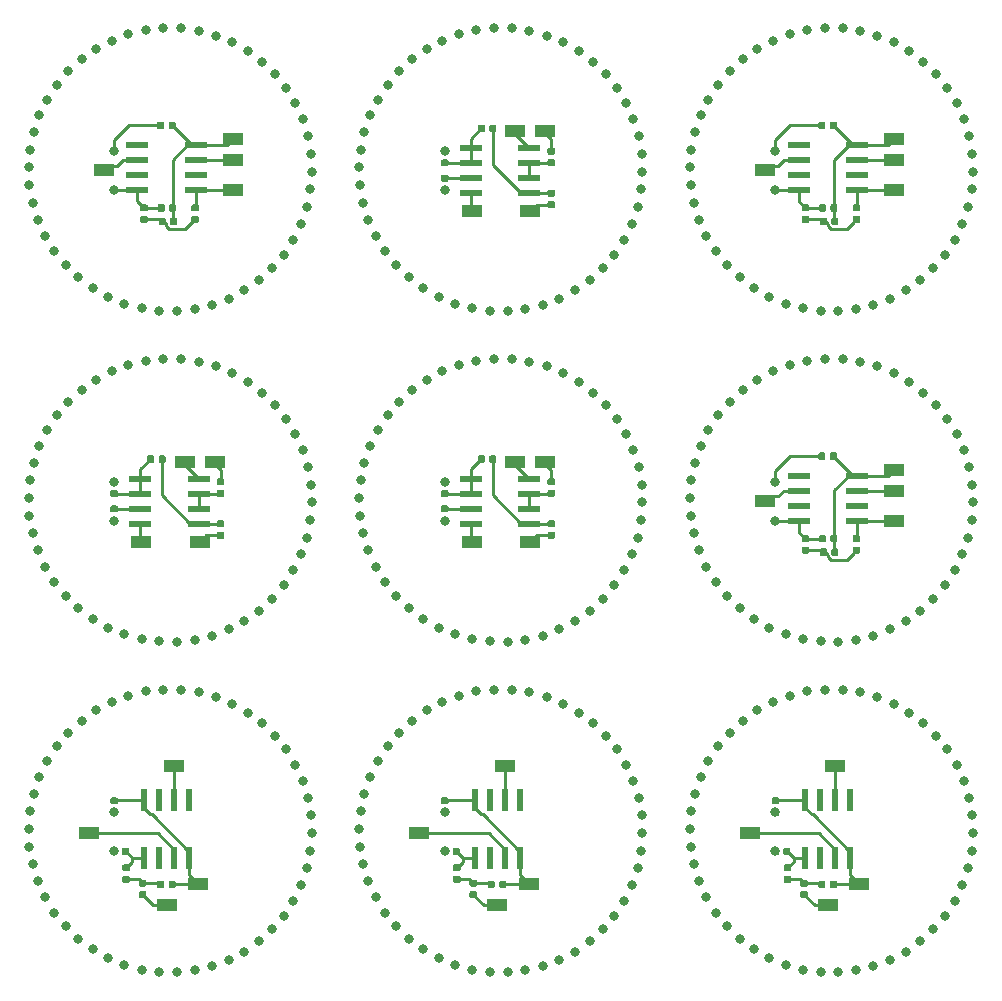
<source format=gtl>
%MOIN*%
%OFA0B0*%
%FSLAX46Y46*%
%IPPOS*%
%LPD*%
%ADD10C,0.0039370078740157488*%
%ADD11C,0.023228346456692913*%
%ADD12R,0.022X0.078000000000000014*%
%ADD13R,0.070866141732283464X0.03937007874015748*%
%ADD14C,0.031496062992125991*%
%ADD15C,0.00984251968503937*%
%ADD26R,0.070866141732283464X0.03937007874015748*%
%ADD27R,0.078000000000000014X0.022*%
%ADD28C,0.0039370078740157488*%
%ADD29C,0.023228346456692913*%
%ADD30C,0.031496062992125991*%
%ADD31C,0.00984251968503937*%
%ADD32R,0.078000000000000014X0.022*%
%ADD33C,0.0039370078740157488*%
%ADD34C,0.023228346456692913*%
%ADD35R,0.070866141732283464X0.03937007874015748*%
%ADD36C,0.031496062992125991*%
%ADD37C,0.00984251968503937*%
%ADD38C,0.0039370078740157488*%
%ADD39C,0.023228346456692913*%
%ADD40R,0.022X0.078000000000000014*%
%ADD41R,0.070866141732283464X0.03937007874015748*%
%ADD42C,0.031496062992125991*%
%ADD43C,0.00984251968503937*%
%ADD44C,0.0039370078740157488*%
%ADD45C,0.023228346456692913*%
%ADD46R,0.022X0.078000000000000014*%
%ADD47R,0.070866141732283464X0.03937007874015748*%
%ADD48C,0.031496062992125991*%
%ADD49C,0.00984251968503937*%
%ADD50R,0.070866141732283464X0.03937007874015748*%
%ADD51R,0.078000000000000014X0.022*%
%ADD52C,0.0039370078740157488*%
%ADD53C,0.023228346456692913*%
%ADD54C,0.031496062992125991*%
%ADD55C,0.00984251968503937*%
%ADD56R,0.070866141732283464X0.03937007874015748*%
%ADD57R,0.078000000000000014X0.022*%
%ADD58C,0.0039370078740157488*%
%ADD59C,0.023228346456692913*%
%ADD60C,0.031496062992125991*%
%ADD61C,0.00984251968503937*%
%ADD62R,0.078000000000000014X0.022*%
%ADD63C,0.0039370078740157488*%
%ADD64C,0.023228346456692913*%
%ADD65R,0.070866141732283464X0.03937007874015748*%
%ADD66C,0.031496062992125991*%
%ADD67C,0.00984251968503937*%
%ADD68R,0.078000000000000014X0.022*%
%ADD69C,0.0039370078740157488*%
%ADD70C,0.023228346456692913*%
%ADD71R,0.070866141732283464X0.03937007874015748*%
%ADD72C,0.031496062992125991*%
%ADD73C,0.00984251968503937*%
D10*
G36*
X0000524302Y0000346372D02*
G01*
X0000524865Y0000346289D01*
X0000525418Y0000346150D01*
X0000525955Y0000345958D01*
X0000526470Y0000345715D01*
X0000526959Y0000345422D01*
X0000527416Y0000345082D01*
X0000527839Y0000344699D01*
X0000528221Y0000344277D01*
X0000528561Y0000343819D01*
X0000528854Y0000343331D01*
X0000529097Y0000342815D01*
X0000529289Y0000342279D01*
X0000529428Y0000341726D01*
X0000529511Y0000341162D01*
X0000529539Y0000340593D01*
X0000529539Y0000327011D01*
X0000529511Y0000326441D01*
X0000529428Y0000325878D01*
X0000529289Y0000325325D01*
X0000529097Y0000324788D01*
X0000528854Y0000324273D01*
X0000528561Y0000323784D01*
X0000528221Y0000323327D01*
X0000527839Y0000322904D01*
X0000527416Y0000322522D01*
X0000526959Y0000322182D01*
X0000526470Y0000321889D01*
X0000525955Y0000321645D01*
X0000525418Y0000321453D01*
X0000524865Y0000321315D01*
X0000524302Y0000321231D01*
X0000523732Y0000321203D01*
X0000512118Y0000321203D01*
X0000511549Y0000321231D01*
X0000510985Y0000321315D01*
X0000510432Y0000321453D01*
X0000509896Y0000321645D01*
X0000509381Y0000321889D01*
X0000508892Y0000322182D01*
X0000508434Y0000322522D01*
X0000508012Y0000322904D01*
X0000507629Y0000323327D01*
X0000507290Y0000323784D01*
X0000506997Y0000324273D01*
X0000506753Y0000324788D01*
X0000506561Y0000325325D01*
X0000506423Y0000325878D01*
X0000506339Y0000326441D01*
X0000506311Y0000327011D01*
X0000506311Y0000340593D01*
X0000506339Y0000341162D01*
X0000506423Y0000341726D01*
X0000506561Y0000342279D01*
X0000506753Y0000342815D01*
X0000506997Y0000343331D01*
X0000507290Y0000343819D01*
X0000507629Y0000344277D01*
X0000508012Y0000344699D01*
X0000508434Y0000345082D01*
X0000508892Y0000345422D01*
X0000509381Y0000345715D01*
X0000509896Y0000345958D01*
X0000510432Y0000346150D01*
X0000510985Y0000346289D01*
X0000511549Y0000346372D01*
X0000512118Y0000346400D01*
X0000523732Y0000346400D01*
X0000524302Y0000346372D01*
X0000524302Y0000346372D01*
G37*
D11*
X0000517925Y0000333802D03*
D10*
G36*
X0000486113Y0000346372D02*
G01*
X0000486676Y0000346289D01*
X0000487229Y0000346150D01*
X0000487766Y0000345958D01*
X0000488281Y0000345715D01*
X0000488770Y0000345422D01*
X0000489227Y0000345082D01*
X0000489650Y0000344699D01*
X0000490032Y0000344277D01*
X0000490372Y0000343819D01*
X0000490665Y0000343331D01*
X0000490908Y0000342815D01*
X0000491100Y0000342279D01*
X0000491239Y0000341726D01*
X0000491322Y0000341162D01*
X0000491350Y0000340593D01*
X0000491350Y0000327011D01*
X0000491322Y0000326441D01*
X0000491239Y0000325878D01*
X0000491100Y0000325325D01*
X0000490908Y0000324788D01*
X0000490665Y0000324273D01*
X0000490372Y0000323784D01*
X0000490032Y0000323327D01*
X0000489650Y0000322904D01*
X0000489227Y0000322522D01*
X0000488770Y0000322182D01*
X0000488281Y0000321889D01*
X0000487766Y0000321645D01*
X0000487229Y0000321453D01*
X0000486676Y0000321315D01*
X0000486113Y0000321231D01*
X0000485543Y0000321203D01*
X0000473929Y0000321203D01*
X0000473360Y0000321231D01*
X0000472796Y0000321315D01*
X0000472243Y0000321453D01*
X0000471707Y0000321645D01*
X0000471192Y0000321889D01*
X0000470703Y0000322182D01*
X0000470245Y0000322522D01*
X0000469823Y0000322904D01*
X0000469440Y0000323327D01*
X0000469101Y0000323784D01*
X0000468808Y0000324273D01*
X0000468564Y0000324788D01*
X0000468372Y0000325325D01*
X0000468234Y0000325878D01*
X0000468150Y0000326441D01*
X0000468122Y0000327011D01*
X0000468122Y0000340593D01*
X0000468150Y0000341162D01*
X0000468234Y0000341726D01*
X0000468372Y0000342279D01*
X0000468564Y0000342815D01*
X0000468808Y0000343331D01*
X0000469101Y0000343819D01*
X0000469440Y0000344277D01*
X0000469823Y0000344699D01*
X0000470245Y0000345082D01*
X0000470703Y0000345422D01*
X0000471192Y0000345715D01*
X0000471707Y0000345958D01*
X0000472243Y0000346150D01*
X0000472796Y0000346289D01*
X0000473360Y0000346372D01*
X0000473929Y0000346400D01*
X0000485543Y0000346400D01*
X0000486113Y0000346372D01*
X0000486113Y0000346372D01*
G37*
D11*
X0000479736Y0000333802D03*
D12*
X0000424736Y0000615802D03*
X0000474736Y0000615802D03*
X0000524736Y0000615802D03*
X0000574736Y0000615802D03*
X0000574736Y0000421802D03*
X0000524736Y0000421802D03*
X0000474736Y0000421802D03*
X0000424736Y0000421802D03*
D13*
X0000239736Y0000503802D03*
X0000524736Y0000728802D03*
D10*
G36*
X0000427097Y0000311294D02*
G01*
X0000427660Y0000311210D01*
X0000428213Y0000311072D01*
X0000428750Y0000310880D01*
X0000429265Y0000310636D01*
X0000429754Y0000310343D01*
X0000430212Y0000310003D01*
X0000430634Y0000309621D01*
X0000431017Y0000309198D01*
X0000431356Y0000308741D01*
X0000431649Y0000308252D01*
X0000431893Y0000307737D01*
X0000432085Y0000307200D01*
X0000432223Y0000306647D01*
X0000432307Y0000306084D01*
X0000432335Y0000305514D01*
X0000432335Y0000293900D01*
X0000432307Y0000293331D01*
X0000432223Y0000292767D01*
X0000432085Y0000292215D01*
X0000431893Y0000291678D01*
X0000431649Y0000291163D01*
X0000431356Y0000290674D01*
X0000431017Y0000290216D01*
X0000430634Y0000289794D01*
X0000430212Y0000289411D01*
X0000429754Y0000289072D01*
X0000429265Y0000288779D01*
X0000428750Y0000288535D01*
X0000428213Y0000288343D01*
X0000427660Y0000288205D01*
X0000427097Y0000288121D01*
X0000426528Y0000288093D01*
X0000412945Y0000288093D01*
X0000412376Y0000288121D01*
X0000411812Y0000288205D01*
X0000411259Y0000288343D01*
X0000410723Y0000288535D01*
X0000410207Y0000288779D01*
X0000409719Y0000289072D01*
X0000409261Y0000289411D01*
X0000408839Y0000289794D01*
X0000408456Y0000290216D01*
X0000408116Y0000290674D01*
X0000407824Y0000291163D01*
X0000407580Y0000291678D01*
X0000407388Y0000292215D01*
X0000407249Y0000292767D01*
X0000407166Y0000293331D01*
X0000407138Y0000293900D01*
X0000407138Y0000305514D01*
X0000407166Y0000306084D01*
X0000407249Y0000306647D01*
X0000407388Y0000307200D01*
X0000407580Y0000307737D01*
X0000407824Y0000308252D01*
X0000408116Y0000308741D01*
X0000408456Y0000309198D01*
X0000408839Y0000309621D01*
X0000409261Y0000310003D01*
X0000409719Y0000310343D01*
X0000410207Y0000310636D01*
X0000410723Y0000310880D01*
X0000411259Y0000311072D01*
X0000411812Y0000311210D01*
X0000412376Y0000311294D01*
X0000412945Y0000311322D01*
X0000426528Y0000311322D01*
X0000427097Y0000311294D01*
X0000427097Y0000311294D01*
G37*
D11*
X0000419736Y0000299707D03*
D10*
G36*
X0000427097Y0000349483D02*
G01*
X0000427660Y0000349399D01*
X0000428213Y0000349260D01*
X0000428750Y0000349068D01*
X0000429265Y0000348825D01*
X0000429754Y0000348532D01*
X0000430212Y0000348192D01*
X0000430634Y0000347810D01*
X0000431017Y0000347387D01*
X0000431356Y0000346930D01*
X0000431649Y0000346441D01*
X0000431893Y0000345926D01*
X0000432085Y0000345389D01*
X0000432223Y0000344836D01*
X0000432307Y0000344273D01*
X0000432335Y0000343703D01*
X0000432335Y0000332089D01*
X0000432307Y0000331520D01*
X0000432223Y0000330956D01*
X0000432085Y0000330404D01*
X0000431893Y0000329867D01*
X0000431649Y0000329352D01*
X0000431356Y0000328863D01*
X0000431017Y0000328405D01*
X0000430634Y0000327983D01*
X0000430212Y0000327600D01*
X0000429754Y0000327261D01*
X0000429265Y0000326968D01*
X0000428750Y0000326724D01*
X0000428213Y0000326532D01*
X0000427660Y0000326394D01*
X0000427097Y0000326310D01*
X0000426528Y0000326282D01*
X0000412945Y0000326282D01*
X0000412376Y0000326310D01*
X0000411812Y0000326394D01*
X0000411259Y0000326532D01*
X0000410723Y0000326724D01*
X0000410207Y0000326968D01*
X0000409719Y0000327261D01*
X0000409261Y0000327600D01*
X0000408839Y0000327983D01*
X0000408456Y0000328405D01*
X0000408116Y0000328863D01*
X0000407824Y0000329352D01*
X0000407580Y0000329867D01*
X0000407388Y0000330404D01*
X0000407249Y0000330956D01*
X0000407166Y0000331520D01*
X0000407138Y0000332089D01*
X0000407138Y0000343703D01*
X0000407166Y0000344273D01*
X0000407249Y0000344836D01*
X0000407388Y0000345389D01*
X0000407580Y0000345926D01*
X0000407824Y0000346441D01*
X0000408116Y0000346930D01*
X0000408456Y0000347387D01*
X0000408839Y0000347810D01*
X0000409261Y0000348192D01*
X0000409719Y0000348532D01*
X0000410207Y0000348825D01*
X0000410723Y0000349068D01*
X0000411259Y0000349260D01*
X0000411812Y0000349399D01*
X0000412376Y0000349483D01*
X0000412945Y0000349511D01*
X0000426528Y0000349511D01*
X0000427097Y0000349483D01*
X0000427097Y0000349483D01*
G37*
D11*
X0000419736Y0000337896D03*
D10*
G36*
X0000372097Y0000362199D02*
G01*
X0000372660Y0000362115D01*
X0000373213Y0000361977D01*
X0000373750Y0000361785D01*
X0000374265Y0000361541D01*
X0000374754Y0000361248D01*
X0000375212Y0000360909D01*
X0000375634Y0000360526D01*
X0000376017Y0000360104D01*
X0000376356Y0000359646D01*
X0000376649Y0000359157D01*
X0000376893Y0000358642D01*
X0000377085Y0000358106D01*
X0000377223Y0000357553D01*
X0000377307Y0000356989D01*
X0000377335Y0000356420D01*
X0000377335Y0000344806D01*
X0000377307Y0000344237D01*
X0000377223Y0000343673D01*
X0000377085Y0000343120D01*
X0000376893Y0000342584D01*
X0000376649Y0000342068D01*
X0000376356Y0000341580D01*
X0000376017Y0000341122D01*
X0000375634Y0000340700D01*
X0000375212Y0000340317D01*
X0000374754Y0000339977D01*
X0000374265Y0000339684D01*
X0000373750Y0000339441D01*
X0000373213Y0000339249D01*
X0000372660Y0000339110D01*
X0000372097Y0000339027D01*
X0000371528Y0000338999D01*
X0000357945Y0000338999D01*
X0000357376Y0000339027D01*
X0000356812Y0000339110D01*
X0000356259Y0000339249D01*
X0000355723Y0000339441D01*
X0000355207Y0000339684D01*
X0000354719Y0000339977D01*
X0000354261Y0000340317D01*
X0000353839Y0000340700D01*
X0000353456Y0000341122D01*
X0000353116Y0000341580D01*
X0000352824Y0000342068D01*
X0000352580Y0000342584D01*
X0000352388Y0000343120D01*
X0000352249Y0000343673D01*
X0000352166Y0000344237D01*
X0000352138Y0000344806D01*
X0000352138Y0000356420D01*
X0000352166Y0000356989D01*
X0000352249Y0000357553D01*
X0000352388Y0000358106D01*
X0000352580Y0000358642D01*
X0000352824Y0000359157D01*
X0000353116Y0000359646D01*
X0000353456Y0000360104D01*
X0000353839Y0000360526D01*
X0000354261Y0000360909D01*
X0000354719Y0000361248D01*
X0000355207Y0000361541D01*
X0000355723Y0000361785D01*
X0000356259Y0000361977D01*
X0000356812Y0000362115D01*
X0000357376Y0000362199D01*
X0000357945Y0000362227D01*
X0000371528Y0000362227D01*
X0000372097Y0000362199D01*
X0000372097Y0000362199D01*
G37*
D11*
X0000364736Y0000350613D03*
D10*
G36*
X0000372097Y0000400388D02*
G01*
X0000372660Y0000400304D01*
X0000373213Y0000400166D01*
X0000373750Y0000399974D01*
X0000374265Y0000399730D01*
X0000374754Y0000399437D01*
X0000375212Y0000399098D01*
X0000375634Y0000398715D01*
X0000376017Y0000398293D01*
X0000376356Y0000397835D01*
X0000376649Y0000397346D01*
X0000376893Y0000396831D01*
X0000377085Y0000396295D01*
X0000377223Y0000395742D01*
X0000377307Y0000395178D01*
X0000377335Y0000394609D01*
X0000377335Y0000382995D01*
X0000377307Y0000382426D01*
X0000377223Y0000381862D01*
X0000377085Y0000381309D01*
X0000376893Y0000380772D01*
X0000376649Y0000380257D01*
X0000376356Y0000379769D01*
X0000376017Y0000379311D01*
X0000375634Y0000378889D01*
X0000375212Y0000378506D01*
X0000374754Y0000378166D01*
X0000374265Y0000377873D01*
X0000373750Y0000377630D01*
X0000373213Y0000377438D01*
X0000372660Y0000377299D01*
X0000372097Y0000377216D01*
X0000371528Y0000377188D01*
X0000357945Y0000377188D01*
X0000357376Y0000377216D01*
X0000356812Y0000377299D01*
X0000356259Y0000377438D01*
X0000355723Y0000377630D01*
X0000355207Y0000377873D01*
X0000354719Y0000378166D01*
X0000354261Y0000378506D01*
X0000353839Y0000378889D01*
X0000353456Y0000379311D01*
X0000353116Y0000379769D01*
X0000352824Y0000380257D01*
X0000352580Y0000380772D01*
X0000352388Y0000381309D01*
X0000352249Y0000381862D01*
X0000352166Y0000382426D01*
X0000352138Y0000382995D01*
X0000352138Y0000394609D01*
X0000352166Y0000395178D01*
X0000352249Y0000395742D01*
X0000352388Y0000396295D01*
X0000352580Y0000396831D01*
X0000352824Y0000397346D01*
X0000353116Y0000397835D01*
X0000353456Y0000398293D01*
X0000353839Y0000398715D01*
X0000354261Y0000399098D01*
X0000354719Y0000399437D01*
X0000355207Y0000399730D01*
X0000355723Y0000399974D01*
X0000356259Y0000400166D01*
X0000356812Y0000400304D01*
X0000357376Y0000400388D01*
X0000357945Y0000400416D01*
X0000371528Y0000400416D01*
X0000372097Y0000400388D01*
X0000372097Y0000400388D01*
G37*
D11*
X0000364736Y0000388802D03*
D10*
G36*
X0000332097Y0000585388D02*
G01*
X0000332660Y0000585304D01*
X0000333213Y0000585166D01*
X0000333750Y0000584974D01*
X0000334265Y0000584730D01*
X0000334754Y0000584437D01*
X0000335212Y0000584098D01*
X0000335634Y0000583715D01*
X0000336017Y0000583293D01*
X0000336356Y0000582835D01*
X0000336649Y0000582346D01*
X0000336893Y0000581831D01*
X0000337085Y0000581295D01*
X0000337223Y0000580742D01*
X0000337307Y0000580178D01*
X0000337335Y0000579609D01*
X0000337335Y0000567995D01*
X0000337307Y0000567426D01*
X0000337223Y0000566862D01*
X0000337085Y0000566309D01*
X0000336893Y0000565772D01*
X0000336649Y0000565257D01*
X0000336356Y0000564769D01*
X0000336017Y0000564311D01*
X0000335634Y0000563889D01*
X0000335212Y0000563506D01*
X0000334754Y0000563166D01*
X0000334265Y0000562873D01*
X0000333750Y0000562630D01*
X0000333213Y0000562438D01*
X0000332660Y0000562299D01*
X0000332097Y0000562216D01*
X0000331528Y0000562188D01*
X0000317945Y0000562188D01*
X0000317376Y0000562216D01*
X0000316812Y0000562299D01*
X0000316259Y0000562438D01*
X0000315723Y0000562630D01*
X0000315207Y0000562873D01*
X0000314719Y0000563166D01*
X0000314261Y0000563506D01*
X0000313839Y0000563889D01*
X0000313456Y0000564311D01*
X0000313116Y0000564769D01*
X0000312824Y0000565257D01*
X0000312580Y0000565772D01*
X0000312388Y0000566309D01*
X0000312249Y0000566862D01*
X0000312166Y0000567426D01*
X0000312138Y0000567995D01*
X0000312138Y0000579609D01*
X0000312166Y0000580178D01*
X0000312249Y0000580742D01*
X0000312388Y0000581295D01*
X0000312580Y0000581831D01*
X0000312824Y0000582346D01*
X0000313116Y0000582835D01*
X0000313456Y0000583293D01*
X0000313839Y0000583715D01*
X0000314261Y0000584098D01*
X0000314719Y0000584437D01*
X0000315207Y0000584730D01*
X0000315723Y0000584974D01*
X0000316259Y0000585166D01*
X0000316812Y0000585304D01*
X0000317376Y0000585388D01*
X0000317945Y0000585416D01*
X0000331528Y0000585416D01*
X0000332097Y0000585388D01*
X0000332097Y0000585388D01*
G37*
D11*
X0000324736Y0000573802D03*
D10*
G36*
X0000332097Y0000623577D02*
G01*
X0000332660Y0000623493D01*
X0000333213Y0000623355D01*
X0000333750Y0000623163D01*
X0000334265Y0000622919D01*
X0000334754Y0000622626D01*
X0000335212Y0000622287D01*
X0000335634Y0000621904D01*
X0000336017Y0000621482D01*
X0000336356Y0000621024D01*
X0000336649Y0000620535D01*
X0000336893Y0000620020D01*
X0000337085Y0000619484D01*
X0000337223Y0000618931D01*
X0000337307Y0000618367D01*
X0000337335Y0000617798D01*
X0000337335Y0000606184D01*
X0000337307Y0000605615D01*
X0000337223Y0000605051D01*
X0000337085Y0000604498D01*
X0000336893Y0000603961D01*
X0000336649Y0000603446D01*
X0000336356Y0000602957D01*
X0000336017Y0000602500D01*
X0000335634Y0000602078D01*
X0000335212Y0000601695D01*
X0000334754Y0000601355D01*
X0000334265Y0000601062D01*
X0000333750Y0000600819D01*
X0000333213Y0000600627D01*
X0000332660Y0000600488D01*
X0000332097Y0000600405D01*
X0000331528Y0000600377D01*
X0000317945Y0000600377D01*
X0000317376Y0000600405D01*
X0000316812Y0000600488D01*
X0000316259Y0000600627D01*
X0000315723Y0000600819D01*
X0000315207Y0000601062D01*
X0000314719Y0000601355D01*
X0000314261Y0000601695D01*
X0000313839Y0000602078D01*
X0000313456Y0000602500D01*
X0000313116Y0000602957D01*
X0000312824Y0000603446D01*
X0000312580Y0000603961D01*
X0000312388Y0000604498D01*
X0000312249Y0000605051D01*
X0000312166Y0000605615D01*
X0000312138Y0000606184D01*
X0000312138Y0000617798D01*
X0000312166Y0000618367D01*
X0000312249Y0000618931D01*
X0000312388Y0000619484D01*
X0000312580Y0000620020D01*
X0000312824Y0000620535D01*
X0000313116Y0000621024D01*
X0000313456Y0000621482D01*
X0000313839Y0000621904D01*
X0000314261Y0000622287D01*
X0000314719Y0000622626D01*
X0000315207Y0000622919D01*
X0000315723Y0000623163D01*
X0000316259Y0000623355D01*
X0000316812Y0000623493D01*
X0000317376Y0000623577D01*
X0000317945Y0000623605D01*
X0000331528Y0000623605D01*
X0000332097Y0000623577D01*
X0000332097Y0000623577D01*
G37*
D11*
X0000324736Y0000611991D03*
D13*
X0000604736Y0000333802D03*
X0000499736Y0000263802D03*
D10*
G36*
X0000331113Y0000456372D02*
G01*
X0000331676Y0000456289D01*
X0000332229Y0000456150D01*
X0000332766Y0000455958D01*
X0000333281Y0000455715D01*
X0000333770Y0000455422D01*
X0000334227Y0000455082D01*
X0000334650Y0000454699D01*
X0000335032Y0000454277D01*
X0000335372Y0000453819D01*
X0000335665Y0000453331D01*
X0000335908Y0000452815D01*
X0000336100Y0000452279D01*
X0000336239Y0000451726D01*
X0000336322Y0000451162D01*
X0000336350Y0000450593D01*
X0000336350Y0000437011D01*
X0000336322Y0000436441D01*
X0000336239Y0000435878D01*
X0000336100Y0000435325D01*
X0000335908Y0000434788D01*
X0000335665Y0000434273D01*
X0000335372Y0000433784D01*
X0000335032Y0000433327D01*
X0000334650Y0000432904D01*
X0000334227Y0000432522D01*
X0000333770Y0000432182D01*
X0000333281Y0000431889D01*
X0000332766Y0000431645D01*
X0000332229Y0000431453D01*
X0000331676Y0000431315D01*
X0000331113Y0000431231D01*
X0000330543Y0000431203D01*
X0000318929Y0000431203D01*
X0000318360Y0000431231D01*
X0000317796Y0000431315D01*
X0000317243Y0000431453D01*
X0000316707Y0000431645D01*
X0000316192Y0000431889D01*
X0000315703Y0000432182D01*
X0000315245Y0000432522D01*
X0000314823Y0000432904D01*
X0000314440Y0000433327D01*
X0000314101Y0000433784D01*
X0000313808Y0000434273D01*
X0000313564Y0000434788D01*
X0000313372Y0000435325D01*
X0000313234Y0000435878D01*
X0000313150Y0000436441D01*
X0000313122Y0000437011D01*
X0000313122Y0000450593D01*
X0000313150Y0000451162D01*
X0000313234Y0000451726D01*
X0000313372Y0000452279D01*
X0000313564Y0000452815D01*
X0000313808Y0000453331D01*
X0000314101Y0000453819D01*
X0000314440Y0000454277D01*
X0000314823Y0000454699D01*
X0000315245Y0000455082D01*
X0000315703Y0000455422D01*
X0000316192Y0000455715D01*
X0000316707Y0000455958D01*
X0000317243Y0000456150D01*
X0000317796Y0000456289D01*
X0000318360Y0000456372D01*
X0000318929Y0000456400D01*
X0000330543Y0000456400D01*
X0000331113Y0000456372D01*
X0000331113Y0000456372D01*
G37*
D11*
X0000324736Y0000443802D03*
D10*
G36*
X0000369302Y0000456372D02*
G01*
X0000369865Y0000456289D01*
X0000370418Y0000456150D01*
X0000370955Y0000455958D01*
X0000371470Y0000455715D01*
X0000371959Y0000455422D01*
X0000372416Y0000455082D01*
X0000372839Y0000454699D01*
X0000373221Y0000454277D01*
X0000373561Y0000453819D01*
X0000373854Y0000453331D01*
X0000374097Y0000452815D01*
X0000374289Y0000452279D01*
X0000374428Y0000451726D01*
X0000374511Y0000451162D01*
X0000374539Y0000450593D01*
X0000374539Y0000437011D01*
X0000374511Y0000436441D01*
X0000374428Y0000435878D01*
X0000374289Y0000435325D01*
X0000374097Y0000434788D01*
X0000373854Y0000434273D01*
X0000373561Y0000433784D01*
X0000373221Y0000433327D01*
X0000372839Y0000432904D01*
X0000372416Y0000432522D01*
X0000371959Y0000432182D01*
X0000371470Y0000431889D01*
X0000370955Y0000431645D01*
X0000370418Y0000431453D01*
X0000369865Y0000431315D01*
X0000369302Y0000431231D01*
X0000368732Y0000431203D01*
X0000357118Y0000431203D01*
X0000356549Y0000431231D01*
X0000355985Y0000431315D01*
X0000355432Y0000431453D01*
X0000354896Y0000431645D01*
X0000354381Y0000431889D01*
X0000353892Y0000432182D01*
X0000353434Y0000432522D01*
X0000353012Y0000432904D01*
X0000352629Y0000433327D01*
X0000352290Y0000433784D01*
X0000351997Y0000434273D01*
X0000351753Y0000434788D01*
X0000351561Y0000435325D01*
X0000351423Y0000435878D01*
X0000351339Y0000436441D01*
X0000351311Y0000437011D01*
X0000351311Y0000450593D01*
X0000351339Y0000451162D01*
X0000351423Y0000451726D01*
X0000351561Y0000452279D01*
X0000351753Y0000452815D01*
X0000351997Y0000453331D01*
X0000352290Y0000453819D01*
X0000352629Y0000454277D01*
X0000353012Y0000454699D01*
X0000353434Y0000455082D01*
X0000353892Y0000455422D01*
X0000354381Y0000455715D01*
X0000354896Y0000455958D01*
X0000355432Y0000456150D01*
X0000355985Y0000456289D01*
X0000356549Y0000456372D01*
X0000357118Y0000456400D01*
X0000368732Y0000456400D01*
X0000369302Y0000456372D01*
X0000369302Y0000456372D01*
G37*
D11*
X0000362925Y0000443802D03*
D14*
X0000324736Y0000573802D03*
X0000039736Y0000518802D03*
X0000042580Y0000459588D03*
X0000052822Y0000401198D03*
X0000070303Y0000344552D03*
X0000094744Y0000290544D03*
X0000125763Y0000240024D03*
X0000162868Y0000193791D03*
X0000205475Y0000152573D03*
X0000252913Y0000117020D03*
X0000304432Y0000087692D03*
X0000359221Y0000065053D03*
X0000416415Y0000049460D03*
X0000475112Y0000041158D03*
X0000534388Y0000040277D03*
X0000593306Y0000046834D03*
X0000650938Y0000060722D03*
X0000706374Y0000081725D03*
X0000758742Y0000109510D03*
X0000807214Y0000143639D03*
X0000851026Y0000183574D03*
X0000889487Y0000228685D03*
X0000921992Y0000278261D03*
X0000948026Y0000331521D03*
X0000967180Y0000387623D03*
X0000979152Y0000445683D03*
X0000983752Y0000504786D03*
X0000980908Y0000564000D03*
X0000970666Y0000622390D03*
X0000953186Y0000679036D03*
X0000928744Y0000733044D03*
X0000897726Y0000783564D03*
X0000860620Y0000829797D03*
X0000818013Y0000871015D03*
X0000770576Y0000906568D03*
X0000719056Y0000935896D03*
X0000664267Y0000958535D03*
X0000607073Y0000974128D03*
X0000548376Y0000982430D03*
X0000489101Y0000983310D03*
X0000430182Y0000976754D03*
X0000372551Y0000962866D03*
X0000317114Y0000941863D03*
X0000264747Y0000914078D03*
X0000216275Y0000879949D03*
X0000172462Y0000840014D03*
X0000134001Y0000794903D03*
X0000101497Y0000745327D03*
X0000075462Y0000692067D03*
X0000056308Y0000635965D03*
X0000044336Y0000577905D03*
X0000324736Y0000443802D03*
D15*
X0000384925Y0000421802D02*
X0000362925Y0000443802D01*
X0000424736Y0000421802D02*
X0000384925Y0000421802D01*
X0000384925Y0000408991D02*
X0000364736Y0000388802D01*
X0000384925Y0000421802D02*
X0000384925Y0000408991D01*
X0000524736Y0000664644D02*
X0000524736Y0000728802D01*
X0000524736Y0000615802D02*
X0000524736Y0000664644D01*
X0000524736Y0000449802D02*
X0000524736Y0000421802D01*
X0000470736Y0000503802D02*
X0000524736Y0000449802D01*
X0000239736Y0000503802D02*
X0000470736Y0000503802D01*
X0000517925Y0000333802D02*
X0000604736Y0000333802D01*
X0000574736Y0000363802D02*
X0000604736Y0000333802D01*
X0000574736Y0000421802D02*
X0000574736Y0000363802D01*
X0000328547Y0000615802D02*
X0000324736Y0000611991D01*
X0000424736Y0000615802D02*
X0000328547Y0000615802D01*
X0000424736Y0000587802D02*
X0000424736Y0000615802D01*
X0000445579Y0000566959D02*
X0000424736Y0000587802D01*
X0000450547Y0000566959D02*
X0000445579Y0000566959D01*
X0000574736Y0000442770D02*
X0000450547Y0000566959D01*
X0000574736Y0000421802D02*
X0000574736Y0000442770D01*
X0000407020Y0000350613D02*
X0000419736Y0000337896D01*
X0000364736Y0000350613D02*
X0000407020Y0000350613D01*
X0000475642Y0000337896D02*
X0000479736Y0000333802D01*
X0000419736Y0000337896D02*
X0000475642Y0000337896D01*
X0000419736Y0000299707D02*
X0000455642Y0000263802D01*
X0000455642Y0000263802D02*
X0000499736Y0000263802D01*
G04 next file*
G04 #@! TF.GenerationSoftware,KiCad,Pcbnew,(5.1.2)-2*
G04 #@! TF.CreationDate,2019-08-09T02:38:32-07:00*
G04 #@! TF.ProjectId,noncontact_electrode,6e6f6e63-6f6e-4746-9163-745f656c6563,rev?*
G04 #@! TF.SameCoordinates,Original*
G04 #@! TF.FileFunction,Copper,L1,Top*
G04 #@! TF.FilePolarity,Positive*
G04 Gerber Fmt 4.6, Leading zero omitted, Abs format (unit mm)*
G04 Created by KiCad (PCBNEW (5.1.2)-2) date 2019-08-09 02:38:32*
G04 APERTURE LIST*
G04 APERTURE END LIST*
D26*
X-0003425263Y0005551131D02*
X0000414736Y0001476131D03*
X0000559736Y0001741131D03*
D27*
X0000606736Y0001686131D03*
X0000606736Y0001636131D03*
X0000606736Y0001586131D03*
X0000606736Y0001536131D03*
X0000412736Y0001536131D03*
X0000412736Y0001586131D03*
X0000412736Y0001636131D03*
X0000412736Y0001686131D03*
D28*
G36*
X0000687097Y0001648622D02*
G01*
X0000687660Y0001648539D01*
X0000688213Y0001648400D01*
X0000688750Y0001648208D01*
X0000689265Y0001647965D01*
X0000689754Y0001647672D01*
X0000690212Y0001647332D01*
X0000690634Y0001646950D01*
X0000691017Y0001646527D01*
X0000691356Y0001646070D01*
X0000691649Y0001645581D01*
X0000691893Y0001645066D01*
X0000692085Y0001644529D01*
X0000692223Y0001643976D01*
X0000692307Y0001643413D01*
X0000692335Y0001642843D01*
X0000692335Y0001631229D01*
X0000692307Y0001630660D01*
X0000692223Y0001630096D01*
X0000692085Y0001629543D01*
X0000691893Y0001629007D01*
X0000691649Y0001628492D01*
X0000691356Y0001628003D01*
X0000691017Y0001627545D01*
X0000690634Y0001627123D01*
X0000690212Y0001626740D01*
X0000689754Y0001626401D01*
X0000689265Y0001626108D01*
X0000688750Y0001625864D01*
X0000688213Y0001625672D01*
X0000687660Y0001625534D01*
X0000687097Y0001625450D01*
X0000686528Y0001625422D01*
X0000672945Y0001625422D01*
X0000672376Y0001625450D01*
X0000671812Y0001625534D01*
X0000671259Y0001625672D01*
X0000670723Y0001625864D01*
X0000670207Y0001626108D01*
X0000669719Y0001626401D01*
X0000669261Y0001626740D01*
X0000668839Y0001627123D01*
X0000668456Y0001627545D01*
X0000668116Y0001628003D01*
X0000667824Y0001628492D01*
X0000667580Y0001629007D01*
X0000667388Y0001629543D01*
X0000667249Y0001630096D01*
X0000667166Y0001630660D01*
X0000667138Y0001631229D01*
X0000667138Y0001642843D01*
X0000667166Y0001643413D01*
X0000667249Y0001643976D01*
X0000667388Y0001644529D01*
X0000667580Y0001645066D01*
X0000667824Y0001645581D01*
X0000668116Y0001646070D01*
X0000668456Y0001646527D01*
X0000668839Y0001646950D01*
X0000669261Y0001647332D01*
X0000669719Y0001647672D01*
X0000670207Y0001647965D01*
X0000670723Y0001648208D01*
X0000671259Y0001648400D01*
X0000671812Y0001648539D01*
X0000672376Y0001648622D01*
X0000672945Y0001648650D01*
X0000686528Y0001648650D01*
X0000687097Y0001648622D01*
X0000687097Y0001648622D01*
G37*
D29*
X0000679736Y0001637036D03*
D28*
G36*
X0000687097Y0001686811D02*
G01*
X0000687660Y0001686728D01*
X0000688213Y0001686589D01*
X0000688750Y0001686397D01*
X0000689265Y0001686154D01*
X0000689754Y0001685861D01*
X0000690212Y0001685521D01*
X0000690634Y0001685139D01*
X0000691017Y0001684716D01*
X0000691356Y0001684259D01*
X0000691649Y0001683770D01*
X0000691893Y0001683255D01*
X0000692085Y0001682718D01*
X0000692223Y0001682165D01*
X0000692307Y0001681602D01*
X0000692335Y0001681032D01*
X0000692335Y0001669418D01*
X0000692307Y0001668849D01*
X0000692223Y0001668285D01*
X0000692085Y0001667732D01*
X0000691893Y0001667196D01*
X0000691649Y0001666681D01*
X0000691356Y0001666192D01*
X0000691017Y0001665734D01*
X0000690634Y0001665312D01*
X0000690212Y0001664929D01*
X0000689754Y0001664590D01*
X0000689265Y0001664297D01*
X0000688750Y0001664053D01*
X0000688213Y0001663861D01*
X0000687660Y0001663723D01*
X0000687097Y0001663639D01*
X0000686528Y0001663611D01*
X0000672945Y0001663611D01*
X0000672376Y0001663639D01*
X0000671812Y0001663723D01*
X0000671259Y0001663861D01*
X0000670723Y0001664053D01*
X0000670207Y0001664297D01*
X0000669719Y0001664590D01*
X0000669261Y0001664929D01*
X0000668839Y0001665312D01*
X0000668456Y0001665734D01*
X0000668116Y0001666192D01*
X0000667824Y0001666681D01*
X0000667580Y0001667196D01*
X0000667388Y0001667732D01*
X0000667249Y0001668285D01*
X0000667166Y0001668849D01*
X0000667138Y0001669418D01*
X0000667138Y0001681032D01*
X0000667166Y0001681602D01*
X0000667249Y0001682165D01*
X0000667388Y0001682718D01*
X0000667580Y0001683255D01*
X0000667824Y0001683770D01*
X0000668116Y0001684259D01*
X0000668456Y0001684716D01*
X0000668839Y0001685139D01*
X0000669261Y0001685521D01*
X0000669719Y0001685861D01*
X0000670207Y0001686154D01*
X0000670723Y0001686397D01*
X0000671259Y0001686589D01*
X0000671812Y0001686728D01*
X0000672376Y0001686811D01*
X0000672945Y0001686839D01*
X0000686528Y0001686839D01*
X0000687097Y0001686811D01*
X0000687097Y0001686811D01*
G37*
D29*
X0000679736Y0001675225D03*
D28*
G36*
X0000687097Y0001508622D02*
G01*
X0000687660Y0001508539D01*
X0000688213Y0001508400D01*
X0000688750Y0001508208D01*
X0000689265Y0001507965D01*
X0000689754Y0001507672D01*
X0000690212Y0001507332D01*
X0000690634Y0001506950D01*
X0000691017Y0001506527D01*
X0000691356Y0001506070D01*
X0000691649Y0001505581D01*
X0000691893Y0001505066D01*
X0000692085Y0001504529D01*
X0000692223Y0001503976D01*
X0000692307Y0001503413D01*
X0000692335Y0001502843D01*
X0000692335Y0001491229D01*
X0000692307Y0001490660D01*
X0000692223Y0001490096D01*
X0000692085Y0001489543D01*
X0000691893Y0001489007D01*
X0000691649Y0001488492D01*
X0000691356Y0001488003D01*
X0000691017Y0001487545D01*
X0000690634Y0001487123D01*
X0000690212Y0001486740D01*
X0000689754Y0001486401D01*
X0000689265Y0001486108D01*
X0000688750Y0001485864D01*
X0000688213Y0001485672D01*
X0000687660Y0001485534D01*
X0000687097Y0001485450D01*
X0000686528Y0001485422D01*
X0000672945Y0001485422D01*
X0000672376Y0001485450D01*
X0000671812Y0001485534D01*
X0000671259Y0001485672D01*
X0000670723Y0001485864D01*
X0000670207Y0001486108D01*
X0000669719Y0001486401D01*
X0000669261Y0001486740D01*
X0000668839Y0001487123D01*
X0000668456Y0001487545D01*
X0000668116Y0001488003D01*
X0000667824Y0001488492D01*
X0000667580Y0001489007D01*
X0000667388Y0001489543D01*
X0000667249Y0001490096D01*
X0000667166Y0001490660D01*
X0000667138Y0001491229D01*
X0000667138Y0001502843D01*
X0000667166Y0001503413D01*
X0000667249Y0001503976D01*
X0000667388Y0001504529D01*
X0000667580Y0001505066D01*
X0000667824Y0001505581D01*
X0000668116Y0001506070D01*
X0000668456Y0001506527D01*
X0000668839Y0001506950D01*
X0000669261Y0001507332D01*
X0000669719Y0001507672D01*
X0000670207Y0001507965D01*
X0000670723Y0001508208D01*
X0000671259Y0001508400D01*
X0000671812Y0001508539D01*
X0000672376Y0001508622D01*
X0000672945Y0001508650D01*
X0000686528Y0001508650D01*
X0000687097Y0001508622D01*
X0000687097Y0001508622D01*
G37*
D29*
X0000679736Y0001497036D03*
D28*
G36*
X0000687097Y0001546811D02*
G01*
X0000687660Y0001546728D01*
X0000688213Y0001546589D01*
X0000688750Y0001546397D01*
X0000689265Y0001546154D01*
X0000689754Y0001545861D01*
X0000690212Y0001545521D01*
X0000690634Y0001545139D01*
X0000691017Y0001544716D01*
X0000691356Y0001544259D01*
X0000691649Y0001543770D01*
X0000691893Y0001543255D01*
X0000692085Y0001542718D01*
X0000692223Y0001542165D01*
X0000692307Y0001541602D01*
X0000692335Y0001541032D01*
X0000692335Y0001529418D01*
X0000692307Y0001528849D01*
X0000692223Y0001528285D01*
X0000692085Y0001527732D01*
X0000691893Y0001527196D01*
X0000691649Y0001526681D01*
X0000691356Y0001526192D01*
X0000691017Y0001525734D01*
X0000690634Y0001525312D01*
X0000690212Y0001524929D01*
X0000689754Y0001524590D01*
X0000689265Y0001524297D01*
X0000688750Y0001524053D01*
X0000688213Y0001523861D01*
X0000687660Y0001523723D01*
X0000687097Y0001523639D01*
X0000686528Y0001523611D01*
X0000672945Y0001523611D01*
X0000672376Y0001523639D01*
X0000671812Y0001523723D01*
X0000671259Y0001523861D01*
X0000670723Y0001524053D01*
X0000670207Y0001524297D01*
X0000669719Y0001524590D01*
X0000669261Y0001524929D01*
X0000668839Y0001525312D01*
X0000668456Y0001525734D01*
X0000668116Y0001526192D01*
X0000667824Y0001526681D01*
X0000667580Y0001527196D01*
X0000667388Y0001527732D01*
X0000667249Y0001528285D01*
X0000667166Y0001528849D01*
X0000667138Y0001529418D01*
X0000667138Y0001541032D01*
X0000667166Y0001541602D01*
X0000667249Y0001542165D01*
X0000667388Y0001542718D01*
X0000667580Y0001543255D01*
X0000667824Y0001543770D01*
X0000668116Y0001544259D01*
X0000668456Y0001544716D01*
X0000668839Y0001545139D01*
X0000669261Y0001545521D01*
X0000669719Y0001545861D01*
X0000670207Y0001546154D01*
X0000670723Y0001546397D01*
X0000671259Y0001546589D01*
X0000671812Y0001546728D01*
X0000672376Y0001546811D01*
X0000672945Y0001546839D01*
X0000686528Y0001546839D01*
X0000687097Y0001546811D01*
X0000687097Y0001546811D01*
G37*
D29*
X0000679736Y0001535225D03*
D28*
G36*
X0000332097Y0001685906D02*
G01*
X0000332660Y0001685822D01*
X0000333213Y0001685684D01*
X0000333750Y0001685492D01*
X0000334265Y0001685248D01*
X0000334754Y0001684955D01*
X0000335212Y0001684616D01*
X0000335634Y0001684233D01*
X0000336017Y0001683811D01*
X0000336356Y0001683353D01*
X0000336649Y0001682864D01*
X0000336893Y0001682349D01*
X0000337085Y0001681812D01*
X0000337223Y0001681260D01*
X0000337307Y0001680696D01*
X0000337335Y0001680127D01*
X0000337335Y0001668513D01*
X0000337307Y0001667943D01*
X0000337223Y0001667380D01*
X0000337085Y0001666827D01*
X0000336893Y0001666290D01*
X0000336649Y0001665775D01*
X0000336356Y0001665286D01*
X0000336017Y0001664829D01*
X0000335634Y0001664406D01*
X0000335212Y0001664024D01*
X0000334754Y0001663684D01*
X0000334265Y0001663391D01*
X0000333750Y0001663148D01*
X0000333213Y0001662956D01*
X0000332660Y0001662817D01*
X0000332097Y0001662733D01*
X0000331528Y0001662706D01*
X0000317945Y0001662706D01*
X0000317376Y0001662733D01*
X0000316812Y0001662817D01*
X0000316259Y0001662956D01*
X0000315723Y0001663148D01*
X0000315207Y0001663391D01*
X0000314719Y0001663684D01*
X0000314261Y0001664024D01*
X0000313839Y0001664406D01*
X0000313456Y0001664829D01*
X0000313116Y0001665286D01*
X0000312824Y0001665775D01*
X0000312580Y0001666290D01*
X0000312388Y0001666827D01*
X0000312249Y0001667380D01*
X0000312166Y0001667943D01*
X0000312138Y0001668513D01*
X0000312138Y0001680127D01*
X0000312166Y0001680696D01*
X0000312249Y0001681260D01*
X0000312388Y0001681812D01*
X0000312580Y0001682349D01*
X0000312824Y0001682864D01*
X0000313116Y0001683353D01*
X0000313456Y0001683811D01*
X0000313839Y0001684233D01*
X0000314261Y0001684616D01*
X0000314719Y0001684955D01*
X0000315207Y0001685248D01*
X0000315723Y0001685492D01*
X0000316259Y0001685684D01*
X0000316812Y0001685822D01*
X0000317376Y0001685906D01*
X0000317945Y0001685934D01*
X0000331528Y0001685934D01*
X0000332097Y0001685906D01*
X0000332097Y0001685906D01*
G37*
D29*
X0000324736Y0001674320D03*
D28*
G36*
X0000332097Y0001647717D02*
G01*
X0000332660Y0001647633D01*
X0000333213Y0001647495D01*
X0000333750Y0001647303D01*
X0000334265Y0001647059D01*
X0000334754Y0001646766D01*
X0000335212Y0001646427D01*
X0000335634Y0001646044D01*
X0000336017Y0001645622D01*
X0000336356Y0001645164D01*
X0000336649Y0001644675D01*
X0000336893Y0001644160D01*
X0000337085Y0001643624D01*
X0000337223Y0001643071D01*
X0000337307Y0001642507D01*
X0000337335Y0001641938D01*
X0000337335Y0001630324D01*
X0000337307Y0001629754D01*
X0000337223Y0001629191D01*
X0000337085Y0001628638D01*
X0000336893Y0001628101D01*
X0000336649Y0001627586D01*
X0000336356Y0001627097D01*
X0000336017Y0001626640D01*
X0000335634Y0001626217D01*
X0000335212Y0001625835D01*
X0000334754Y0001625495D01*
X0000334265Y0001625202D01*
X0000333750Y0001624959D01*
X0000333213Y0001624767D01*
X0000332660Y0001624628D01*
X0000332097Y0001624545D01*
X0000331528Y0001624517D01*
X0000317945Y0001624517D01*
X0000317376Y0001624545D01*
X0000316812Y0001624628D01*
X0000316259Y0001624767D01*
X0000315723Y0001624959D01*
X0000315207Y0001625202D01*
X0000314719Y0001625495D01*
X0000314261Y0001625835D01*
X0000313839Y0001626217D01*
X0000313456Y0001626640D01*
X0000313116Y0001627097D01*
X0000312824Y0001627586D01*
X0000312580Y0001628101D01*
X0000312388Y0001628638D01*
X0000312249Y0001629191D01*
X0000312166Y0001629754D01*
X0000312138Y0001630324D01*
X0000312138Y0001641938D01*
X0000312166Y0001642507D01*
X0000312249Y0001643071D01*
X0000312388Y0001643624D01*
X0000312580Y0001644160D01*
X0000312824Y0001644675D01*
X0000313116Y0001645164D01*
X0000313456Y0001645622D01*
X0000313839Y0001646044D01*
X0000314261Y0001646427D01*
X0000314719Y0001646766D01*
X0000315207Y0001647059D01*
X0000315723Y0001647303D01*
X0000316259Y0001647495D01*
X0000316812Y0001647633D01*
X0000317376Y0001647717D01*
X0000317945Y0001647745D01*
X0000331528Y0001647745D01*
X0000332097Y0001647717D01*
X0000332097Y0001647717D01*
G37*
D29*
X0000324736Y0001636131D03*
D26*
X0000659736Y0001741131D03*
X0000609736Y0001476131D03*
D28*
G36*
X0000452924Y0001763701D02*
G01*
X0000453487Y0001763618D01*
X0000454040Y0001763479D01*
X0000454577Y0001763287D01*
X0000455092Y0001763043D01*
X0000455581Y0001762750D01*
X0000456038Y0001762411D01*
X0000456461Y0001762028D01*
X0000456843Y0001761606D01*
X0000457183Y0001761148D01*
X0000457476Y0001760660D01*
X0000457719Y0001760144D01*
X0000457911Y0001759608D01*
X0000458050Y0001759055D01*
X0000458133Y0001758491D01*
X0000458161Y0001757922D01*
X0000458161Y0001744339D01*
X0000458133Y0001743770D01*
X0000458050Y0001743206D01*
X0000457911Y0001742654D01*
X0000457719Y0001742117D01*
X0000457476Y0001741602D01*
X0000457183Y0001741113D01*
X0000456843Y0001740655D01*
X0000456461Y0001740233D01*
X0000456038Y0001739850D01*
X0000455581Y0001739511D01*
X0000455092Y0001739218D01*
X0000454577Y0001738974D01*
X0000454040Y0001738782D01*
X0000453487Y0001738644D01*
X0000452924Y0001738560D01*
X0000452354Y0001738532D01*
X0000440740Y0001738532D01*
X0000440171Y0001738560D01*
X0000439607Y0001738644D01*
X0000439054Y0001738782D01*
X0000438518Y0001738974D01*
X0000438003Y0001739218D01*
X0000437514Y0001739511D01*
X0000437056Y0001739850D01*
X0000436634Y0001740233D01*
X0000436251Y0001740655D01*
X0000435912Y0001741113D01*
X0000435619Y0001741602D01*
X0000435375Y0001742117D01*
X0000435183Y0001742654D01*
X0000435045Y0001743206D01*
X0000434961Y0001743770D01*
X0000434933Y0001744339D01*
X0000434933Y0001757922D01*
X0000434961Y0001758491D01*
X0000435045Y0001759055D01*
X0000435183Y0001759608D01*
X0000435375Y0001760144D01*
X0000435619Y0001760660D01*
X0000435912Y0001761148D01*
X0000436251Y0001761606D01*
X0000436634Y0001762028D01*
X0000437056Y0001762411D01*
X0000437514Y0001762750D01*
X0000438003Y0001763043D01*
X0000438518Y0001763287D01*
X0000439054Y0001763479D01*
X0000439607Y0001763618D01*
X0000440171Y0001763701D01*
X0000440740Y0001763729D01*
X0000452354Y0001763729D01*
X0000452924Y0001763701D01*
X0000452924Y0001763701D01*
G37*
D29*
X0000446547Y0001751131D03*
D28*
G36*
X0000491113Y0001763701D02*
G01*
X0000491676Y0001763618D01*
X0000492229Y0001763479D01*
X0000492766Y0001763287D01*
X0000493281Y0001763043D01*
X0000493770Y0001762750D01*
X0000494227Y0001762411D01*
X0000494650Y0001762028D01*
X0000495032Y0001761606D01*
X0000495372Y0001761148D01*
X0000495665Y0001760660D01*
X0000495908Y0001760144D01*
X0000496100Y0001759608D01*
X0000496239Y0001759055D01*
X0000496322Y0001758491D01*
X0000496350Y0001757922D01*
X0000496350Y0001744339D01*
X0000496322Y0001743770D01*
X0000496239Y0001743206D01*
X0000496100Y0001742654D01*
X0000495908Y0001742117D01*
X0000495665Y0001741602D01*
X0000495372Y0001741113D01*
X0000495032Y0001740655D01*
X0000494650Y0001740233D01*
X0000494227Y0001739850D01*
X0000493770Y0001739511D01*
X0000493281Y0001739218D01*
X0000492766Y0001738974D01*
X0000492229Y0001738782D01*
X0000491676Y0001738644D01*
X0000491113Y0001738560D01*
X0000490543Y0001738532D01*
X0000478929Y0001738532D01*
X0000478360Y0001738560D01*
X0000477796Y0001738644D01*
X0000477243Y0001738782D01*
X0000476707Y0001738974D01*
X0000476192Y0001739218D01*
X0000475703Y0001739511D01*
X0000475245Y0001739850D01*
X0000474823Y0001740233D01*
X0000474440Y0001740655D01*
X0000474101Y0001741113D01*
X0000473808Y0001741602D01*
X0000473564Y0001742117D01*
X0000473372Y0001742654D01*
X0000473234Y0001743206D01*
X0000473150Y0001743770D01*
X0000473122Y0001744339D01*
X0000473122Y0001757922D01*
X0000473150Y0001758491D01*
X0000473234Y0001759055D01*
X0000473372Y0001759608D01*
X0000473564Y0001760144D01*
X0000473808Y0001760660D01*
X0000474101Y0001761148D01*
X0000474440Y0001761606D01*
X0000474823Y0001762028D01*
X0000475245Y0001762411D01*
X0000475703Y0001762750D01*
X0000476192Y0001763043D01*
X0000476707Y0001763287D01*
X0000477243Y0001763479D01*
X0000477796Y0001763618D01*
X0000478360Y0001763701D01*
X0000478929Y0001763729D01*
X0000490543Y0001763729D01*
X0000491113Y0001763701D01*
X0000491113Y0001763701D01*
G37*
D29*
X0000484736Y0001751131D03*
D28*
G36*
X0000332097Y0001558622D02*
G01*
X0000332660Y0001558539D01*
X0000333213Y0001558400D01*
X0000333750Y0001558208D01*
X0000334265Y0001557965D01*
X0000334754Y0001557672D01*
X0000335212Y0001557332D01*
X0000335634Y0001556950D01*
X0000336017Y0001556527D01*
X0000336356Y0001556070D01*
X0000336649Y0001555581D01*
X0000336893Y0001555066D01*
X0000337085Y0001554529D01*
X0000337223Y0001553976D01*
X0000337307Y0001553413D01*
X0000337335Y0001552843D01*
X0000337335Y0001541229D01*
X0000337307Y0001540660D01*
X0000337223Y0001540096D01*
X0000337085Y0001539543D01*
X0000336893Y0001539007D01*
X0000336649Y0001538492D01*
X0000336356Y0001538003D01*
X0000336017Y0001537545D01*
X0000335634Y0001537123D01*
X0000335212Y0001536740D01*
X0000334754Y0001536401D01*
X0000334265Y0001536108D01*
X0000333750Y0001535864D01*
X0000333213Y0001535672D01*
X0000332660Y0001535534D01*
X0000332097Y0001535450D01*
X0000331528Y0001535422D01*
X0000317945Y0001535422D01*
X0000317376Y0001535450D01*
X0000316812Y0001535534D01*
X0000316259Y0001535672D01*
X0000315723Y0001535864D01*
X0000315207Y0001536108D01*
X0000314719Y0001536401D01*
X0000314261Y0001536740D01*
X0000313839Y0001537123D01*
X0000313456Y0001537545D01*
X0000313116Y0001538003D01*
X0000312824Y0001538492D01*
X0000312580Y0001539007D01*
X0000312388Y0001539543D01*
X0000312249Y0001540096D01*
X0000312166Y0001540660D01*
X0000312138Y0001541229D01*
X0000312138Y0001552843D01*
X0000312166Y0001553413D01*
X0000312249Y0001553976D01*
X0000312388Y0001554529D01*
X0000312580Y0001555066D01*
X0000312824Y0001555581D01*
X0000313116Y0001556070D01*
X0000313456Y0001556527D01*
X0000313839Y0001556950D01*
X0000314261Y0001557332D01*
X0000314719Y0001557672D01*
X0000315207Y0001557965D01*
X0000315723Y0001558208D01*
X0000316259Y0001558400D01*
X0000316812Y0001558539D01*
X0000317376Y0001558622D01*
X0000317945Y0001558650D01*
X0000331528Y0001558650D01*
X0000332097Y0001558622D01*
X0000332097Y0001558622D01*
G37*
D29*
X0000324736Y0001547036D03*
D28*
G36*
X0000332097Y0001596811D02*
G01*
X0000332660Y0001596728D01*
X0000333213Y0001596589D01*
X0000333750Y0001596397D01*
X0000334265Y0001596154D01*
X0000334754Y0001595861D01*
X0000335212Y0001595521D01*
X0000335634Y0001595139D01*
X0000336017Y0001594716D01*
X0000336356Y0001594259D01*
X0000336649Y0001593770D01*
X0000336893Y0001593255D01*
X0000337085Y0001592718D01*
X0000337223Y0001592165D01*
X0000337307Y0001591602D01*
X0000337335Y0001591032D01*
X0000337335Y0001579418D01*
X0000337307Y0001578849D01*
X0000337223Y0001578285D01*
X0000337085Y0001577732D01*
X0000336893Y0001577196D01*
X0000336649Y0001576681D01*
X0000336356Y0001576192D01*
X0000336017Y0001575734D01*
X0000335634Y0001575312D01*
X0000335212Y0001574929D01*
X0000334754Y0001574590D01*
X0000334265Y0001574297D01*
X0000333750Y0001574053D01*
X0000333213Y0001573861D01*
X0000332660Y0001573723D01*
X0000332097Y0001573639D01*
X0000331528Y0001573611D01*
X0000317945Y0001573611D01*
X0000317376Y0001573639D01*
X0000316812Y0001573723D01*
X0000316259Y0001573861D01*
X0000315723Y0001574053D01*
X0000315207Y0001574297D01*
X0000314719Y0001574590D01*
X0000314261Y0001574929D01*
X0000313839Y0001575312D01*
X0000313456Y0001575734D01*
X0000313116Y0001576192D01*
X0000312824Y0001576681D01*
X0000312580Y0001577196D01*
X0000312388Y0001577732D01*
X0000312249Y0001578285D01*
X0000312166Y0001578849D01*
X0000312138Y0001579418D01*
X0000312138Y0001591032D01*
X0000312166Y0001591602D01*
X0000312249Y0001592165D01*
X0000312388Y0001592718D01*
X0000312580Y0001593255D01*
X0000312824Y0001593770D01*
X0000313116Y0001594259D01*
X0000313456Y0001594716D01*
X0000313839Y0001595139D01*
X0000314261Y0001595521D01*
X0000314719Y0001595861D01*
X0000315207Y0001596154D01*
X0000315723Y0001596397D01*
X0000316259Y0001596589D01*
X0000316812Y0001596728D01*
X0000317376Y0001596811D01*
X0000317945Y0001596839D01*
X0000331528Y0001596839D01*
X0000332097Y0001596811D01*
X0000332097Y0001596811D01*
G37*
D29*
X0000324736Y0001585225D03*
D30*
X0000324736Y0001676131D03*
X0000324736Y0001546131D03*
X0000039736Y0001621131D03*
X0000042580Y0001561917D03*
X0000052822Y0001503527D03*
X0000070303Y0001446881D03*
X0000094744Y0001392872D03*
X0000125763Y0001342353D03*
X0000162868Y0001296120D03*
X0000205475Y0001254902D03*
X0000252913Y0001219348D03*
X0000304432Y0001190021D03*
X0000359221Y0001167382D03*
X0000416415Y0001151789D03*
X0000475112Y0001143486D03*
X0000534388Y0001142606D03*
X0000593306Y0001149162D03*
X0000650938Y0001163051D03*
X0000706374Y0001184054D03*
X0000758742Y0001211838D03*
X0000807214Y0001245968D03*
X0000851026Y0001285903D03*
X0000889487Y0001331014D03*
X0000921992Y0001380590D03*
X0000948026Y0001433849D03*
X0000967180Y0001489952D03*
X0000979152Y0001548012D03*
X0000983752Y0001607115D03*
X0000980908Y0001666329D03*
X0000970666Y0001724719D03*
X0000953186Y0001781365D03*
X0000928744Y0001835373D03*
X0000897726Y0001885893D03*
X0000860620Y0001932126D03*
X0000818013Y0001973344D03*
X0000770576Y0002008897D03*
X0000719056Y0002038225D03*
X0000664267Y0002060863D03*
X0000607073Y0002076457D03*
X0000548376Y0002084759D03*
X0000489101Y0002085639D03*
X0000430182Y0002079083D03*
X0000372551Y0002065195D03*
X0000317114Y0002044192D03*
X0000264747Y0002016407D03*
X0000216275Y0001982278D03*
X0000172462Y0001942343D03*
X0000134001Y0001897232D03*
X0000101497Y0001847655D03*
X0000075462Y0001794396D03*
X0000056308Y0001738294D03*
X0000044336Y0001680234D03*
D31*
X0000325642Y0001586131D02*
X0000324736Y0001585225D01*
X0000412736Y0001586131D02*
X0000325642Y0001586131D01*
X0000324736Y0001636131D02*
X0000412736Y0001636131D01*
X0000412736Y0001686131D02*
X0000412736Y0001636131D01*
X0000412736Y0001717320D02*
X0000446547Y0001751131D01*
X0000412736Y0001686131D02*
X0000412736Y0001717320D01*
X0000578736Y0001536131D02*
X0000606736Y0001536131D01*
X0000484736Y0001630131D02*
X0000578736Y0001536131D01*
X0000484736Y0001751131D02*
X0000484736Y0001630131D01*
X0000678831Y0001536131D02*
X0000679736Y0001535225D01*
X0000606736Y0001536131D02*
X0000678831Y0001536131D01*
X0000630642Y0001497036D02*
X0000609736Y0001476131D01*
X0000679736Y0001497036D02*
X0000630642Y0001497036D01*
X0000659736Y0001741131D02*
X0000659736Y0001736131D01*
X0000659736Y0001736131D02*
X0000679736Y0001716131D01*
X0000679736Y0001716131D02*
X0000679736Y0001675225D01*
X0000678831Y0001636131D02*
X0000679736Y0001637036D01*
X0000606736Y0001636131D02*
X0000678831Y0001636131D01*
X0000606736Y0001586131D02*
X0000606736Y0001636131D01*
X0000559736Y0001733131D02*
X0000606736Y0001686131D01*
X0000559736Y0001741131D02*
X0000559736Y0001733131D01*
X0000412736Y0001478131D02*
X0000414736Y0001476131D01*
X0000412736Y0001536131D02*
X0000412736Y0001478131D01*
G04 next file*
G04 #@! TF.GenerationSoftware,KiCad,Pcbnew,(5.1.2)-2*
G04 #@! TF.CreationDate,2019-08-09T02:41:04-07:00*
G04 #@! TF.ProjectId,noncontact_electrode,6e6f6e63-6f6e-4746-9163-745f656c6563,rev?*
G04 #@! TF.SameCoordinates,Original*
G04 #@! TF.FileFunction,Copper,L1,Top*
G04 #@! TF.FilePolarity,Positive*
G04 Gerber Fmt 4.6, Leading zero omitted, Abs format (unit mm)*
G04 Created by KiCad (PCBNEW (5.1.2)-2) date 2019-08-09 02:41:04*
G04 APERTURE LIST*
G04 APERTURE END LIST*
D32*
X-0003425263Y0006653460D02*
X0000402736Y0002648460D03*
X0000402736Y0002698460D03*
X0000402736Y0002748460D03*
X0000402736Y0002798460D03*
X0000596736Y0002798460D03*
X0000596736Y0002748460D03*
X0000596736Y0002698460D03*
X0000596736Y0002648460D03*
D33*
G36*
X0000602097Y0002600046D02*
G01*
X0000602660Y0002599962D01*
X0000603213Y0002599824D01*
X0000603750Y0002599632D01*
X0000604265Y0002599388D01*
X0000604754Y0002599095D01*
X0000605212Y0002598756D01*
X0000605634Y0002598373D01*
X0000606017Y0002597951D01*
X0000606356Y0002597493D01*
X0000606649Y0002597004D01*
X0000606893Y0002596489D01*
X0000607085Y0002595953D01*
X0000607223Y0002595400D01*
X0000607307Y0002594836D01*
X0000607335Y0002594267D01*
X0000607335Y0002582653D01*
X0000607307Y0002582084D01*
X0000607223Y0002581520D01*
X0000607085Y0002580967D01*
X0000606893Y0002580431D01*
X0000606649Y0002579915D01*
X0000606356Y0002579427D01*
X0000606017Y0002578969D01*
X0000605634Y0002578547D01*
X0000605212Y0002578164D01*
X0000604754Y0002577824D01*
X0000604265Y0002577531D01*
X0000603750Y0002577288D01*
X0000603213Y0002577096D01*
X0000602660Y0002576957D01*
X0000602097Y0002576874D01*
X0000601528Y0002576846D01*
X0000587945Y0002576846D01*
X0000587376Y0002576874D01*
X0000586812Y0002576957D01*
X0000586259Y0002577096D01*
X0000585723Y0002577288D01*
X0000585207Y0002577531D01*
X0000584719Y0002577824D01*
X0000584261Y0002578164D01*
X0000583839Y0002578547D01*
X0000583456Y0002578969D01*
X0000583116Y0002579427D01*
X0000582824Y0002579915D01*
X0000582580Y0002580431D01*
X0000582388Y0002580967D01*
X0000582249Y0002581520D01*
X0000582166Y0002582084D01*
X0000582138Y0002582653D01*
X0000582138Y0002594267D01*
X0000582166Y0002594836D01*
X0000582249Y0002595400D01*
X0000582388Y0002595953D01*
X0000582580Y0002596489D01*
X0000582824Y0002597004D01*
X0000583116Y0002597493D01*
X0000583456Y0002597951D01*
X0000583839Y0002598373D01*
X0000584261Y0002598756D01*
X0000584719Y0002599095D01*
X0000585207Y0002599388D01*
X0000585723Y0002599632D01*
X0000586259Y0002599824D01*
X0000586812Y0002599962D01*
X0000587376Y0002600046D01*
X0000587945Y0002600074D01*
X0000601528Y0002600074D01*
X0000602097Y0002600046D01*
X0000602097Y0002600046D01*
G37*
D34*
X0000594736Y0002588460D03*
D33*
G36*
X0000602097Y0002561857D02*
G01*
X0000602660Y0002561774D01*
X0000603213Y0002561635D01*
X0000603750Y0002561443D01*
X0000604265Y0002561199D01*
X0000604754Y0002560906D01*
X0000605212Y0002560567D01*
X0000605634Y0002560184D01*
X0000606017Y0002559762D01*
X0000606356Y0002559304D01*
X0000606649Y0002558815D01*
X0000606893Y0002558300D01*
X0000607085Y0002557764D01*
X0000607223Y0002557211D01*
X0000607307Y0002556647D01*
X0000607335Y0002556078D01*
X0000607335Y0002544464D01*
X0000607307Y0002543895D01*
X0000607223Y0002543331D01*
X0000607085Y0002542778D01*
X0000606893Y0002542242D01*
X0000606649Y0002541726D01*
X0000606356Y0002541238D01*
X0000606017Y0002540780D01*
X0000605634Y0002540358D01*
X0000605212Y0002539975D01*
X0000604754Y0002539635D01*
X0000604265Y0002539342D01*
X0000603750Y0002539099D01*
X0000603213Y0002538907D01*
X0000602660Y0002538768D01*
X0000602097Y0002538685D01*
X0000601528Y0002538657D01*
X0000587945Y0002538657D01*
X0000587376Y0002538685D01*
X0000586812Y0002538768D01*
X0000586259Y0002538907D01*
X0000585723Y0002539099D01*
X0000585207Y0002539342D01*
X0000584719Y0002539635D01*
X0000584261Y0002539975D01*
X0000583839Y0002540358D01*
X0000583456Y0002540780D01*
X0000583116Y0002541238D01*
X0000582824Y0002541726D01*
X0000582580Y0002542242D01*
X0000582388Y0002542778D01*
X0000582249Y0002543331D01*
X0000582166Y0002543895D01*
X0000582138Y0002544464D01*
X0000582138Y0002556078D01*
X0000582166Y0002556647D01*
X0000582249Y0002557211D01*
X0000582388Y0002557764D01*
X0000582580Y0002558300D01*
X0000582824Y0002558815D01*
X0000583116Y0002559304D01*
X0000583456Y0002559762D01*
X0000583839Y0002560184D01*
X0000584261Y0002560567D01*
X0000584719Y0002560906D01*
X0000585207Y0002561199D01*
X0000585723Y0002561443D01*
X0000586259Y0002561635D01*
X0000586812Y0002561774D01*
X0000587376Y0002561857D01*
X0000587945Y0002561885D01*
X0000601528Y0002561885D01*
X0000602097Y0002561857D01*
X0000602097Y0002561857D01*
G37*
D34*
X0000594736Y0002550271D03*
D35*
X0000719736Y0002748460D03*
X0000289736Y0002713460D03*
D33*
G36*
X0000529302Y0002556030D02*
G01*
X0000529865Y0002555947D01*
X0000530418Y0002555808D01*
X0000530955Y0002555616D01*
X0000531470Y0002555373D01*
X0000531959Y0002555080D01*
X0000532416Y0002554740D01*
X0000532839Y0002554357D01*
X0000533221Y0002553935D01*
X0000533561Y0002553477D01*
X0000533854Y0002552989D01*
X0000534097Y0002552474D01*
X0000534289Y0002551937D01*
X0000534428Y0002551384D01*
X0000534511Y0002550820D01*
X0000534539Y0002550251D01*
X0000534539Y0002536669D01*
X0000534511Y0002536099D01*
X0000534428Y0002535536D01*
X0000534289Y0002534983D01*
X0000534097Y0002534446D01*
X0000533854Y0002533931D01*
X0000533561Y0002533442D01*
X0000533221Y0002532985D01*
X0000532839Y0002532562D01*
X0000532416Y0002532180D01*
X0000531959Y0002531840D01*
X0000531470Y0002531547D01*
X0000530955Y0002531304D01*
X0000530418Y0002531112D01*
X0000529865Y0002530973D01*
X0000529302Y0002530889D01*
X0000528732Y0002530861D01*
X0000517118Y0002530861D01*
X0000516549Y0002530889D01*
X0000515985Y0002530973D01*
X0000515432Y0002531112D01*
X0000514896Y0002531304D01*
X0000514381Y0002531547D01*
X0000513892Y0002531840D01*
X0000513434Y0002532180D01*
X0000513012Y0002532562D01*
X0000512629Y0002532985D01*
X0000512290Y0002533442D01*
X0000511997Y0002533931D01*
X0000511753Y0002534446D01*
X0000511561Y0002534983D01*
X0000511423Y0002535536D01*
X0000511339Y0002536099D01*
X0000511311Y0002536669D01*
X0000511311Y0002550251D01*
X0000511339Y0002550820D01*
X0000511423Y0002551384D01*
X0000511561Y0002551937D01*
X0000511753Y0002552474D01*
X0000511997Y0002552989D01*
X0000512290Y0002553477D01*
X0000512629Y0002553935D01*
X0000513012Y0002554357D01*
X0000513434Y0002554740D01*
X0000513892Y0002555080D01*
X0000514381Y0002555373D01*
X0000514896Y0002555616D01*
X0000515432Y0002555808D01*
X0000515985Y0002555947D01*
X0000516549Y0002556030D01*
X0000517118Y0002556058D01*
X0000528732Y0002556058D01*
X0000529302Y0002556030D01*
X0000529302Y0002556030D01*
G37*
D34*
X0000522925Y0002543460D03*
D33*
G36*
X0000491113Y0002556030D02*
G01*
X0000491676Y0002555947D01*
X0000492229Y0002555808D01*
X0000492766Y0002555616D01*
X0000493281Y0002555373D01*
X0000493770Y0002555080D01*
X0000494227Y0002554740D01*
X0000494650Y0002554357D01*
X0000495032Y0002553935D01*
X0000495372Y0002553477D01*
X0000495665Y0002552989D01*
X0000495908Y0002552474D01*
X0000496100Y0002551937D01*
X0000496239Y0002551384D01*
X0000496322Y0002550820D01*
X0000496350Y0002550251D01*
X0000496350Y0002536669D01*
X0000496322Y0002536099D01*
X0000496239Y0002535536D01*
X0000496100Y0002534983D01*
X0000495908Y0002534446D01*
X0000495665Y0002533931D01*
X0000495372Y0002533442D01*
X0000495032Y0002532985D01*
X0000494650Y0002532562D01*
X0000494227Y0002532180D01*
X0000493770Y0002531840D01*
X0000493281Y0002531547D01*
X0000492766Y0002531304D01*
X0000492229Y0002531112D01*
X0000491676Y0002530973D01*
X0000491113Y0002530889D01*
X0000490543Y0002530861D01*
X0000478929Y0002530861D01*
X0000478360Y0002530889D01*
X0000477796Y0002530973D01*
X0000477243Y0002531112D01*
X0000476707Y0002531304D01*
X0000476192Y0002531547D01*
X0000475703Y0002531840D01*
X0000475245Y0002532180D01*
X0000474823Y0002532562D01*
X0000474440Y0002532985D01*
X0000474101Y0002533442D01*
X0000473808Y0002533931D01*
X0000473564Y0002534446D01*
X0000473372Y0002534983D01*
X0000473234Y0002535536D01*
X0000473150Y0002536099D01*
X0000473122Y0002536669D01*
X0000473122Y0002550251D01*
X0000473150Y0002550820D01*
X0000473234Y0002551384D01*
X0000473372Y0002551937D01*
X0000473564Y0002552474D01*
X0000473808Y0002552989D01*
X0000474101Y0002553477D01*
X0000474440Y0002553935D01*
X0000474823Y0002554357D01*
X0000475245Y0002554740D01*
X0000475703Y0002555080D01*
X0000476192Y0002555373D01*
X0000476707Y0002555616D01*
X0000477243Y0002555808D01*
X0000477796Y0002555947D01*
X0000478360Y0002556030D01*
X0000478929Y0002556058D01*
X0000490543Y0002556058D01*
X0000491113Y0002556030D01*
X0000491113Y0002556030D01*
G37*
D34*
X0000484736Y0002543460D03*
D33*
G36*
X0000432097Y0002561857D02*
G01*
X0000432660Y0002561774D01*
X0000433213Y0002561635D01*
X0000433750Y0002561443D01*
X0000434265Y0002561199D01*
X0000434754Y0002560906D01*
X0000435212Y0002560567D01*
X0000435634Y0002560184D01*
X0000436017Y0002559762D01*
X0000436356Y0002559304D01*
X0000436649Y0002558815D01*
X0000436893Y0002558300D01*
X0000437085Y0002557764D01*
X0000437223Y0002557211D01*
X0000437307Y0002556647D01*
X0000437335Y0002556078D01*
X0000437335Y0002544464D01*
X0000437307Y0002543895D01*
X0000437223Y0002543331D01*
X0000437085Y0002542778D01*
X0000436893Y0002542242D01*
X0000436649Y0002541726D01*
X0000436356Y0002541238D01*
X0000436017Y0002540780D01*
X0000435634Y0002540358D01*
X0000435212Y0002539975D01*
X0000434754Y0002539635D01*
X0000434265Y0002539342D01*
X0000433750Y0002539099D01*
X0000433213Y0002538907D01*
X0000432660Y0002538768D01*
X0000432097Y0002538685D01*
X0000431528Y0002538657D01*
X0000417945Y0002538657D01*
X0000417376Y0002538685D01*
X0000416812Y0002538768D01*
X0000416259Y0002538907D01*
X0000415723Y0002539099D01*
X0000415207Y0002539342D01*
X0000414719Y0002539635D01*
X0000414261Y0002539975D01*
X0000413839Y0002540358D01*
X0000413456Y0002540780D01*
X0000413116Y0002541238D01*
X0000412824Y0002541726D01*
X0000412580Y0002542242D01*
X0000412388Y0002542778D01*
X0000412249Y0002543331D01*
X0000412166Y0002543895D01*
X0000412138Y0002544464D01*
X0000412138Y0002556078D01*
X0000412166Y0002556647D01*
X0000412249Y0002557211D01*
X0000412388Y0002557764D01*
X0000412580Y0002558300D01*
X0000412824Y0002558815D01*
X0000413116Y0002559304D01*
X0000413456Y0002559762D01*
X0000413839Y0002560184D01*
X0000414261Y0002560567D01*
X0000414719Y0002560906D01*
X0000415207Y0002561199D01*
X0000415723Y0002561443D01*
X0000416259Y0002561635D01*
X0000416812Y0002561774D01*
X0000417376Y0002561857D01*
X0000417945Y0002561885D01*
X0000431528Y0002561885D01*
X0000432097Y0002561857D01*
X0000432097Y0002561857D01*
G37*
D34*
X0000424736Y0002550271D03*
D33*
G36*
X0000432097Y0002600046D02*
G01*
X0000432660Y0002599962D01*
X0000433213Y0002599824D01*
X0000433750Y0002599632D01*
X0000434265Y0002599388D01*
X0000434754Y0002599095D01*
X0000435212Y0002598756D01*
X0000435634Y0002598373D01*
X0000436017Y0002597951D01*
X0000436356Y0002597493D01*
X0000436649Y0002597004D01*
X0000436893Y0002596489D01*
X0000437085Y0002595953D01*
X0000437223Y0002595400D01*
X0000437307Y0002594836D01*
X0000437335Y0002594267D01*
X0000437335Y0002582653D01*
X0000437307Y0002582084D01*
X0000437223Y0002581520D01*
X0000437085Y0002580967D01*
X0000436893Y0002580431D01*
X0000436649Y0002579915D01*
X0000436356Y0002579427D01*
X0000436017Y0002578969D01*
X0000435634Y0002578547D01*
X0000435212Y0002578164D01*
X0000434754Y0002577824D01*
X0000434265Y0002577531D01*
X0000433750Y0002577288D01*
X0000433213Y0002577096D01*
X0000432660Y0002576957D01*
X0000432097Y0002576874D01*
X0000431528Y0002576846D01*
X0000417945Y0002576846D01*
X0000417376Y0002576874D01*
X0000416812Y0002576957D01*
X0000416259Y0002577096D01*
X0000415723Y0002577288D01*
X0000415207Y0002577531D01*
X0000414719Y0002577824D01*
X0000414261Y0002578164D01*
X0000413839Y0002578547D01*
X0000413456Y0002578969D01*
X0000413116Y0002579427D01*
X0000412824Y0002579915D01*
X0000412580Y0002580431D01*
X0000412388Y0002580967D01*
X0000412249Y0002581520D01*
X0000412166Y0002582084D01*
X0000412138Y0002582653D01*
X0000412138Y0002594267D01*
X0000412166Y0002594836D01*
X0000412249Y0002595400D01*
X0000412388Y0002595953D01*
X0000412580Y0002596489D01*
X0000412824Y0002597004D01*
X0000413116Y0002597493D01*
X0000413456Y0002597951D01*
X0000413839Y0002598373D01*
X0000414261Y0002598756D01*
X0000414719Y0002599095D01*
X0000415207Y0002599388D01*
X0000415723Y0002599632D01*
X0000416259Y0002599824D01*
X0000416812Y0002599962D01*
X0000417376Y0002600046D01*
X0000417945Y0002600074D01*
X0000431528Y0002600074D01*
X0000432097Y0002600046D01*
X0000432097Y0002600046D01*
G37*
D34*
X0000424736Y0002588460D03*
D33*
G36*
X0000486113Y0002876030D02*
G01*
X0000486676Y0002875947D01*
X0000487229Y0002875808D01*
X0000487766Y0002875616D01*
X0000488281Y0002875373D01*
X0000488770Y0002875080D01*
X0000489227Y0002874740D01*
X0000489650Y0002874357D01*
X0000490032Y0002873935D01*
X0000490372Y0002873477D01*
X0000490665Y0002872989D01*
X0000490908Y0002872474D01*
X0000491100Y0002871937D01*
X0000491239Y0002871384D01*
X0000491322Y0002870820D01*
X0000491350Y0002870251D01*
X0000491350Y0002856669D01*
X0000491322Y0002856099D01*
X0000491239Y0002855536D01*
X0000491100Y0002854983D01*
X0000490908Y0002854446D01*
X0000490665Y0002853931D01*
X0000490372Y0002853442D01*
X0000490032Y0002852985D01*
X0000489650Y0002852562D01*
X0000489227Y0002852180D01*
X0000488770Y0002851840D01*
X0000488281Y0002851547D01*
X0000487766Y0002851304D01*
X0000487229Y0002851112D01*
X0000486676Y0002850973D01*
X0000486113Y0002850889D01*
X0000485543Y0002850861D01*
X0000473929Y0002850861D01*
X0000473360Y0002850889D01*
X0000472796Y0002850973D01*
X0000472243Y0002851112D01*
X0000471707Y0002851304D01*
X0000471192Y0002851547D01*
X0000470703Y0002851840D01*
X0000470245Y0002852180D01*
X0000469823Y0002852562D01*
X0000469440Y0002852985D01*
X0000469101Y0002853442D01*
X0000468808Y0002853931D01*
X0000468564Y0002854446D01*
X0000468372Y0002854983D01*
X0000468234Y0002855536D01*
X0000468150Y0002856099D01*
X0000468122Y0002856669D01*
X0000468122Y0002870251D01*
X0000468150Y0002870820D01*
X0000468234Y0002871384D01*
X0000468372Y0002871937D01*
X0000468564Y0002872474D01*
X0000468808Y0002872989D01*
X0000469101Y0002873477D01*
X0000469440Y0002873935D01*
X0000469823Y0002874357D01*
X0000470245Y0002874740D01*
X0000470703Y0002875080D01*
X0000471192Y0002875373D01*
X0000471707Y0002875616D01*
X0000472243Y0002875808D01*
X0000472796Y0002875947D01*
X0000473360Y0002876030D01*
X0000473929Y0002876058D01*
X0000485543Y0002876058D01*
X0000486113Y0002876030D01*
X0000486113Y0002876030D01*
G37*
D34*
X0000479736Y0002863460D03*
D33*
G36*
X0000524302Y0002876030D02*
G01*
X0000524865Y0002875947D01*
X0000525418Y0002875808D01*
X0000525955Y0002875616D01*
X0000526470Y0002875373D01*
X0000526959Y0002875080D01*
X0000527416Y0002874740D01*
X0000527839Y0002874357D01*
X0000528221Y0002873935D01*
X0000528561Y0002873477D01*
X0000528854Y0002872989D01*
X0000529097Y0002872474D01*
X0000529289Y0002871937D01*
X0000529428Y0002871384D01*
X0000529511Y0002870820D01*
X0000529539Y0002870251D01*
X0000529539Y0002856669D01*
X0000529511Y0002856099D01*
X0000529428Y0002855536D01*
X0000529289Y0002854983D01*
X0000529097Y0002854446D01*
X0000528854Y0002853931D01*
X0000528561Y0002853442D01*
X0000528221Y0002852985D01*
X0000527839Y0002852562D01*
X0000527416Y0002852180D01*
X0000526959Y0002851840D01*
X0000526470Y0002851547D01*
X0000525955Y0002851304D01*
X0000525418Y0002851112D01*
X0000524865Y0002850973D01*
X0000524302Y0002850889D01*
X0000523732Y0002850861D01*
X0000512118Y0002850861D01*
X0000511549Y0002850889D01*
X0000510985Y0002850973D01*
X0000510432Y0002851112D01*
X0000509896Y0002851304D01*
X0000509381Y0002851547D01*
X0000508892Y0002851840D01*
X0000508434Y0002852180D01*
X0000508012Y0002852562D01*
X0000507629Y0002852985D01*
X0000507290Y0002853442D01*
X0000506997Y0002853931D01*
X0000506753Y0002854446D01*
X0000506561Y0002854983D01*
X0000506423Y0002855536D01*
X0000506339Y0002856099D01*
X0000506311Y0002856669D01*
X0000506311Y0002870251D01*
X0000506339Y0002870820D01*
X0000506423Y0002871384D01*
X0000506561Y0002871937D01*
X0000506753Y0002872474D01*
X0000506997Y0002872989D01*
X0000507290Y0002873477D01*
X0000507629Y0002873935D01*
X0000508012Y0002874357D01*
X0000508434Y0002874740D01*
X0000508892Y0002875080D01*
X0000509381Y0002875373D01*
X0000509896Y0002875616D01*
X0000510432Y0002875808D01*
X0000510985Y0002875947D01*
X0000511549Y0002876030D01*
X0000512118Y0002876058D01*
X0000523732Y0002876058D01*
X0000524302Y0002876030D01*
X0000524302Y0002876030D01*
G37*
D34*
X0000517925Y0002863460D03*
D35*
X0000719736Y0002818460D03*
X0000719736Y0002648460D03*
D33*
G36*
X0000487924Y0002601030D02*
G01*
X0000488487Y0002600947D01*
X0000489040Y0002600808D01*
X0000489577Y0002600616D01*
X0000490092Y0002600373D01*
X0000490581Y0002600080D01*
X0000491038Y0002599740D01*
X0000491461Y0002599357D01*
X0000491843Y0002598935D01*
X0000492183Y0002598477D01*
X0000492476Y0002597989D01*
X0000492719Y0002597474D01*
X0000492911Y0002596937D01*
X0000493050Y0002596384D01*
X0000493133Y0002595820D01*
X0000493161Y0002595251D01*
X0000493161Y0002581669D01*
X0000493133Y0002581099D01*
X0000493050Y0002580536D01*
X0000492911Y0002579983D01*
X0000492719Y0002579446D01*
X0000492476Y0002578931D01*
X0000492183Y0002578442D01*
X0000491843Y0002577985D01*
X0000491461Y0002577562D01*
X0000491038Y0002577180D01*
X0000490581Y0002576840D01*
X0000490092Y0002576547D01*
X0000489577Y0002576304D01*
X0000489040Y0002576112D01*
X0000488487Y0002575973D01*
X0000487924Y0002575889D01*
X0000487354Y0002575861D01*
X0000475740Y0002575861D01*
X0000475171Y0002575889D01*
X0000474607Y0002575973D01*
X0000474054Y0002576112D01*
X0000473518Y0002576304D01*
X0000473003Y0002576547D01*
X0000472514Y0002576840D01*
X0000472056Y0002577180D01*
X0000471634Y0002577562D01*
X0000471251Y0002577985D01*
X0000470912Y0002578442D01*
X0000470619Y0002578931D01*
X0000470375Y0002579446D01*
X0000470183Y0002579983D01*
X0000470045Y0002580536D01*
X0000469961Y0002581099D01*
X0000469933Y0002581669D01*
X0000469933Y0002595251D01*
X0000469961Y0002595820D01*
X0000470045Y0002596384D01*
X0000470183Y0002596937D01*
X0000470375Y0002597474D01*
X0000470619Y0002597989D01*
X0000470912Y0002598477D01*
X0000471251Y0002598935D01*
X0000471634Y0002599357D01*
X0000472056Y0002599740D01*
X0000472514Y0002600080D01*
X0000473003Y0002600373D01*
X0000473518Y0002600616D01*
X0000474054Y0002600808D01*
X0000474607Y0002600947D01*
X0000475171Y0002601030D01*
X0000475740Y0002601058D01*
X0000487354Y0002601058D01*
X0000487924Y0002601030D01*
X0000487924Y0002601030D01*
G37*
D34*
X0000481547Y0002588460D03*
D33*
G36*
X0000526113Y0002601030D02*
G01*
X0000526676Y0002600947D01*
X0000527229Y0002600808D01*
X0000527766Y0002600616D01*
X0000528281Y0002600373D01*
X0000528770Y0002600080D01*
X0000529227Y0002599740D01*
X0000529650Y0002599357D01*
X0000530032Y0002598935D01*
X0000530372Y0002598477D01*
X0000530665Y0002597989D01*
X0000530908Y0002597474D01*
X0000531100Y0002596937D01*
X0000531239Y0002596384D01*
X0000531322Y0002595820D01*
X0000531350Y0002595251D01*
X0000531350Y0002581669D01*
X0000531322Y0002581099D01*
X0000531239Y0002580536D01*
X0000531100Y0002579983D01*
X0000530908Y0002579446D01*
X0000530665Y0002578931D01*
X0000530372Y0002578442D01*
X0000530032Y0002577985D01*
X0000529650Y0002577562D01*
X0000529227Y0002577180D01*
X0000528770Y0002576840D01*
X0000528281Y0002576547D01*
X0000527766Y0002576304D01*
X0000527229Y0002576112D01*
X0000526676Y0002575973D01*
X0000526113Y0002575889D01*
X0000525543Y0002575861D01*
X0000513929Y0002575861D01*
X0000513360Y0002575889D01*
X0000512796Y0002575973D01*
X0000512243Y0002576112D01*
X0000511707Y0002576304D01*
X0000511192Y0002576547D01*
X0000510703Y0002576840D01*
X0000510245Y0002577180D01*
X0000509823Y0002577562D01*
X0000509440Y0002577985D01*
X0000509101Y0002578442D01*
X0000508808Y0002578931D01*
X0000508564Y0002579446D01*
X0000508372Y0002579983D01*
X0000508234Y0002580536D01*
X0000508150Y0002581099D01*
X0000508122Y0002581669D01*
X0000508122Y0002595251D01*
X0000508150Y0002595820D01*
X0000508234Y0002596384D01*
X0000508372Y0002596937D01*
X0000508564Y0002597474D01*
X0000508808Y0002597989D01*
X0000509101Y0002598477D01*
X0000509440Y0002598935D01*
X0000509823Y0002599357D01*
X0000510245Y0002599740D01*
X0000510703Y0002600080D01*
X0000511192Y0002600373D01*
X0000511707Y0002600616D01*
X0000512243Y0002600808D01*
X0000512796Y0002600947D01*
X0000513360Y0002601030D01*
X0000513929Y0002601058D01*
X0000525543Y0002601058D01*
X0000526113Y0002601030D01*
X0000526113Y0002601030D01*
G37*
D34*
X0000519736Y0002588460D03*
D36*
X0000324736Y0002778460D03*
X0000039736Y0002723460D03*
X0000042580Y0002664246D03*
X0000052822Y0002605856D03*
X0000070303Y0002549210D03*
X0000094744Y0002495202D03*
X0000125763Y0002444682D03*
X0000162868Y0002398449D03*
X0000205475Y0002357231D03*
X0000252913Y0002321678D03*
X0000304432Y0002292350D03*
X0000359221Y0002269711D03*
X0000416415Y0002254118D03*
X0000475112Y0002245816D03*
X0000534388Y0002244936D03*
X0000593306Y0002251492D03*
X0000650938Y0002265380D03*
X0000706374Y0002286383D03*
X0000758742Y0002314168D03*
X0000807214Y0002348297D03*
X0000851026Y0002388232D03*
X0000889487Y0002433343D03*
X0000921992Y0002482919D03*
X0000948026Y0002536179D03*
X0000967180Y0002592281D03*
X0000979152Y0002650341D03*
X0000983752Y0002709444D03*
X0000980908Y0002768658D03*
X0000970666Y0002827048D03*
X0000953186Y0002883694D03*
X0000928744Y0002937702D03*
X0000897726Y0002988222D03*
X0000860620Y0003034455D03*
X0000818013Y0003075673D03*
X0000770576Y0003111226D03*
X0000719056Y0003140554D03*
X0000664267Y0003163193D03*
X0000607073Y0003178786D03*
X0000548376Y0003187088D03*
X0000489101Y0003187969D03*
X0000430182Y0003181412D03*
X0000372551Y0003167524D03*
X0000317114Y0003146521D03*
X0000264747Y0003118736D03*
X0000216275Y0003084607D03*
X0000172462Y0003044672D03*
X0000134001Y0002999561D03*
X0000101497Y0002949985D03*
X0000075462Y0002896725D03*
X0000056308Y0002840623D03*
X0000044336Y0002782563D03*
X0000324736Y0002648460D03*
D37*
X0000479736Y0002863460D02*
X0000374736Y0002863460D01*
X0000324736Y0002813460D02*
X0000324736Y0002778460D01*
X0000374736Y0002863460D02*
X0000324736Y0002813460D01*
X0000582925Y0002798460D02*
X0000596736Y0002798460D01*
X0000517925Y0002863460D02*
X0000582925Y0002798460D01*
X0000699736Y0002798460D02*
X0000719736Y0002818460D01*
X0000596736Y0002798460D02*
X0000699736Y0002798460D01*
X0000519736Y0002604995D02*
X0000519736Y0002588460D01*
X0000519736Y0002749460D02*
X0000519736Y0002604995D01*
X0000568736Y0002798460D02*
X0000519736Y0002749460D01*
X0000596736Y0002798460D02*
X0000568736Y0002798460D01*
X0000519736Y0002546649D02*
X0000522925Y0002543460D01*
X0000519736Y0002588460D02*
X0000519736Y0002546649D01*
X0000353894Y0002748460D02*
X0000334736Y0002729302D01*
X0000402736Y0002748460D02*
X0000353894Y0002748460D01*
X0000305579Y0002729302D02*
X0000289736Y0002713460D01*
X0000334736Y0002729302D02*
X0000305579Y0002729302D01*
X0000596736Y0002748460D02*
X0000719736Y0002748460D01*
X0000402736Y0002648460D02*
X0000324736Y0002648460D01*
X0000402736Y0002610460D02*
X0000424736Y0002588460D01*
X0000402736Y0002648460D02*
X0000402736Y0002610460D01*
X0000424736Y0002588460D02*
X0000481547Y0002588460D01*
X0000477925Y0002550271D02*
X0000484736Y0002543460D01*
X0000424736Y0002550271D02*
X0000477925Y0002550271D01*
X0000562531Y0002518066D02*
X0000581580Y0002537115D01*
X0000509413Y0002518066D02*
X0000562531Y0002518066D01*
X0000581580Y0002537115D02*
X0000594736Y0002550271D01*
X0000498515Y0002528963D02*
X0000509413Y0002518066D01*
X0000498515Y0002534681D02*
X0000498515Y0002528963D01*
X0000489736Y0002543460D02*
X0000498515Y0002534681D01*
X0000484736Y0002543460D02*
X0000489736Y0002543460D01*
X0000645579Y0002648460D02*
X0000719736Y0002648460D01*
X0000596736Y0002648460D02*
X0000645579Y0002648460D01*
X0000596736Y0002590460D02*
X0000594736Y0002588460D01*
X0000596736Y0002648460D02*
X0000596736Y0002590460D01*
G04 next file*
G04 #@! TF.GenerationSoftware,KiCad,Pcbnew,(5.1.2)-2*
G04 #@! TF.CreationDate,2019-08-09T03:14:28-07:00*
G04 #@! TF.ProjectId,noncontact_electrode,6e6f6e63-6f6e-4746-9163-745f656c6563,rev?*
G04 #@! TF.SameCoordinates,Original*
G04 #@! TF.FileFunction,Copper,L1,Top*
G04 #@! TF.FilePolarity,Positive*
G04 Gerber Fmt 4.6, Leading zero omitted, Abs format (unit mm)*
G04 Created by KiCad (PCBNEW (5.1.2)-2) date 2019-08-09 03:14:28*
G04 APERTURE LIST*
G04 APERTURE END LIST*
D38*
G36*
X0001626597Y0000346372D02*
G01*
X0001627161Y0000346289D01*
X0001627714Y0000346150D01*
X0001628250Y0000345958D01*
X0001628765Y0000345715D01*
X0001629254Y0000345422D01*
X0001629712Y0000345082D01*
X0001630134Y0000344699D01*
X0001630517Y0000344277D01*
X0001630856Y0000343819D01*
X0001631149Y0000343331D01*
X0001631393Y0000342815D01*
X0001631585Y0000342279D01*
X0001631723Y0000341726D01*
X0001631807Y0000341162D01*
X0001631835Y0000340593D01*
X0001631835Y0000327011D01*
X0001631807Y0000326441D01*
X0001631723Y0000325878D01*
X0001631585Y0000325325D01*
X0001631393Y0000324788D01*
X0001631149Y0000324273D01*
X0001630856Y0000323784D01*
X0001630517Y0000323327D01*
X0001630134Y0000322904D01*
X0001629712Y0000322522D01*
X0001629254Y0000322182D01*
X0001628765Y0000321889D01*
X0001628250Y0000321645D01*
X0001627714Y0000321453D01*
X0001627161Y0000321315D01*
X0001626597Y0000321231D01*
X0001626028Y0000321203D01*
X0001614414Y0000321203D01*
X0001613845Y0000321231D01*
X0001613281Y0000321315D01*
X0001612728Y0000321453D01*
X0001612192Y0000321645D01*
X0001611676Y0000321889D01*
X0001611188Y0000322182D01*
X0001610730Y0000322522D01*
X0001610308Y0000322904D01*
X0001609925Y0000323327D01*
X0001609585Y0000323784D01*
X0001609292Y0000324273D01*
X0001609049Y0000324788D01*
X0001608857Y0000325325D01*
X0001608718Y0000325878D01*
X0001608635Y0000326441D01*
X0001608607Y0000327011D01*
X0001608607Y0000340593D01*
X0001608635Y0000341162D01*
X0001608718Y0000341726D01*
X0001608857Y0000342279D01*
X0001609049Y0000342815D01*
X0001609292Y0000343331D01*
X0001609585Y0000343819D01*
X0001609925Y0000344277D01*
X0001610308Y0000344699D01*
X0001610730Y0000345082D01*
X0001611188Y0000345422D01*
X0001611676Y0000345715D01*
X0001612192Y0000345958D01*
X0001612728Y0000346150D01*
X0001613281Y0000346289D01*
X0001613845Y0000346372D01*
X0001614414Y0000346400D01*
X0001626028Y0000346400D01*
X0001626597Y0000346372D01*
X0001626597Y0000346372D01*
G37*
D39*
X0001620221Y0000333802D03*
D38*
G36*
X0001588408Y0000346372D02*
G01*
X0001588972Y0000346289D01*
X0001589525Y0000346150D01*
X0001590061Y0000345958D01*
X0001590576Y0000345715D01*
X0001591065Y0000345422D01*
X0001591523Y0000345082D01*
X0001591945Y0000344699D01*
X0001592328Y0000344277D01*
X0001592667Y0000343819D01*
X0001592960Y0000343331D01*
X0001593204Y0000342815D01*
X0001593396Y0000342279D01*
X0001593535Y0000341726D01*
X0001593618Y0000341162D01*
X0001593646Y0000340593D01*
X0001593646Y0000327011D01*
X0001593618Y0000326441D01*
X0001593535Y0000325878D01*
X0001593396Y0000325325D01*
X0001593204Y0000324788D01*
X0001592960Y0000324273D01*
X0001592667Y0000323784D01*
X0001592328Y0000323327D01*
X0001591945Y0000322904D01*
X0001591523Y0000322522D01*
X0001591065Y0000322182D01*
X0001590576Y0000321889D01*
X0001590061Y0000321645D01*
X0001589525Y0000321453D01*
X0001588972Y0000321315D01*
X0001588408Y0000321231D01*
X0001587839Y0000321203D01*
X0001576225Y0000321203D01*
X0001575656Y0000321231D01*
X0001575092Y0000321315D01*
X0001574539Y0000321453D01*
X0001574003Y0000321645D01*
X0001573487Y0000321889D01*
X0001572999Y0000322182D01*
X0001572541Y0000322522D01*
X0001572119Y0000322904D01*
X0001571736Y0000323327D01*
X0001571396Y0000323784D01*
X0001571103Y0000324273D01*
X0001570860Y0000324788D01*
X0001570668Y0000325325D01*
X0001570529Y0000325878D01*
X0001570446Y0000326441D01*
X0001570418Y0000327011D01*
X0001570418Y0000340593D01*
X0001570446Y0000341162D01*
X0001570529Y0000341726D01*
X0001570668Y0000342279D01*
X0001570860Y0000342815D01*
X0001571103Y0000343331D01*
X0001571396Y0000343819D01*
X0001571736Y0000344277D01*
X0001572119Y0000344699D01*
X0001572541Y0000345082D01*
X0001572999Y0000345422D01*
X0001573487Y0000345715D01*
X0001574003Y0000345958D01*
X0001574539Y0000346150D01*
X0001575092Y0000346289D01*
X0001575656Y0000346372D01*
X0001576225Y0000346400D01*
X0001587839Y0000346400D01*
X0001588408Y0000346372D01*
X0001588408Y0000346372D01*
G37*
D39*
X0001582032Y0000333802D03*
D40*
X0001527032Y0000615802D03*
X0001577032Y0000615802D03*
X0001627032Y0000615802D03*
X0001677032Y0000615802D03*
X0001677032Y0000421802D03*
X0001627032Y0000421802D03*
X0001577032Y0000421802D03*
X0001527032Y0000421802D03*
D41*
X0001342032Y0000503802D03*
X0001627032Y0000728802D03*
D38*
G36*
X0001529392Y0000311294D02*
G01*
X0001529956Y0000311210D01*
X0001530509Y0000311072D01*
X0001531046Y0000310880D01*
X0001531561Y0000310636D01*
X0001532050Y0000310343D01*
X0001532507Y0000310003D01*
X0001532929Y0000309621D01*
X0001533312Y0000309198D01*
X0001533652Y0000308741D01*
X0001533945Y0000308252D01*
X0001534188Y0000307737D01*
X0001534380Y0000307200D01*
X0001534519Y0000306647D01*
X0001534602Y0000306084D01*
X0001534630Y0000305514D01*
X0001534630Y0000293900D01*
X0001534602Y0000293331D01*
X0001534519Y0000292767D01*
X0001534380Y0000292215D01*
X0001534188Y0000291678D01*
X0001533945Y0000291163D01*
X0001533652Y0000290674D01*
X0001533312Y0000290216D01*
X0001532929Y0000289794D01*
X0001532507Y0000289411D01*
X0001532050Y0000289072D01*
X0001531561Y0000288779D01*
X0001531046Y0000288535D01*
X0001530509Y0000288343D01*
X0001529956Y0000288205D01*
X0001529392Y0000288121D01*
X0001528823Y0000288093D01*
X0001515241Y0000288093D01*
X0001514671Y0000288121D01*
X0001514108Y0000288205D01*
X0001513555Y0000288343D01*
X0001513018Y0000288535D01*
X0001512503Y0000288779D01*
X0001512014Y0000289072D01*
X0001511557Y0000289411D01*
X0001511134Y0000289794D01*
X0001510752Y0000290216D01*
X0001510412Y0000290674D01*
X0001510119Y0000291163D01*
X0001509876Y0000291678D01*
X0001509684Y0000292215D01*
X0001509545Y0000292767D01*
X0001509461Y0000293331D01*
X0001509433Y0000293900D01*
X0001509433Y0000305514D01*
X0001509461Y0000306084D01*
X0001509545Y0000306647D01*
X0001509684Y0000307200D01*
X0001509876Y0000307737D01*
X0001510119Y0000308252D01*
X0001510412Y0000308741D01*
X0001510752Y0000309198D01*
X0001511134Y0000309621D01*
X0001511557Y0000310003D01*
X0001512014Y0000310343D01*
X0001512503Y0000310636D01*
X0001513018Y0000310880D01*
X0001513555Y0000311072D01*
X0001514108Y0000311210D01*
X0001514671Y0000311294D01*
X0001515241Y0000311322D01*
X0001528823Y0000311322D01*
X0001529392Y0000311294D01*
X0001529392Y0000311294D01*
G37*
D39*
X0001522032Y0000299707D03*
D38*
G36*
X0001529392Y0000349483D02*
G01*
X0001529956Y0000349399D01*
X0001530509Y0000349260D01*
X0001531046Y0000349068D01*
X0001531561Y0000348825D01*
X0001532050Y0000348532D01*
X0001532507Y0000348192D01*
X0001532929Y0000347810D01*
X0001533312Y0000347387D01*
X0001533652Y0000346930D01*
X0001533945Y0000346441D01*
X0001534188Y0000345926D01*
X0001534380Y0000345389D01*
X0001534519Y0000344836D01*
X0001534602Y0000344273D01*
X0001534630Y0000343703D01*
X0001534630Y0000332089D01*
X0001534602Y0000331520D01*
X0001534519Y0000330956D01*
X0001534380Y0000330404D01*
X0001534188Y0000329867D01*
X0001533945Y0000329352D01*
X0001533652Y0000328863D01*
X0001533312Y0000328405D01*
X0001532929Y0000327983D01*
X0001532507Y0000327600D01*
X0001532050Y0000327261D01*
X0001531561Y0000326968D01*
X0001531046Y0000326724D01*
X0001530509Y0000326532D01*
X0001529956Y0000326394D01*
X0001529392Y0000326310D01*
X0001528823Y0000326282D01*
X0001515241Y0000326282D01*
X0001514671Y0000326310D01*
X0001514108Y0000326394D01*
X0001513555Y0000326532D01*
X0001513018Y0000326724D01*
X0001512503Y0000326968D01*
X0001512014Y0000327261D01*
X0001511557Y0000327600D01*
X0001511134Y0000327983D01*
X0001510752Y0000328405D01*
X0001510412Y0000328863D01*
X0001510119Y0000329352D01*
X0001509876Y0000329867D01*
X0001509684Y0000330404D01*
X0001509545Y0000330956D01*
X0001509461Y0000331520D01*
X0001509433Y0000332089D01*
X0001509433Y0000343703D01*
X0001509461Y0000344273D01*
X0001509545Y0000344836D01*
X0001509684Y0000345389D01*
X0001509876Y0000345926D01*
X0001510119Y0000346441D01*
X0001510412Y0000346930D01*
X0001510752Y0000347387D01*
X0001511134Y0000347810D01*
X0001511557Y0000348192D01*
X0001512014Y0000348532D01*
X0001512503Y0000348825D01*
X0001513018Y0000349068D01*
X0001513555Y0000349260D01*
X0001514108Y0000349399D01*
X0001514671Y0000349483D01*
X0001515241Y0000349511D01*
X0001528823Y0000349511D01*
X0001529392Y0000349483D01*
X0001529392Y0000349483D01*
G37*
D39*
X0001522032Y0000337896D03*
D38*
G36*
X0001474392Y0000362199D02*
G01*
X0001474956Y0000362115D01*
X0001475509Y0000361977D01*
X0001476046Y0000361785D01*
X0001476561Y0000361541D01*
X0001477050Y0000361248D01*
X0001477507Y0000360909D01*
X0001477929Y0000360526D01*
X0001478312Y0000360104D01*
X0001478652Y0000359646D01*
X0001478945Y0000359157D01*
X0001479188Y0000358642D01*
X0001479380Y0000358106D01*
X0001479519Y0000357553D01*
X0001479602Y0000356989D01*
X0001479630Y0000356420D01*
X0001479630Y0000344806D01*
X0001479602Y0000344237D01*
X0001479519Y0000343673D01*
X0001479380Y0000343120D01*
X0001479188Y0000342584D01*
X0001478945Y0000342068D01*
X0001478652Y0000341580D01*
X0001478312Y0000341122D01*
X0001477929Y0000340700D01*
X0001477507Y0000340317D01*
X0001477050Y0000339977D01*
X0001476561Y0000339684D01*
X0001476046Y0000339441D01*
X0001475509Y0000339249D01*
X0001474956Y0000339110D01*
X0001474392Y0000339027D01*
X0001473823Y0000338999D01*
X0001460241Y0000338999D01*
X0001459671Y0000339027D01*
X0001459108Y0000339110D01*
X0001458555Y0000339249D01*
X0001458018Y0000339441D01*
X0001457503Y0000339684D01*
X0001457014Y0000339977D01*
X0001456557Y0000340317D01*
X0001456134Y0000340700D01*
X0001455752Y0000341122D01*
X0001455412Y0000341580D01*
X0001455119Y0000342068D01*
X0001454876Y0000342584D01*
X0001454684Y0000343120D01*
X0001454545Y0000343673D01*
X0001454461Y0000344237D01*
X0001454433Y0000344806D01*
X0001454433Y0000356420D01*
X0001454461Y0000356989D01*
X0001454545Y0000357553D01*
X0001454684Y0000358106D01*
X0001454876Y0000358642D01*
X0001455119Y0000359157D01*
X0001455412Y0000359646D01*
X0001455752Y0000360104D01*
X0001456134Y0000360526D01*
X0001456557Y0000360909D01*
X0001457014Y0000361248D01*
X0001457503Y0000361541D01*
X0001458018Y0000361785D01*
X0001458555Y0000361977D01*
X0001459108Y0000362115D01*
X0001459671Y0000362199D01*
X0001460241Y0000362227D01*
X0001473823Y0000362227D01*
X0001474392Y0000362199D01*
X0001474392Y0000362199D01*
G37*
D39*
X0001467032Y0000350613D03*
D38*
G36*
X0001474392Y0000400388D02*
G01*
X0001474956Y0000400304D01*
X0001475509Y0000400166D01*
X0001476046Y0000399974D01*
X0001476561Y0000399730D01*
X0001477050Y0000399437D01*
X0001477507Y0000399098D01*
X0001477929Y0000398715D01*
X0001478312Y0000398293D01*
X0001478652Y0000397835D01*
X0001478945Y0000397346D01*
X0001479188Y0000396831D01*
X0001479380Y0000396295D01*
X0001479519Y0000395742D01*
X0001479602Y0000395178D01*
X0001479630Y0000394609D01*
X0001479630Y0000382995D01*
X0001479602Y0000382426D01*
X0001479519Y0000381862D01*
X0001479380Y0000381309D01*
X0001479188Y0000380772D01*
X0001478945Y0000380257D01*
X0001478652Y0000379769D01*
X0001478312Y0000379311D01*
X0001477929Y0000378889D01*
X0001477507Y0000378506D01*
X0001477050Y0000378166D01*
X0001476561Y0000377873D01*
X0001476046Y0000377630D01*
X0001475509Y0000377438D01*
X0001474956Y0000377299D01*
X0001474392Y0000377216D01*
X0001473823Y0000377188D01*
X0001460241Y0000377188D01*
X0001459671Y0000377216D01*
X0001459108Y0000377299D01*
X0001458555Y0000377438D01*
X0001458018Y0000377630D01*
X0001457503Y0000377873D01*
X0001457014Y0000378166D01*
X0001456557Y0000378506D01*
X0001456134Y0000378889D01*
X0001455752Y0000379311D01*
X0001455412Y0000379769D01*
X0001455119Y0000380257D01*
X0001454876Y0000380772D01*
X0001454684Y0000381309D01*
X0001454545Y0000381862D01*
X0001454461Y0000382426D01*
X0001454433Y0000382995D01*
X0001454433Y0000394609D01*
X0001454461Y0000395178D01*
X0001454545Y0000395742D01*
X0001454684Y0000396295D01*
X0001454876Y0000396831D01*
X0001455119Y0000397346D01*
X0001455412Y0000397835D01*
X0001455752Y0000398293D01*
X0001456134Y0000398715D01*
X0001456557Y0000399098D01*
X0001457014Y0000399437D01*
X0001457503Y0000399730D01*
X0001458018Y0000399974D01*
X0001458555Y0000400166D01*
X0001459108Y0000400304D01*
X0001459671Y0000400388D01*
X0001460241Y0000400416D01*
X0001473823Y0000400416D01*
X0001474392Y0000400388D01*
X0001474392Y0000400388D01*
G37*
D39*
X0001467032Y0000388802D03*
D38*
G36*
X0001434392Y0000585388D02*
G01*
X0001434956Y0000585304D01*
X0001435509Y0000585166D01*
X0001436046Y0000584974D01*
X0001436561Y0000584730D01*
X0001437050Y0000584437D01*
X0001437507Y0000584098D01*
X0001437929Y0000583715D01*
X0001438312Y0000583293D01*
X0001438652Y0000582835D01*
X0001438945Y0000582346D01*
X0001439188Y0000581831D01*
X0001439380Y0000581295D01*
X0001439519Y0000580742D01*
X0001439602Y0000580178D01*
X0001439630Y0000579609D01*
X0001439630Y0000567995D01*
X0001439602Y0000567426D01*
X0001439519Y0000566862D01*
X0001439380Y0000566309D01*
X0001439188Y0000565772D01*
X0001438945Y0000565257D01*
X0001438652Y0000564769D01*
X0001438312Y0000564311D01*
X0001437929Y0000563889D01*
X0001437507Y0000563506D01*
X0001437050Y0000563166D01*
X0001436561Y0000562873D01*
X0001436046Y0000562630D01*
X0001435509Y0000562438D01*
X0001434956Y0000562299D01*
X0001434392Y0000562216D01*
X0001433823Y0000562188D01*
X0001420241Y0000562188D01*
X0001419671Y0000562216D01*
X0001419108Y0000562299D01*
X0001418555Y0000562438D01*
X0001418018Y0000562630D01*
X0001417503Y0000562873D01*
X0001417014Y0000563166D01*
X0001416557Y0000563506D01*
X0001416134Y0000563889D01*
X0001415752Y0000564311D01*
X0001415412Y0000564769D01*
X0001415119Y0000565257D01*
X0001414876Y0000565772D01*
X0001414684Y0000566309D01*
X0001414545Y0000566862D01*
X0001414461Y0000567426D01*
X0001414433Y0000567995D01*
X0001414433Y0000579609D01*
X0001414461Y0000580178D01*
X0001414545Y0000580742D01*
X0001414684Y0000581295D01*
X0001414876Y0000581831D01*
X0001415119Y0000582346D01*
X0001415412Y0000582835D01*
X0001415752Y0000583293D01*
X0001416134Y0000583715D01*
X0001416557Y0000584098D01*
X0001417014Y0000584437D01*
X0001417503Y0000584730D01*
X0001418018Y0000584974D01*
X0001418555Y0000585166D01*
X0001419108Y0000585304D01*
X0001419671Y0000585388D01*
X0001420241Y0000585416D01*
X0001433823Y0000585416D01*
X0001434392Y0000585388D01*
X0001434392Y0000585388D01*
G37*
D39*
X0001427032Y0000573802D03*
D38*
G36*
X0001434392Y0000623577D02*
G01*
X0001434956Y0000623493D01*
X0001435509Y0000623355D01*
X0001436046Y0000623163D01*
X0001436561Y0000622919D01*
X0001437050Y0000622626D01*
X0001437507Y0000622287D01*
X0001437929Y0000621904D01*
X0001438312Y0000621482D01*
X0001438652Y0000621024D01*
X0001438945Y0000620535D01*
X0001439188Y0000620020D01*
X0001439380Y0000619484D01*
X0001439519Y0000618931D01*
X0001439602Y0000618367D01*
X0001439630Y0000617798D01*
X0001439630Y0000606184D01*
X0001439602Y0000605615D01*
X0001439519Y0000605051D01*
X0001439380Y0000604498D01*
X0001439188Y0000603961D01*
X0001438945Y0000603446D01*
X0001438652Y0000602957D01*
X0001438312Y0000602500D01*
X0001437929Y0000602078D01*
X0001437507Y0000601695D01*
X0001437050Y0000601355D01*
X0001436561Y0000601062D01*
X0001436046Y0000600819D01*
X0001435509Y0000600627D01*
X0001434956Y0000600488D01*
X0001434392Y0000600405D01*
X0001433823Y0000600377D01*
X0001420241Y0000600377D01*
X0001419671Y0000600405D01*
X0001419108Y0000600488D01*
X0001418555Y0000600627D01*
X0001418018Y0000600819D01*
X0001417503Y0000601062D01*
X0001417014Y0000601355D01*
X0001416557Y0000601695D01*
X0001416134Y0000602078D01*
X0001415752Y0000602500D01*
X0001415412Y0000602957D01*
X0001415119Y0000603446D01*
X0001414876Y0000603961D01*
X0001414684Y0000604498D01*
X0001414545Y0000605051D01*
X0001414461Y0000605615D01*
X0001414433Y0000606184D01*
X0001414433Y0000617798D01*
X0001414461Y0000618367D01*
X0001414545Y0000618931D01*
X0001414684Y0000619484D01*
X0001414876Y0000620020D01*
X0001415119Y0000620535D01*
X0001415412Y0000621024D01*
X0001415752Y0000621482D01*
X0001416134Y0000621904D01*
X0001416557Y0000622287D01*
X0001417014Y0000622626D01*
X0001417503Y0000622919D01*
X0001418018Y0000623163D01*
X0001418555Y0000623355D01*
X0001419108Y0000623493D01*
X0001419671Y0000623577D01*
X0001420241Y0000623605D01*
X0001433823Y0000623605D01*
X0001434392Y0000623577D01*
X0001434392Y0000623577D01*
G37*
D39*
X0001427032Y0000611991D03*
D41*
X0001707032Y0000333802D03*
X0001602032Y0000263802D03*
D38*
G36*
X0001433408Y0000456372D02*
G01*
X0001433972Y0000456289D01*
X0001434525Y0000456150D01*
X0001435061Y0000455958D01*
X0001435576Y0000455715D01*
X0001436065Y0000455422D01*
X0001436523Y0000455082D01*
X0001436945Y0000454699D01*
X0001437328Y0000454277D01*
X0001437667Y0000453819D01*
X0001437960Y0000453331D01*
X0001438204Y0000452815D01*
X0001438396Y0000452279D01*
X0001438535Y0000451726D01*
X0001438618Y0000451162D01*
X0001438646Y0000450593D01*
X0001438646Y0000437011D01*
X0001438618Y0000436441D01*
X0001438535Y0000435878D01*
X0001438396Y0000435325D01*
X0001438204Y0000434788D01*
X0001437960Y0000434273D01*
X0001437667Y0000433784D01*
X0001437328Y0000433327D01*
X0001436945Y0000432904D01*
X0001436523Y0000432522D01*
X0001436065Y0000432182D01*
X0001435576Y0000431889D01*
X0001435061Y0000431645D01*
X0001434525Y0000431453D01*
X0001433972Y0000431315D01*
X0001433408Y0000431231D01*
X0001432839Y0000431203D01*
X0001421225Y0000431203D01*
X0001420656Y0000431231D01*
X0001420092Y0000431315D01*
X0001419539Y0000431453D01*
X0001419003Y0000431645D01*
X0001418487Y0000431889D01*
X0001417999Y0000432182D01*
X0001417541Y0000432522D01*
X0001417119Y0000432904D01*
X0001416736Y0000433327D01*
X0001416396Y0000433784D01*
X0001416103Y0000434273D01*
X0001415860Y0000434788D01*
X0001415668Y0000435325D01*
X0001415529Y0000435878D01*
X0001415446Y0000436441D01*
X0001415418Y0000437011D01*
X0001415418Y0000450593D01*
X0001415446Y0000451162D01*
X0001415529Y0000451726D01*
X0001415668Y0000452279D01*
X0001415860Y0000452815D01*
X0001416103Y0000453331D01*
X0001416396Y0000453819D01*
X0001416736Y0000454277D01*
X0001417119Y0000454699D01*
X0001417541Y0000455082D01*
X0001417999Y0000455422D01*
X0001418487Y0000455715D01*
X0001419003Y0000455958D01*
X0001419539Y0000456150D01*
X0001420092Y0000456289D01*
X0001420656Y0000456372D01*
X0001421225Y0000456400D01*
X0001432839Y0000456400D01*
X0001433408Y0000456372D01*
X0001433408Y0000456372D01*
G37*
D39*
X0001427032Y0000443802D03*
D38*
G36*
X0001471597Y0000456372D02*
G01*
X0001472161Y0000456289D01*
X0001472714Y0000456150D01*
X0001473250Y0000455958D01*
X0001473765Y0000455715D01*
X0001474254Y0000455422D01*
X0001474712Y0000455082D01*
X0001475134Y0000454699D01*
X0001475517Y0000454277D01*
X0001475856Y0000453819D01*
X0001476149Y0000453331D01*
X0001476393Y0000452815D01*
X0001476585Y0000452279D01*
X0001476723Y0000451726D01*
X0001476807Y0000451162D01*
X0001476835Y0000450593D01*
X0001476835Y0000437011D01*
X0001476807Y0000436441D01*
X0001476723Y0000435878D01*
X0001476585Y0000435325D01*
X0001476393Y0000434788D01*
X0001476149Y0000434273D01*
X0001475856Y0000433784D01*
X0001475517Y0000433327D01*
X0001475134Y0000432904D01*
X0001474712Y0000432522D01*
X0001474254Y0000432182D01*
X0001473765Y0000431889D01*
X0001473250Y0000431645D01*
X0001472714Y0000431453D01*
X0001472161Y0000431315D01*
X0001471597Y0000431231D01*
X0001471028Y0000431203D01*
X0001459414Y0000431203D01*
X0001458845Y0000431231D01*
X0001458281Y0000431315D01*
X0001457728Y0000431453D01*
X0001457192Y0000431645D01*
X0001456676Y0000431889D01*
X0001456188Y0000432182D01*
X0001455730Y0000432522D01*
X0001455308Y0000432904D01*
X0001454925Y0000433327D01*
X0001454585Y0000433784D01*
X0001454292Y0000434273D01*
X0001454049Y0000434788D01*
X0001453857Y0000435325D01*
X0001453718Y0000435878D01*
X0001453635Y0000436441D01*
X0001453607Y0000437011D01*
X0001453607Y0000450593D01*
X0001453635Y0000451162D01*
X0001453718Y0000451726D01*
X0001453857Y0000452279D01*
X0001454049Y0000452815D01*
X0001454292Y0000453331D01*
X0001454585Y0000453819D01*
X0001454925Y0000454277D01*
X0001455308Y0000454699D01*
X0001455730Y0000455082D01*
X0001456188Y0000455422D01*
X0001456676Y0000455715D01*
X0001457192Y0000455958D01*
X0001457728Y0000456150D01*
X0001458281Y0000456289D01*
X0001458845Y0000456372D01*
X0001459414Y0000456400D01*
X0001471028Y0000456400D01*
X0001471597Y0000456372D01*
X0001471597Y0000456372D01*
G37*
D39*
X0001465221Y0000443802D03*
D42*
X0001427032Y0000573802D03*
X0001142032Y0000518802D03*
X0001144876Y0000459588D03*
X0001155118Y0000401198D03*
X0001172598Y0000344552D03*
X0001197040Y0000290544D03*
X0001228058Y0000240024D03*
X0001265164Y0000193791D03*
X0001307771Y0000152573D03*
X0001355208Y0000117020D03*
X0001406728Y0000087692D03*
X0001461516Y0000065053D03*
X0001518711Y0000049460D03*
X0001577408Y0000041158D03*
X0001636683Y0000040277D03*
X0001695601Y0000046834D03*
X0001753233Y0000060722D03*
X0001808670Y0000081725D03*
X0001861037Y0000109510D03*
X0001909509Y0000143639D03*
X0001953321Y0000183574D03*
X0001991783Y0000228685D03*
X0002024287Y0000278261D03*
X0002050322Y0000331521D03*
X0002069476Y0000387623D03*
X0002081447Y0000445683D03*
X0002086048Y0000504786D03*
X0002083204Y0000564000D03*
X0002072961Y0000622390D03*
X0002055481Y0000679036D03*
X0002031040Y0000733044D03*
X0002000021Y0000783564D03*
X0001962916Y0000829797D03*
X0001920309Y0000871015D03*
X0001872871Y0000906568D03*
X0001821352Y0000935896D03*
X0001766563Y0000958535D03*
X0001709369Y0000974128D03*
X0001650671Y0000982430D03*
X0001591396Y0000983310D03*
X0001532478Y0000976754D03*
X0001474846Y0000962866D03*
X0001419410Y0000941863D03*
X0001367042Y0000914078D03*
X0001318570Y0000879949D03*
X0001274758Y0000840014D03*
X0001236297Y0000794903D03*
X0001203792Y0000745327D03*
X0001177758Y0000692067D03*
X0001158604Y0000635965D03*
X0001146632Y0000577905D03*
X0001427032Y0000443802D03*
D43*
X0001487221Y0000421802D02*
X0001465221Y0000443802D01*
X0001527032Y0000421802D02*
X0001487221Y0000421802D01*
X0001487221Y0000408991D02*
X0001467032Y0000388802D01*
X0001487221Y0000421802D02*
X0001487221Y0000408991D01*
X0001627032Y0000664644D02*
X0001627032Y0000728802D01*
X0001627032Y0000615802D02*
X0001627032Y0000664644D01*
X0001627032Y0000449802D02*
X0001627032Y0000421802D01*
X0001573032Y0000503802D02*
X0001627032Y0000449802D01*
X0001342032Y0000503802D02*
X0001573032Y0000503802D01*
X0001620221Y0000333802D02*
X0001707032Y0000333802D01*
X0001677032Y0000363802D02*
X0001707032Y0000333802D01*
X0001677032Y0000421802D02*
X0001677032Y0000363802D01*
X0001430843Y0000615802D02*
X0001427032Y0000611991D01*
X0001527032Y0000615802D02*
X0001430843Y0000615802D01*
X0001527032Y0000587802D02*
X0001527032Y0000615802D01*
X0001547874Y0000566959D02*
X0001527032Y0000587802D01*
X0001552843Y0000566959D02*
X0001547874Y0000566959D01*
X0001677032Y0000442770D02*
X0001552843Y0000566959D01*
X0001677032Y0000421802D02*
X0001677032Y0000442770D01*
X0001509315Y0000350613D02*
X0001522032Y0000337896D01*
X0001467032Y0000350613D02*
X0001509315Y0000350613D01*
X0001577937Y0000337896D02*
X0001582032Y0000333802D01*
X0001522032Y0000337896D02*
X0001577937Y0000337896D01*
X0001522032Y0000299707D02*
X0001557937Y0000263802D01*
X0001557937Y0000263802D02*
X0001602032Y0000263802D01*
G04 next file*
G04 #@! TF.GenerationSoftware,KiCad,Pcbnew,(5.1.2)-2*
G04 #@! TF.CreationDate,2019-08-09T03:14:28-07:00*
G04 #@! TF.ProjectId,noncontact_electrode,6e6f6e63-6f6e-4746-9163-745f656c6563,rev?*
G04 #@! TF.SameCoordinates,Original*
G04 #@! TF.FileFunction,Copper,L1,Top*
G04 #@! TF.FilePolarity,Positive*
G04 Gerber Fmt 4.6, Leading zero omitted, Abs format (unit mm)*
G04 Created by KiCad (PCBNEW (5.1.2)-2) date 2019-08-09 03:14:28*
G04 APERTURE LIST*
G04 APERTURE END LIST*
D44*
G36*
X0002728893Y0000346372D02*
G01*
X0002729457Y0000346289D01*
X0002730010Y0000346150D01*
X0002730546Y0000345958D01*
X0002731061Y0000345715D01*
X0002731550Y0000345422D01*
X0002732008Y0000345082D01*
X0002732430Y0000344699D01*
X0002732813Y0000344277D01*
X0002733152Y0000343819D01*
X0002733445Y0000343331D01*
X0002733689Y0000342815D01*
X0002733881Y0000342279D01*
X0002734019Y0000341726D01*
X0002734103Y0000341162D01*
X0002734131Y0000340593D01*
X0002734131Y0000327011D01*
X0002734103Y0000326441D01*
X0002734019Y0000325878D01*
X0002733881Y0000325325D01*
X0002733689Y0000324788D01*
X0002733445Y0000324273D01*
X0002733152Y0000323784D01*
X0002732813Y0000323327D01*
X0002732430Y0000322904D01*
X0002732008Y0000322522D01*
X0002731550Y0000322182D01*
X0002731061Y0000321889D01*
X0002730546Y0000321645D01*
X0002730010Y0000321453D01*
X0002729457Y0000321315D01*
X0002728893Y0000321231D01*
X0002728324Y0000321203D01*
X0002716710Y0000321203D01*
X0002716140Y0000321231D01*
X0002715577Y0000321315D01*
X0002715024Y0000321453D01*
X0002714487Y0000321645D01*
X0002713972Y0000321889D01*
X0002713483Y0000322182D01*
X0002713026Y0000322522D01*
X0002712603Y0000322904D01*
X0002712221Y0000323327D01*
X0002711881Y0000323784D01*
X0002711588Y0000324273D01*
X0002711345Y0000324788D01*
X0002711153Y0000325325D01*
X0002711014Y0000325878D01*
X0002710930Y0000326441D01*
X0002710903Y0000327011D01*
X0002710903Y0000340593D01*
X0002710930Y0000341162D01*
X0002711014Y0000341726D01*
X0002711153Y0000342279D01*
X0002711345Y0000342815D01*
X0002711588Y0000343331D01*
X0002711881Y0000343819D01*
X0002712221Y0000344277D01*
X0002712603Y0000344699D01*
X0002713026Y0000345082D01*
X0002713483Y0000345422D01*
X0002713972Y0000345715D01*
X0002714487Y0000345958D01*
X0002715024Y0000346150D01*
X0002715577Y0000346289D01*
X0002716140Y0000346372D01*
X0002716710Y0000346400D01*
X0002728324Y0000346400D01*
X0002728893Y0000346372D01*
X0002728893Y0000346372D01*
G37*
D45*
X0002722517Y0000333802D03*
D44*
G36*
X0002690704Y0000346372D02*
G01*
X0002691268Y0000346289D01*
X0002691821Y0000346150D01*
X0002692357Y0000345958D01*
X0002692872Y0000345715D01*
X0002693361Y0000345422D01*
X0002693819Y0000345082D01*
X0002694241Y0000344699D01*
X0002694624Y0000344277D01*
X0002694963Y0000343819D01*
X0002695256Y0000343331D01*
X0002695500Y0000342815D01*
X0002695692Y0000342279D01*
X0002695830Y0000341726D01*
X0002695914Y0000341162D01*
X0002695942Y0000340593D01*
X0002695942Y0000327011D01*
X0002695914Y0000326441D01*
X0002695830Y0000325878D01*
X0002695692Y0000325325D01*
X0002695500Y0000324788D01*
X0002695256Y0000324273D01*
X0002694963Y0000323784D01*
X0002694624Y0000323327D01*
X0002694241Y0000322904D01*
X0002693819Y0000322522D01*
X0002693361Y0000322182D01*
X0002692872Y0000321889D01*
X0002692357Y0000321645D01*
X0002691821Y0000321453D01*
X0002691268Y0000321315D01*
X0002690704Y0000321231D01*
X0002690135Y0000321203D01*
X0002678521Y0000321203D01*
X0002677951Y0000321231D01*
X0002677388Y0000321315D01*
X0002676835Y0000321453D01*
X0002676298Y0000321645D01*
X0002675783Y0000321889D01*
X0002675294Y0000322182D01*
X0002674837Y0000322522D01*
X0002674414Y0000322904D01*
X0002674032Y0000323327D01*
X0002673692Y0000323784D01*
X0002673399Y0000324273D01*
X0002673156Y0000324788D01*
X0002672964Y0000325325D01*
X0002672825Y0000325878D01*
X0002672742Y0000326441D01*
X0002672714Y0000327011D01*
X0002672714Y0000340593D01*
X0002672742Y0000341162D01*
X0002672825Y0000341726D01*
X0002672964Y0000342279D01*
X0002673156Y0000342815D01*
X0002673399Y0000343331D01*
X0002673692Y0000343819D01*
X0002674032Y0000344277D01*
X0002674414Y0000344699D01*
X0002674837Y0000345082D01*
X0002675294Y0000345422D01*
X0002675783Y0000345715D01*
X0002676298Y0000345958D01*
X0002676835Y0000346150D01*
X0002677388Y0000346289D01*
X0002677951Y0000346372D01*
X0002678521Y0000346400D01*
X0002690135Y0000346400D01*
X0002690704Y0000346372D01*
X0002690704Y0000346372D01*
G37*
D45*
X0002684328Y0000333802D03*
D46*
X0002629328Y0000615802D03*
X0002679328Y0000615802D03*
X0002729328Y0000615802D03*
X0002779328Y0000615802D03*
X0002779328Y0000421802D03*
X0002729328Y0000421802D03*
X0002679328Y0000421802D03*
X0002629328Y0000421802D03*
D47*
X0002444328Y0000503802D03*
X0002729328Y0000728802D03*
D44*
G36*
X0002631688Y0000311294D02*
G01*
X0002632252Y0000311210D01*
X0002632805Y0000311072D01*
X0002633341Y0000310880D01*
X0002633857Y0000310636D01*
X0002634345Y0000310343D01*
X0002634803Y0000310003D01*
X0002635225Y0000309621D01*
X0002635608Y0000309198D01*
X0002635947Y0000308741D01*
X0002636240Y0000308252D01*
X0002636484Y0000307737D01*
X0002636676Y0000307200D01*
X0002636815Y0000306647D01*
X0002636898Y0000306084D01*
X0002636926Y0000305514D01*
X0002636926Y0000293900D01*
X0002636898Y0000293331D01*
X0002636815Y0000292767D01*
X0002636676Y0000292215D01*
X0002636484Y0000291678D01*
X0002636240Y0000291163D01*
X0002635947Y0000290674D01*
X0002635608Y0000290216D01*
X0002635225Y0000289794D01*
X0002634803Y0000289411D01*
X0002634345Y0000289072D01*
X0002633857Y0000288779D01*
X0002633341Y0000288535D01*
X0002632805Y0000288343D01*
X0002632252Y0000288205D01*
X0002631688Y0000288121D01*
X0002631119Y0000288093D01*
X0002617536Y0000288093D01*
X0002616967Y0000288121D01*
X0002616403Y0000288205D01*
X0002615851Y0000288343D01*
X0002615314Y0000288535D01*
X0002614799Y0000288779D01*
X0002614310Y0000289072D01*
X0002613852Y0000289411D01*
X0002613430Y0000289794D01*
X0002613047Y0000290216D01*
X0002612708Y0000290674D01*
X0002612415Y0000291163D01*
X0002612171Y0000291678D01*
X0002611979Y0000292215D01*
X0002611841Y0000292767D01*
X0002611757Y0000293331D01*
X0002611729Y0000293900D01*
X0002611729Y0000305514D01*
X0002611757Y0000306084D01*
X0002611841Y0000306647D01*
X0002611979Y0000307200D01*
X0002612171Y0000307737D01*
X0002612415Y0000308252D01*
X0002612708Y0000308741D01*
X0002613047Y0000309198D01*
X0002613430Y0000309621D01*
X0002613852Y0000310003D01*
X0002614310Y0000310343D01*
X0002614799Y0000310636D01*
X0002615314Y0000310880D01*
X0002615851Y0000311072D01*
X0002616403Y0000311210D01*
X0002616967Y0000311294D01*
X0002617536Y0000311322D01*
X0002631119Y0000311322D01*
X0002631688Y0000311294D01*
X0002631688Y0000311294D01*
G37*
D45*
X0002624328Y0000299707D03*
D44*
G36*
X0002631688Y0000349483D02*
G01*
X0002632252Y0000349399D01*
X0002632805Y0000349260D01*
X0002633341Y0000349068D01*
X0002633857Y0000348825D01*
X0002634345Y0000348532D01*
X0002634803Y0000348192D01*
X0002635225Y0000347810D01*
X0002635608Y0000347387D01*
X0002635947Y0000346930D01*
X0002636240Y0000346441D01*
X0002636484Y0000345926D01*
X0002636676Y0000345389D01*
X0002636815Y0000344836D01*
X0002636898Y0000344273D01*
X0002636926Y0000343703D01*
X0002636926Y0000332089D01*
X0002636898Y0000331520D01*
X0002636815Y0000330956D01*
X0002636676Y0000330404D01*
X0002636484Y0000329867D01*
X0002636240Y0000329352D01*
X0002635947Y0000328863D01*
X0002635608Y0000328405D01*
X0002635225Y0000327983D01*
X0002634803Y0000327600D01*
X0002634345Y0000327261D01*
X0002633857Y0000326968D01*
X0002633341Y0000326724D01*
X0002632805Y0000326532D01*
X0002632252Y0000326394D01*
X0002631688Y0000326310D01*
X0002631119Y0000326282D01*
X0002617536Y0000326282D01*
X0002616967Y0000326310D01*
X0002616403Y0000326394D01*
X0002615851Y0000326532D01*
X0002615314Y0000326724D01*
X0002614799Y0000326968D01*
X0002614310Y0000327261D01*
X0002613852Y0000327600D01*
X0002613430Y0000327983D01*
X0002613047Y0000328405D01*
X0002612708Y0000328863D01*
X0002612415Y0000329352D01*
X0002612171Y0000329867D01*
X0002611979Y0000330404D01*
X0002611841Y0000330956D01*
X0002611757Y0000331520D01*
X0002611729Y0000332089D01*
X0002611729Y0000343703D01*
X0002611757Y0000344273D01*
X0002611841Y0000344836D01*
X0002611979Y0000345389D01*
X0002612171Y0000345926D01*
X0002612415Y0000346441D01*
X0002612708Y0000346930D01*
X0002613047Y0000347387D01*
X0002613430Y0000347810D01*
X0002613852Y0000348192D01*
X0002614310Y0000348532D01*
X0002614799Y0000348825D01*
X0002615314Y0000349068D01*
X0002615851Y0000349260D01*
X0002616403Y0000349399D01*
X0002616967Y0000349483D01*
X0002617536Y0000349511D01*
X0002631119Y0000349511D01*
X0002631688Y0000349483D01*
X0002631688Y0000349483D01*
G37*
D45*
X0002624328Y0000337896D03*
D44*
G36*
X0002576688Y0000362199D02*
G01*
X0002577252Y0000362115D01*
X0002577805Y0000361977D01*
X0002578341Y0000361785D01*
X0002578857Y0000361541D01*
X0002579345Y0000361248D01*
X0002579803Y0000360909D01*
X0002580225Y0000360526D01*
X0002580608Y0000360104D01*
X0002580947Y0000359646D01*
X0002581240Y0000359157D01*
X0002581484Y0000358642D01*
X0002581676Y0000358106D01*
X0002581815Y0000357553D01*
X0002581898Y0000356989D01*
X0002581926Y0000356420D01*
X0002581926Y0000344806D01*
X0002581898Y0000344237D01*
X0002581815Y0000343673D01*
X0002581676Y0000343120D01*
X0002581484Y0000342584D01*
X0002581240Y0000342068D01*
X0002580947Y0000341580D01*
X0002580608Y0000341122D01*
X0002580225Y0000340700D01*
X0002579803Y0000340317D01*
X0002579345Y0000339977D01*
X0002578857Y0000339684D01*
X0002578341Y0000339441D01*
X0002577805Y0000339249D01*
X0002577252Y0000339110D01*
X0002576688Y0000339027D01*
X0002576119Y0000338999D01*
X0002562536Y0000338999D01*
X0002561967Y0000339027D01*
X0002561403Y0000339110D01*
X0002560851Y0000339249D01*
X0002560314Y0000339441D01*
X0002559799Y0000339684D01*
X0002559310Y0000339977D01*
X0002558852Y0000340317D01*
X0002558430Y0000340700D01*
X0002558047Y0000341122D01*
X0002557708Y0000341580D01*
X0002557415Y0000342068D01*
X0002557171Y0000342584D01*
X0002556979Y0000343120D01*
X0002556841Y0000343673D01*
X0002556757Y0000344237D01*
X0002556729Y0000344806D01*
X0002556729Y0000356420D01*
X0002556757Y0000356989D01*
X0002556841Y0000357553D01*
X0002556979Y0000358106D01*
X0002557171Y0000358642D01*
X0002557415Y0000359157D01*
X0002557708Y0000359646D01*
X0002558047Y0000360104D01*
X0002558430Y0000360526D01*
X0002558852Y0000360909D01*
X0002559310Y0000361248D01*
X0002559799Y0000361541D01*
X0002560314Y0000361785D01*
X0002560851Y0000361977D01*
X0002561403Y0000362115D01*
X0002561967Y0000362199D01*
X0002562536Y0000362227D01*
X0002576119Y0000362227D01*
X0002576688Y0000362199D01*
X0002576688Y0000362199D01*
G37*
D45*
X0002569328Y0000350613D03*
D44*
G36*
X0002576688Y0000400388D02*
G01*
X0002577252Y0000400304D01*
X0002577805Y0000400166D01*
X0002578341Y0000399974D01*
X0002578857Y0000399730D01*
X0002579345Y0000399437D01*
X0002579803Y0000399098D01*
X0002580225Y0000398715D01*
X0002580608Y0000398293D01*
X0002580947Y0000397835D01*
X0002581240Y0000397346D01*
X0002581484Y0000396831D01*
X0002581676Y0000396295D01*
X0002581815Y0000395742D01*
X0002581898Y0000395178D01*
X0002581926Y0000394609D01*
X0002581926Y0000382995D01*
X0002581898Y0000382426D01*
X0002581815Y0000381862D01*
X0002581676Y0000381309D01*
X0002581484Y0000380772D01*
X0002581240Y0000380257D01*
X0002580947Y0000379769D01*
X0002580608Y0000379311D01*
X0002580225Y0000378889D01*
X0002579803Y0000378506D01*
X0002579345Y0000378166D01*
X0002578857Y0000377873D01*
X0002578341Y0000377630D01*
X0002577805Y0000377438D01*
X0002577252Y0000377299D01*
X0002576688Y0000377216D01*
X0002576119Y0000377188D01*
X0002562536Y0000377188D01*
X0002561967Y0000377216D01*
X0002561403Y0000377299D01*
X0002560851Y0000377438D01*
X0002560314Y0000377630D01*
X0002559799Y0000377873D01*
X0002559310Y0000378166D01*
X0002558852Y0000378506D01*
X0002558430Y0000378889D01*
X0002558047Y0000379311D01*
X0002557708Y0000379769D01*
X0002557415Y0000380257D01*
X0002557171Y0000380772D01*
X0002556979Y0000381309D01*
X0002556841Y0000381862D01*
X0002556757Y0000382426D01*
X0002556729Y0000382995D01*
X0002556729Y0000394609D01*
X0002556757Y0000395178D01*
X0002556841Y0000395742D01*
X0002556979Y0000396295D01*
X0002557171Y0000396831D01*
X0002557415Y0000397346D01*
X0002557708Y0000397835D01*
X0002558047Y0000398293D01*
X0002558430Y0000398715D01*
X0002558852Y0000399098D01*
X0002559310Y0000399437D01*
X0002559799Y0000399730D01*
X0002560314Y0000399974D01*
X0002560851Y0000400166D01*
X0002561403Y0000400304D01*
X0002561967Y0000400388D01*
X0002562536Y0000400416D01*
X0002576119Y0000400416D01*
X0002576688Y0000400388D01*
X0002576688Y0000400388D01*
G37*
D45*
X0002569328Y0000388802D03*
D44*
G36*
X0002536688Y0000585388D02*
G01*
X0002537252Y0000585304D01*
X0002537805Y0000585166D01*
X0002538341Y0000584974D01*
X0002538857Y0000584730D01*
X0002539345Y0000584437D01*
X0002539803Y0000584098D01*
X0002540225Y0000583715D01*
X0002540608Y0000583293D01*
X0002540947Y0000582835D01*
X0002541240Y0000582346D01*
X0002541484Y0000581831D01*
X0002541676Y0000581295D01*
X0002541815Y0000580742D01*
X0002541898Y0000580178D01*
X0002541926Y0000579609D01*
X0002541926Y0000567995D01*
X0002541898Y0000567426D01*
X0002541815Y0000566862D01*
X0002541676Y0000566309D01*
X0002541484Y0000565772D01*
X0002541240Y0000565257D01*
X0002540947Y0000564769D01*
X0002540608Y0000564311D01*
X0002540225Y0000563889D01*
X0002539803Y0000563506D01*
X0002539345Y0000563166D01*
X0002538857Y0000562873D01*
X0002538341Y0000562630D01*
X0002537805Y0000562438D01*
X0002537252Y0000562299D01*
X0002536688Y0000562216D01*
X0002536119Y0000562188D01*
X0002522536Y0000562188D01*
X0002521967Y0000562216D01*
X0002521403Y0000562299D01*
X0002520851Y0000562438D01*
X0002520314Y0000562630D01*
X0002519799Y0000562873D01*
X0002519310Y0000563166D01*
X0002518852Y0000563506D01*
X0002518430Y0000563889D01*
X0002518047Y0000564311D01*
X0002517708Y0000564769D01*
X0002517415Y0000565257D01*
X0002517171Y0000565772D01*
X0002516979Y0000566309D01*
X0002516841Y0000566862D01*
X0002516757Y0000567426D01*
X0002516729Y0000567995D01*
X0002516729Y0000579609D01*
X0002516757Y0000580178D01*
X0002516841Y0000580742D01*
X0002516979Y0000581295D01*
X0002517171Y0000581831D01*
X0002517415Y0000582346D01*
X0002517708Y0000582835D01*
X0002518047Y0000583293D01*
X0002518430Y0000583715D01*
X0002518852Y0000584098D01*
X0002519310Y0000584437D01*
X0002519799Y0000584730D01*
X0002520314Y0000584974D01*
X0002520851Y0000585166D01*
X0002521403Y0000585304D01*
X0002521967Y0000585388D01*
X0002522536Y0000585416D01*
X0002536119Y0000585416D01*
X0002536688Y0000585388D01*
X0002536688Y0000585388D01*
G37*
D45*
X0002529328Y0000573802D03*
D44*
G36*
X0002536688Y0000623577D02*
G01*
X0002537252Y0000623493D01*
X0002537805Y0000623355D01*
X0002538341Y0000623163D01*
X0002538857Y0000622919D01*
X0002539345Y0000622626D01*
X0002539803Y0000622287D01*
X0002540225Y0000621904D01*
X0002540608Y0000621482D01*
X0002540947Y0000621024D01*
X0002541240Y0000620535D01*
X0002541484Y0000620020D01*
X0002541676Y0000619484D01*
X0002541815Y0000618931D01*
X0002541898Y0000618367D01*
X0002541926Y0000617798D01*
X0002541926Y0000606184D01*
X0002541898Y0000605615D01*
X0002541815Y0000605051D01*
X0002541676Y0000604498D01*
X0002541484Y0000603961D01*
X0002541240Y0000603446D01*
X0002540947Y0000602957D01*
X0002540608Y0000602500D01*
X0002540225Y0000602078D01*
X0002539803Y0000601695D01*
X0002539345Y0000601355D01*
X0002538857Y0000601062D01*
X0002538341Y0000600819D01*
X0002537805Y0000600627D01*
X0002537252Y0000600488D01*
X0002536688Y0000600405D01*
X0002536119Y0000600377D01*
X0002522536Y0000600377D01*
X0002521967Y0000600405D01*
X0002521403Y0000600488D01*
X0002520851Y0000600627D01*
X0002520314Y0000600819D01*
X0002519799Y0000601062D01*
X0002519310Y0000601355D01*
X0002518852Y0000601695D01*
X0002518430Y0000602078D01*
X0002518047Y0000602500D01*
X0002517708Y0000602957D01*
X0002517415Y0000603446D01*
X0002517171Y0000603961D01*
X0002516979Y0000604498D01*
X0002516841Y0000605051D01*
X0002516757Y0000605615D01*
X0002516729Y0000606184D01*
X0002516729Y0000617798D01*
X0002516757Y0000618367D01*
X0002516841Y0000618931D01*
X0002516979Y0000619484D01*
X0002517171Y0000620020D01*
X0002517415Y0000620535D01*
X0002517708Y0000621024D01*
X0002518047Y0000621482D01*
X0002518430Y0000621904D01*
X0002518852Y0000622287D01*
X0002519310Y0000622626D01*
X0002519799Y0000622919D01*
X0002520314Y0000623163D01*
X0002520851Y0000623355D01*
X0002521403Y0000623493D01*
X0002521967Y0000623577D01*
X0002522536Y0000623605D01*
X0002536119Y0000623605D01*
X0002536688Y0000623577D01*
X0002536688Y0000623577D01*
G37*
D45*
X0002529328Y0000611991D03*
D47*
X0002809328Y0000333802D03*
X0002704328Y0000263802D03*
D44*
G36*
X0002535704Y0000456372D02*
G01*
X0002536268Y0000456289D01*
X0002536821Y0000456150D01*
X0002537357Y0000455958D01*
X0002537872Y0000455715D01*
X0002538361Y0000455422D01*
X0002538819Y0000455082D01*
X0002539241Y0000454699D01*
X0002539624Y0000454277D01*
X0002539963Y0000453819D01*
X0002540256Y0000453331D01*
X0002540500Y0000452815D01*
X0002540692Y0000452279D01*
X0002540830Y0000451726D01*
X0002540914Y0000451162D01*
X0002540942Y0000450593D01*
X0002540942Y0000437011D01*
X0002540914Y0000436441D01*
X0002540830Y0000435878D01*
X0002540692Y0000435325D01*
X0002540500Y0000434788D01*
X0002540256Y0000434273D01*
X0002539963Y0000433784D01*
X0002539624Y0000433327D01*
X0002539241Y0000432904D01*
X0002538819Y0000432522D01*
X0002538361Y0000432182D01*
X0002537872Y0000431889D01*
X0002537357Y0000431645D01*
X0002536821Y0000431453D01*
X0002536268Y0000431315D01*
X0002535704Y0000431231D01*
X0002535135Y0000431203D01*
X0002523521Y0000431203D01*
X0002522951Y0000431231D01*
X0002522388Y0000431315D01*
X0002521835Y0000431453D01*
X0002521298Y0000431645D01*
X0002520783Y0000431889D01*
X0002520294Y0000432182D01*
X0002519837Y0000432522D01*
X0002519414Y0000432904D01*
X0002519032Y0000433327D01*
X0002518692Y0000433784D01*
X0002518399Y0000434273D01*
X0002518156Y0000434788D01*
X0002517964Y0000435325D01*
X0002517825Y0000435878D01*
X0002517742Y0000436441D01*
X0002517714Y0000437011D01*
X0002517714Y0000450593D01*
X0002517742Y0000451162D01*
X0002517825Y0000451726D01*
X0002517964Y0000452279D01*
X0002518156Y0000452815D01*
X0002518399Y0000453331D01*
X0002518692Y0000453819D01*
X0002519032Y0000454277D01*
X0002519414Y0000454699D01*
X0002519837Y0000455082D01*
X0002520294Y0000455422D01*
X0002520783Y0000455715D01*
X0002521298Y0000455958D01*
X0002521835Y0000456150D01*
X0002522388Y0000456289D01*
X0002522951Y0000456372D01*
X0002523521Y0000456400D01*
X0002535135Y0000456400D01*
X0002535704Y0000456372D01*
X0002535704Y0000456372D01*
G37*
D45*
X0002529328Y0000443802D03*
D44*
G36*
X0002573893Y0000456372D02*
G01*
X0002574457Y0000456289D01*
X0002575010Y0000456150D01*
X0002575546Y0000455958D01*
X0002576061Y0000455715D01*
X0002576550Y0000455422D01*
X0002577008Y0000455082D01*
X0002577430Y0000454699D01*
X0002577813Y0000454277D01*
X0002578152Y0000453819D01*
X0002578445Y0000453331D01*
X0002578689Y0000452815D01*
X0002578881Y0000452279D01*
X0002579019Y0000451726D01*
X0002579103Y0000451162D01*
X0002579131Y0000450593D01*
X0002579131Y0000437011D01*
X0002579103Y0000436441D01*
X0002579019Y0000435878D01*
X0002578881Y0000435325D01*
X0002578689Y0000434788D01*
X0002578445Y0000434273D01*
X0002578152Y0000433784D01*
X0002577813Y0000433327D01*
X0002577430Y0000432904D01*
X0002577008Y0000432522D01*
X0002576550Y0000432182D01*
X0002576061Y0000431889D01*
X0002575546Y0000431645D01*
X0002575010Y0000431453D01*
X0002574457Y0000431315D01*
X0002573893Y0000431231D01*
X0002573324Y0000431203D01*
X0002561710Y0000431203D01*
X0002561140Y0000431231D01*
X0002560577Y0000431315D01*
X0002560024Y0000431453D01*
X0002559487Y0000431645D01*
X0002558972Y0000431889D01*
X0002558483Y0000432182D01*
X0002558026Y0000432522D01*
X0002557603Y0000432904D01*
X0002557221Y0000433327D01*
X0002556881Y0000433784D01*
X0002556588Y0000434273D01*
X0002556345Y0000434788D01*
X0002556153Y0000435325D01*
X0002556014Y0000435878D01*
X0002555930Y0000436441D01*
X0002555903Y0000437011D01*
X0002555903Y0000450593D01*
X0002555930Y0000451162D01*
X0002556014Y0000451726D01*
X0002556153Y0000452279D01*
X0002556345Y0000452815D01*
X0002556588Y0000453331D01*
X0002556881Y0000453819D01*
X0002557221Y0000454277D01*
X0002557603Y0000454699D01*
X0002558026Y0000455082D01*
X0002558483Y0000455422D01*
X0002558972Y0000455715D01*
X0002559487Y0000455958D01*
X0002560024Y0000456150D01*
X0002560577Y0000456289D01*
X0002561140Y0000456372D01*
X0002561710Y0000456400D01*
X0002573324Y0000456400D01*
X0002573893Y0000456372D01*
X0002573893Y0000456372D01*
G37*
D45*
X0002567517Y0000443802D03*
D48*
X0002529328Y0000573802D03*
X0002244328Y0000518802D03*
X0002247171Y0000459588D03*
X0002257414Y0000401198D03*
X0002274894Y0000344552D03*
X0002299336Y0000290544D03*
X0002330354Y0000240024D03*
X0002367459Y0000193791D03*
X0002410067Y0000152573D03*
X0002457504Y0000117020D03*
X0002509024Y0000087692D03*
X0002563812Y0000065053D03*
X0002621006Y0000049460D03*
X0002679704Y0000041158D03*
X0002738979Y0000040277D03*
X0002797897Y0000046834D03*
X0002855529Y0000060722D03*
X0002910966Y0000081725D03*
X0002963333Y0000109510D03*
X0003011805Y0000143639D03*
X0003055617Y0000183574D03*
X0003094079Y0000228685D03*
X0003126583Y0000278261D03*
X0003152618Y0000331521D03*
X0003171772Y0000387623D03*
X0003183743Y0000445683D03*
X0003188343Y0000504786D03*
X0003185500Y0000564000D03*
X0003175257Y0000622390D03*
X0003157777Y0000679036D03*
X0003133335Y0000733044D03*
X0003102317Y0000783564D03*
X0003065212Y0000829797D03*
X0003022604Y0000871015D03*
X0002975167Y0000906568D03*
X0002923648Y0000935896D03*
X0002868859Y0000958535D03*
X0002811665Y0000974128D03*
X0002752967Y0000982430D03*
X0002693692Y0000983310D03*
X0002634774Y0000976754D03*
X0002577142Y0000962866D03*
X0002521705Y0000941863D03*
X0002469338Y0000914078D03*
X0002420866Y0000879949D03*
X0002377054Y0000840014D03*
X0002338592Y0000794903D03*
X0002306088Y0000745327D03*
X0002280054Y0000692067D03*
X0002260900Y0000635965D03*
X0002248928Y0000577905D03*
X0002529328Y0000443802D03*
D49*
X0002589517Y0000421802D02*
X0002567517Y0000443802D01*
X0002629328Y0000421802D02*
X0002589517Y0000421802D01*
X0002589517Y0000408991D02*
X0002569328Y0000388802D01*
X0002589517Y0000421802D02*
X0002589517Y0000408991D01*
X0002729328Y0000664644D02*
X0002729328Y0000728802D01*
X0002729328Y0000615802D02*
X0002729328Y0000664644D01*
X0002729328Y0000449802D02*
X0002729328Y0000421802D01*
X0002675328Y0000503802D02*
X0002729328Y0000449802D01*
X0002444328Y0000503802D02*
X0002675328Y0000503802D01*
X0002722517Y0000333802D02*
X0002809328Y0000333802D01*
X0002779328Y0000363802D02*
X0002809328Y0000333802D01*
X0002779328Y0000421802D02*
X0002779328Y0000363802D01*
X0002533139Y0000615802D02*
X0002529328Y0000611991D01*
X0002629328Y0000615802D02*
X0002533139Y0000615802D01*
X0002629328Y0000587802D02*
X0002629328Y0000615802D01*
X0002650170Y0000566959D02*
X0002629328Y0000587802D01*
X0002655139Y0000566959D02*
X0002650170Y0000566959D01*
X0002779328Y0000442770D02*
X0002655139Y0000566959D01*
X0002779328Y0000421802D02*
X0002779328Y0000442770D01*
X0002611611Y0000350613D02*
X0002624328Y0000337896D01*
X0002569328Y0000350613D02*
X0002611611Y0000350613D01*
X0002680233Y0000337896D02*
X0002684328Y0000333802D01*
X0002624328Y0000337896D02*
X0002680233Y0000337896D01*
X0002624328Y0000299707D02*
X0002660233Y0000263802D01*
X0002660233Y0000263802D02*
X0002704328Y0000263802D01*
G04 next file*
G04 #@! TF.GenerationSoftware,KiCad,Pcbnew,(5.1.2)-2*
G04 #@! TF.CreationDate,2019-08-09T02:38:32-07:00*
G04 #@! TF.ProjectId,noncontact_electrode,6e6f6e63-6f6e-4746-9163-745f656c6563,rev?*
G04 #@! TF.SameCoordinates,Original*
G04 #@! TF.FileFunction,Copper,L1,Top*
G04 #@! TF.FilePolarity,Positive*
G04 Gerber Fmt 4.6, Leading zero omitted, Abs format (unit mm)*
G04 Created by KiCad (PCBNEW (5.1.2)-2) date 2019-08-09 02:38:32*
G04 APERTURE LIST*
G04 APERTURE END LIST*
D50*
X-0002322967Y0005551131D02*
X0001517032Y0001476131D03*
X0001662032Y0001741131D03*
D51*
X0001709032Y0001686131D03*
X0001709032Y0001636131D03*
X0001709032Y0001586131D03*
X0001709032Y0001536131D03*
X0001515032Y0001536131D03*
X0001515032Y0001586131D03*
X0001515032Y0001636131D03*
X0001515032Y0001686131D03*
D52*
G36*
X0001789392Y0001648622D02*
G01*
X0001789956Y0001648539D01*
X0001790509Y0001648400D01*
X0001791046Y0001648208D01*
X0001791561Y0001647965D01*
X0001792050Y0001647672D01*
X0001792507Y0001647332D01*
X0001792929Y0001646950D01*
X0001793312Y0001646527D01*
X0001793652Y0001646070D01*
X0001793945Y0001645581D01*
X0001794188Y0001645066D01*
X0001794380Y0001644529D01*
X0001794519Y0001643976D01*
X0001794602Y0001643413D01*
X0001794630Y0001642843D01*
X0001794630Y0001631229D01*
X0001794602Y0001630660D01*
X0001794519Y0001630096D01*
X0001794380Y0001629543D01*
X0001794188Y0001629007D01*
X0001793945Y0001628492D01*
X0001793652Y0001628003D01*
X0001793312Y0001627545D01*
X0001792929Y0001627123D01*
X0001792507Y0001626740D01*
X0001792050Y0001626401D01*
X0001791561Y0001626108D01*
X0001791046Y0001625864D01*
X0001790509Y0001625672D01*
X0001789956Y0001625534D01*
X0001789392Y0001625450D01*
X0001788823Y0001625422D01*
X0001775241Y0001625422D01*
X0001774671Y0001625450D01*
X0001774108Y0001625534D01*
X0001773555Y0001625672D01*
X0001773018Y0001625864D01*
X0001772503Y0001626108D01*
X0001772014Y0001626401D01*
X0001771557Y0001626740D01*
X0001771134Y0001627123D01*
X0001770752Y0001627545D01*
X0001770412Y0001628003D01*
X0001770119Y0001628492D01*
X0001769876Y0001629007D01*
X0001769684Y0001629543D01*
X0001769545Y0001630096D01*
X0001769461Y0001630660D01*
X0001769433Y0001631229D01*
X0001769433Y0001642843D01*
X0001769461Y0001643413D01*
X0001769545Y0001643976D01*
X0001769684Y0001644529D01*
X0001769876Y0001645066D01*
X0001770119Y0001645581D01*
X0001770412Y0001646070D01*
X0001770752Y0001646527D01*
X0001771134Y0001646950D01*
X0001771557Y0001647332D01*
X0001772014Y0001647672D01*
X0001772503Y0001647965D01*
X0001773018Y0001648208D01*
X0001773555Y0001648400D01*
X0001774108Y0001648539D01*
X0001774671Y0001648622D01*
X0001775241Y0001648650D01*
X0001788823Y0001648650D01*
X0001789392Y0001648622D01*
X0001789392Y0001648622D01*
G37*
D53*
X0001782032Y0001637036D03*
D52*
G36*
X0001789392Y0001686811D02*
G01*
X0001789956Y0001686728D01*
X0001790509Y0001686589D01*
X0001791046Y0001686397D01*
X0001791561Y0001686154D01*
X0001792050Y0001685861D01*
X0001792507Y0001685521D01*
X0001792929Y0001685139D01*
X0001793312Y0001684716D01*
X0001793652Y0001684259D01*
X0001793945Y0001683770D01*
X0001794188Y0001683255D01*
X0001794380Y0001682718D01*
X0001794519Y0001682165D01*
X0001794602Y0001681602D01*
X0001794630Y0001681032D01*
X0001794630Y0001669418D01*
X0001794602Y0001668849D01*
X0001794519Y0001668285D01*
X0001794380Y0001667732D01*
X0001794188Y0001667196D01*
X0001793945Y0001666681D01*
X0001793652Y0001666192D01*
X0001793312Y0001665734D01*
X0001792929Y0001665312D01*
X0001792507Y0001664929D01*
X0001792050Y0001664590D01*
X0001791561Y0001664297D01*
X0001791046Y0001664053D01*
X0001790509Y0001663861D01*
X0001789956Y0001663723D01*
X0001789392Y0001663639D01*
X0001788823Y0001663611D01*
X0001775241Y0001663611D01*
X0001774671Y0001663639D01*
X0001774108Y0001663723D01*
X0001773555Y0001663861D01*
X0001773018Y0001664053D01*
X0001772503Y0001664297D01*
X0001772014Y0001664590D01*
X0001771557Y0001664929D01*
X0001771134Y0001665312D01*
X0001770752Y0001665734D01*
X0001770412Y0001666192D01*
X0001770119Y0001666681D01*
X0001769876Y0001667196D01*
X0001769684Y0001667732D01*
X0001769545Y0001668285D01*
X0001769461Y0001668849D01*
X0001769433Y0001669418D01*
X0001769433Y0001681032D01*
X0001769461Y0001681602D01*
X0001769545Y0001682165D01*
X0001769684Y0001682718D01*
X0001769876Y0001683255D01*
X0001770119Y0001683770D01*
X0001770412Y0001684259D01*
X0001770752Y0001684716D01*
X0001771134Y0001685139D01*
X0001771557Y0001685521D01*
X0001772014Y0001685861D01*
X0001772503Y0001686154D01*
X0001773018Y0001686397D01*
X0001773555Y0001686589D01*
X0001774108Y0001686728D01*
X0001774671Y0001686811D01*
X0001775241Y0001686839D01*
X0001788823Y0001686839D01*
X0001789392Y0001686811D01*
X0001789392Y0001686811D01*
G37*
D53*
X0001782032Y0001675225D03*
D52*
G36*
X0001789392Y0001508622D02*
G01*
X0001789956Y0001508539D01*
X0001790509Y0001508400D01*
X0001791046Y0001508208D01*
X0001791561Y0001507965D01*
X0001792050Y0001507672D01*
X0001792507Y0001507332D01*
X0001792929Y0001506950D01*
X0001793312Y0001506527D01*
X0001793652Y0001506070D01*
X0001793945Y0001505581D01*
X0001794188Y0001505066D01*
X0001794380Y0001504529D01*
X0001794519Y0001503976D01*
X0001794602Y0001503413D01*
X0001794630Y0001502843D01*
X0001794630Y0001491229D01*
X0001794602Y0001490660D01*
X0001794519Y0001490096D01*
X0001794380Y0001489543D01*
X0001794188Y0001489007D01*
X0001793945Y0001488492D01*
X0001793652Y0001488003D01*
X0001793312Y0001487545D01*
X0001792929Y0001487123D01*
X0001792507Y0001486740D01*
X0001792050Y0001486401D01*
X0001791561Y0001486108D01*
X0001791046Y0001485864D01*
X0001790509Y0001485672D01*
X0001789956Y0001485534D01*
X0001789392Y0001485450D01*
X0001788823Y0001485422D01*
X0001775241Y0001485422D01*
X0001774671Y0001485450D01*
X0001774108Y0001485534D01*
X0001773555Y0001485672D01*
X0001773018Y0001485864D01*
X0001772503Y0001486108D01*
X0001772014Y0001486401D01*
X0001771557Y0001486740D01*
X0001771134Y0001487123D01*
X0001770752Y0001487545D01*
X0001770412Y0001488003D01*
X0001770119Y0001488492D01*
X0001769876Y0001489007D01*
X0001769684Y0001489543D01*
X0001769545Y0001490096D01*
X0001769461Y0001490660D01*
X0001769433Y0001491229D01*
X0001769433Y0001502843D01*
X0001769461Y0001503413D01*
X0001769545Y0001503976D01*
X0001769684Y0001504529D01*
X0001769876Y0001505066D01*
X0001770119Y0001505581D01*
X0001770412Y0001506070D01*
X0001770752Y0001506527D01*
X0001771134Y0001506950D01*
X0001771557Y0001507332D01*
X0001772014Y0001507672D01*
X0001772503Y0001507965D01*
X0001773018Y0001508208D01*
X0001773555Y0001508400D01*
X0001774108Y0001508539D01*
X0001774671Y0001508622D01*
X0001775241Y0001508650D01*
X0001788823Y0001508650D01*
X0001789392Y0001508622D01*
X0001789392Y0001508622D01*
G37*
D53*
X0001782032Y0001497036D03*
D52*
G36*
X0001789392Y0001546811D02*
G01*
X0001789956Y0001546728D01*
X0001790509Y0001546589D01*
X0001791046Y0001546397D01*
X0001791561Y0001546154D01*
X0001792050Y0001545861D01*
X0001792507Y0001545521D01*
X0001792929Y0001545139D01*
X0001793312Y0001544716D01*
X0001793652Y0001544259D01*
X0001793945Y0001543770D01*
X0001794188Y0001543255D01*
X0001794380Y0001542718D01*
X0001794519Y0001542165D01*
X0001794602Y0001541602D01*
X0001794630Y0001541032D01*
X0001794630Y0001529418D01*
X0001794602Y0001528849D01*
X0001794519Y0001528285D01*
X0001794380Y0001527732D01*
X0001794188Y0001527196D01*
X0001793945Y0001526681D01*
X0001793652Y0001526192D01*
X0001793312Y0001525734D01*
X0001792929Y0001525312D01*
X0001792507Y0001524929D01*
X0001792050Y0001524590D01*
X0001791561Y0001524297D01*
X0001791046Y0001524053D01*
X0001790509Y0001523861D01*
X0001789956Y0001523723D01*
X0001789392Y0001523639D01*
X0001788823Y0001523611D01*
X0001775241Y0001523611D01*
X0001774671Y0001523639D01*
X0001774108Y0001523723D01*
X0001773555Y0001523861D01*
X0001773018Y0001524053D01*
X0001772503Y0001524297D01*
X0001772014Y0001524590D01*
X0001771557Y0001524929D01*
X0001771134Y0001525312D01*
X0001770752Y0001525734D01*
X0001770412Y0001526192D01*
X0001770119Y0001526681D01*
X0001769876Y0001527196D01*
X0001769684Y0001527732D01*
X0001769545Y0001528285D01*
X0001769461Y0001528849D01*
X0001769433Y0001529418D01*
X0001769433Y0001541032D01*
X0001769461Y0001541602D01*
X0001769545Y0001542165D01*
X0001769684Y0001542718D01*
X0001769876Y0001543255D01*
X0001770119Y0001543770D01*
X0001770412Y0001544259D01*
X0001770752Y0001544716D01*
X0001771134Y0001545139D01*
X0001771557Y0001545521D01*
X0001772014Y0001545861D01*
X0001772503Y0001546154D01*
X0001773018Y0001546397D01*
X0001773555Y0001546589D01*
X0001774108Y0001546728D01*
X0001774671Y0001546811D01*
X0001775241Y0001546839D01*
X0001788823Y0001546839D01*
X0001789392Y0001546811D01*
X0001789392Y0001546811D01*
G37*
D53*
X0001782032Y0001535225D03*
D52*
G36*
X0001434392Y0001685906D02*
G01*
X0001434956Y0001685822D01*
X0001435509Y0001685684D01*
X0001436046Y0001685492D01*
X0001436561Y0001685248D01*
X0001437050Y0001684955D01*
X0001437507Y0001684616D01*
X0001437929Y0001684233D01*
X0001438312Y0001683811D01*
X0001438652Y0001683353D01*
X0001438945Y0001682864D01*
X0001439188Y0001682349D01*
X0001439380Y0001681812D01*
X0001439519Y0001681260D01*
X0001439602Y0001680696D01*
X0001439630Y0001680127D01*
X0001439630Y0001668513D01*
X0001439602Y0001667943D01*
X0001439519Y0001667380D01*
X0001439380Y0001666827D01*
X0001439188Y0001666290D01*
X0001438945Y0001665775D01*
X0001438652Y0001665286D01*
X0001438312Y0001664829D01*
X0001437929Y0001664406D01*
X0001437507Y0001664024D01*
X0001437050Y0001663684D01*
X0001436561Y0001663391D01*
X0001436046Y0001663148D01*
X0001435509Y0001662956D01*
X0001434956Y0001662817D01*
X0001434392Y0001662733D01*
X0001433823Y0001662706D01*
X0001420241Y0001662706D01*
X0001419671Y0001662733D01*
X0001419108Y0001662817D01*
X0001418555Y0001662956D01*
X0001418018Y0001663148D01*
X0001417503Y0001663391D01*
X0001417014Y0001663684D01*
X0001416557Y0001664024D01*
X0001416134Y0001664406D01*
X0001415752Y0001664829D01*
X0001415412Y0001665286D01*
X0001415119Y0001665775D01*
X0001414876Y0001666290D01*
X0001414684Y0001666827D01*
X0001414545Y0001667380D01*
X0001414461Y0001667943D01*
X0001414433Y0001668513D01*
X0001414433Y0001680127D01*
X0001414461Y0001680696D01*
X0001414545Y0001681260D01*
X0001414684Y0001681812D01*
X0001414876Y0001682349D01*
X0001415119Y0001682864D01*
X0001415412Y0001683353D01*
X0001415752Y0001683811D01*
X0001416134Y0001684233D01*
X0001416557Y0001684616D01*
X0001417014Y0001684955D01*
X0001417503Y0001685248D01*
X0001418018Y0001685492D01*
X0001418555Y0001685684D01*
X0001419108Y0001685822D01*
X0001419671Y0001685906D01*
X0001420241Y0001685934D01*
X0001433823Y0001685934D01*
X0001434392Y0001685906D01*
X0001434392Y0001685906D01*
G37*
D53*
X0001427032Y0001674320D03*
D52*
G36*
X0001434392Y0001647717D02*
G01*
X0001434956Y0001647633D01*
X0001435509Y0001647495D01*
X0001436046Y0001647303D01*
X0001436561Y0001647059D01*
X0001437050Y0001646766D01*
X0001437507Y0001646427D01*
X0001437929Y0001646044D01*
X0001438312Y0001645622D01*
X0001438652Y0001645164D01*
X0001438945Y0001644675D01*
X0001439188Y0001644160D01*
X0001439380Y0001643624D01*
X0001439519Y0001643071D01*
X0001439602Y0001642507D01*
X0001439630Y0001641938D01*
X0001439630Y0001630324D01*
X0001439602Y0001629754D01*
X0001439519Y0001629191D01*
X0001439380Y0001628638D01*
X0001439188Y0001628101D01*
X0001438945Y0001627586D01*
X0001438652Y0001627097D01*
X0001438312Y0001626640D01*
X0001437929Y0001626217D01*
X0001437507Y0001625835D01*
X0001437050Y0001625495D01*
X0001436561Y0001625202D01*
X0001436046Y0001624959D01*
X0001435509Y0001624767D01*
X0001434956Y0001624628D01*
X0001434392Y0001624545D01*
X0001433823Y0001624517D01*
X0001420241Y0001624517D01*
X0001419671Y0001624545D01*
X0001419108Y0001624628D01*
X0001418555Y0001624767D01*
X0001418018Y0001624959D01*
X0001417503Y0001625202D01*
X0001417014Y0001625495D01*
X0001416557Y0001625835D01*
X0001416134Y0001626217D01*
X0001415752Y0001626640D01*
X0001415412Y0001627097D01*
X0001415119Y0001627586D01*
X0001414876Y0001628101D01*
X0001414684Y0001628638D01*
X0001414545Y0001629191D01*
X0001414461Y0001629754D01*
X0001414433Y0001630324D01*
X0001414433Y0001641938D01*
X0001414461Y0001642507D01*
X0001414545Y0001643071D01*
X0001414684Y0001643624D01*
X0001414876Y0001644160D01*
X0001415119Y0001644675D01*
X0001415412Y0001645164D01*
X0001415752Y0001645622D01*
X0001416134Y0001646044D01*
X0001416557Y0001646427D01*
X0001417014Y0001646766D01*
X0001417503Y0001647059D01*
X0001418018Y0001647303D01*
X0001418555Y0001647495D01*
X0001419108Y0001647633D01*
X0001419671Y0001647717D01*
X0001420241Y0001647745D01*
X0001433823Y0001647745D01*
X0001434392Y0001647717D01*
X0001434392Y0001647717D01*
G37*
D53*
X0001427032Y0001636131D03*
D50*
X0001762032Y0001741131D03*
X0001712032Y0001476131D03*
D52*
G36*
X0001555219Y0001763701D02*
G01*
X0001555783Y0001763618D01*
X0001556336Y0001763479D01*
X0001556872Y0001763287D01*
X0001557387Y0001763043D01*
X0001557876Y0001762750D01*
X0001558334Y0001762411D01*
X0001558756Y0001762028D01*
X0001559139Y0001761606D01*
X0001559478Y0001761148D01*
X0001559771Y0001760660D01*
X0001560015Y0001760144D01*
X0001560207Y0001759608D01*
X0001560346Y0001759055D01*
X0001560429Y0001758491D01*
X0001560457Y0001757922D01*
X0001560457Y0001744339D01*
X0001560429Y0001743770D01*
X0001560346Y0001743206D01*
X0001560207Y0001742654D01*
X0001560015Y0001742117D01*
X0001559771Y0001741602D01*
X0001559478Y0001741113D01*
X0001559139Y0001740655D01*
X0001558756Y0001740233D01*
X0001558334Y0001739850D01*
X0001557876Y0001739511D01*
X0001557387Y0001739218D01*
X0001556872Y0001738974D01*
X0001556336Y0001738782D01*
X0001555783Y0001738644D01*
X0001555219Y0001738560D01*
X0001554650Y0001738532D01*
X0001543036Y0001738532D01*
X0001542467Y0001738560D01*
X0001541903Y0001738644D01*
X0001541350Y0001738782D01*
X0001540814Y0001738974D01*
X0001540298Y0001739218D01*
X0001539810Y0001739511D01*
X0001539352Y0001739850D01*
X0001538930Y0001740233D01*
X0001538547Y0001740655D01*
X0001538207Y0001741113D01*
X0001537914Y0001741602D01*
X0001537671Y0001742117D01*
X0001537479Y0001742654D01*
X0001537340Y0001743206D01*
X0001537257Y0001743770D01*
X0001537229Y0001744339D01*
X0001537229Y0001757922D01*
X0001537257Y0001758491D01*
X0001537340Y0001759055D01*
X0001537479Y0001759608D01*
X0001537671Y0001760144D01*
X0001537914Y0001760660D01*
X0001538207Y0001761148D01*
X0001538547Y0001761606D01*
X0001538930Y0001762028D01*
X0001539352Y0001762411D01*
X0001539810Y0001762750D01*
X0001540298Y0001763043D01*
X0001540814Y0001763287D01*
X0001541350Y0001763479D01*
X0001541903Y0001763618D01*
X0001542467Y0001763701D01*
X0001543036Y0001763729D01*
X0001554650Y0001763729D01*
X0001555219Y0001763701D01*
X0001555219Y0001763701D01*
G37*
D53*
X0001548843Y0001751131D03*
D52*
G36*
X0001593408Y0001763701D02*
G01*
X0001593972Y0001763618D01*
X0001594525Y0001763479D01*
X0001595061Y0001763287D01*
X0001595576Y0001763043D01*
X0001596065Y0001762750D01*
X0001596523Y0001762411D01*
X0001596945Y0001762028D01*
X0001597328Y0001761606D01*
X0001597667Y0001761148D01*
X0001597960Y0001760660D01*
X0001598204Y0001760144D01*
X0001598396Y0001759608D01*
X0001598535Y0001759055D01*
X0001598618Y0001758491D01*
X0001598646Y0001757922D01*
X0001598646Y0001744339D01*
X0001598618Y0001743770D01*
X0001598535Y0001743206D01*
X0001598396Y0001742654D01*
X0001598204Y0001742117D01*
X0001597960Y0001741602D01*
X0001597667Y0001741113D01*
X0001597328Y0001740655D01*
X0001596945Y0001740233D01*
X0001596523Y0001739850D01*
X0001596065Y0001739511D01*
X0001595576Y0001739218D01*
X0001595061Y0001738974D01*
X0001594525Y0001738782D01*
X0001593972Y0001738644D01*
X0001593408Y0001738560D01*
X0001592839Y0001738532D01*
X0001581225Y0001738532D01*
X0001580656Y0001738560D01*
X0001580092Y0001738644D01*
X0001579539Y0001738782D01*
X0001579003Y0001738974D01*
X0001578487Y0001739218D01*
X0001577999Y0001739511D01*
X0001577541Y0001739850D01*
X0001577119Y0001740233D01*
X0001576736Y0001740655D01*
X0001576396Y0001741113D01*
X0001576103Y0001741602D01*
X0001575860Y0001742117D01*
X0001575668Y0001742654D01*
X0001575529Y0001743206D01*
X0001575446Y0001743770D01*
X0001575418Y0001744339D01*
X0001575418Y0001757922D01*
X0001575446Y0001758491D01*
X0001575529Y0001759055D01*
X0001575668Y0001759608D01*
X0001575860Y0001760144D01*
X0001576103Y0001760660D01*
X0001576396Y0001761148D01*
X0001576736Y0001761606D01*
X0001577119Y0001762028D01*
X0001577541Y0001762411D01*
X0001577999Y0001762750D01*
X0001578487Y0001763043D01*
X0001579003Y0001763287D01*
X0001579539Y0001763479D01*
X0001580092Y0001763618D01*
X0001580656Y0001763701D01*
X0001581225Y0001763729D01*
X0001592839Y0001763729D01*
X0001593408Y0001763701D01*
X0001593408Y0001763701D01*
G37*
D53*
X0001587032Y0001751131D03*
D52*
G36*
X0001434392Y0001558622D02*
G01*
X0001434956Y0001558539D01*
X0001435509Y0001558400D01*
X0001436046Y0001558208D01*
X0001436561Y0001557965D01*
X0001437050Y0001557672D01*
X0001437507Y0001557332D01*
X0001437929Y0001556950D01*
X0001438312Y0001556527D01*
X0001438652Y0001556070D01*
X0001438945Y0001555581D01*
X0001439188Y0001555066D01*
X0001439380Y0001554529D01*
X0001439519Y0001553976D01*
X0001439602Y0001553413D01*
X0001439630Y0001552843D01*
X0001439630Y0001541229D01*
X0001439602Y0001540660D01*
X0001439519Y0001540096D01*
X0001439380Y0001539543D01*
X0001439188Y0001539007D01*
X0001438945Y0001538492D01*
X0001438652Y0001538003D01*
X0001438312Y0001537545D01*
X0001437929Y0001537123D01*
X0001437507Y0001536740D01*
X0001437050Y0001536401D01*
X0001436561Y0001536108D01*
X0001436046Y0001535864D01*
X0001435509Y0001535672D01*
X0001434956Y0001535534D01*
X0001434392Y0001535450D01*
X0001433823Y0001535422D01*
X0001420241Y0001535422D01*
X0001419671Y0001535450D01*
X0001419108Y0001535534D01*
X0001418555Y0001535672D01*
X0001418018Y0001535864D01*
X0001417503Y0001536108D01*
X0001417014Y0001536401D01*
X0001416557Y0001536740D01*
X0001416134Y0001537123D01*
X0001415752Y0001537545D01*
X0001415412Y0001538003D01*
X0001415119Y0001538492D01*
X0001414876Y0001539007D01*
X0001414684Y0001539543D01*
X0001414545Y0001540096D01*
X0001414461Y0001540660D01*
X0001414433Y0001541229D01*
X0001414433Y0001552843D01*
X0001414461Y0001553413D01*
X0001414545Y0001553976D01*
X0001414684Y0001554529D01*
X0001414876Y0001555066D01*
X0001415119Y0001555581D01*
X0001415412Y0001556070D01*
X0001415752Y0001556527D01*
X0001416134Y0001556950D01*
X0001416557Y0001557332D01*
X0001417014Y0001557672D01*
X0001417503Y0001557965D01*
X0001418018Y0001558208D01*
X0001418555Y0001558400D01*
X0001419108Y0001558539D01*
X0001419671Y0001558622D01*
X0001420241Y0001558650D01*
X0001433823Y0001558650D01*
X0001434392Y0001558622D01*
X0001434392Y0001558622D01*
G37*
D53*
X0001427032Y0001547036D03*
D52*
G36*
X0001434392Y0001596811D02*
G01*
X0001434956Y0001596728D01*
X0001435509Y0001596589D01*
X0001436046Y0001596397D01*
X0001436561Y0001596154D01*
X0001437050Y0001595861D01*
X0001437507Y0001595521D01*
X0001437929Y0001595139D01*
X0001438312Y0001594716D01*
X0001438652Y0001594259D01*
X0001438945Y0001593770D01*
X0001439188Y0001593255D01*
X0001439380Y0001592718D01*
X0001439519Y0001592165D01*
X0001439602Y0001591602D01*
X0001439630Y0001591032D01*
X0001439630Y0001579418D01*
X0001439602Y0001578849D01*
X0001439519Y0001578285D01*
X0001439380Y0001577732D01*
X0001439188Y0001577196D01*
X0001438945Y0001576681D01*
X0001438652Y0001576192D01*
X0001438312Y0001575734D01*
X0001437929Y0001575312D01*
X0001437507Y0001574929D01*
X0001437050Y0001574590D01*
X0001436561Y0001574297D01*
X0001436046Y0001574053D01*
X0001435509Y0001573861D01*
X0001434956Y0001573723D01*
X0001434392Y0001573639D01*
X0001433823Y0001573611D01*
X0001420241Y0001573611D01*
X0001419671Y0001573639D01*
X0001419108Y0001573723D01*
X0001418555Y0001573861D01*
X0001418018Y0001574053D01*
X0001417503Y0001574297D01*
X0001417014Y0001574590D01*
X0001416557Y0001574929D01*
X0001416134Y0001575312D01*
X0001415752Y0001575734D01*
X0001415412Y0001576192D01*
X0001415119Y0001576681D01*
X0001414876Y0001577196D01*
X0001414684Y0001577732D01*
X0001414545Y0001578285D01*
X0001414461Y0001578849D01*
X0001414433Y0001579418D01*
X0001414433Y0001591032D01*
X0001414461Y0001591602D01*
X0001414545Y0001592165D01*
X0001414684Y0001592718D01*
X0001414876Y0001593255D01*
X0001415119Y0001593770D01*
X0001415412Y0001594259D01*
X0001415752Y0001594716D01*
X0001416134Y0001595139D01*
X0001416557Y0001595521D01*
X0001417014Y0001595861D01*
X0001417503Y0001596154D01*
X0001418018Y0001596397D01*
X0001418555Y0001596589D01*
X0001419108Y0001596728D01*
X0001419671Y0001596811D01*
X0001420241Y0001596839D01*
X0001433823Y0001596839D01*
X0001434392Y0001596811D01*
X0001434392Y0001596811D01*
G37*
D53*
X0001427032Y0001585225D03*
D54*
X0001427032Y0001676131D03*
X0001427032Y0001546131D03*
X0001142032Y0001621131D03*
X0001144876Y0001561917D03*
X0001155118Y0001503527D03*
X0001172598Y0001446881D03*
X0001197040Y0001392872D03*
X0001228058Y0001342353D03*
X0001265164Y0001296120D03*
X0001307771Y0001254902D03*
X0001355208Y0001219348D03*
X0001406728Y0001190021D03*
X0001461516Y0001167382D03*
X0001518711Y0001151789D03*
X0001577408Y0001143486D03*
X0001636683Y0001142606D03*
X0001695601Y0001149162D03*
X0001753233Y0001163051D03*
X0001808670Y0001184054D03*
X0001861037Y0001211838D03*
X0001909509Y0001245968D03*
X0001953321Y0001285903D03*
X0001991783Y0001331014D03*
X0002024287Y0001380590D03*
X0002050322Y0001433849D03*
X0002069476Y0001489952D03*
X0002081447Y0001548012D03*
X0002086048Y0001607115D03*
X0002083204Y0001666329D03*
X0002072961Y0001724719D03*
X0002055481Y0001781365D03*
X0002031040Y0001835373D03*
X0002000021Y0001885893D03*
X0001962916Y0001932126D03*
X0001920309Y0001973344D03*
X0001872871Y0002008897D03*
X0001821352Y0002038225D03*
X0001766563Y0002060863D03*
X0001709369Y0002076457D03*
X0001650671Y0002084759D03*
X0001591396Y0002085639D03*
X0001532478Y0002079083D03*
X0001474846Y0002065195D03*
X0001419410Y0002044192D03*
X0001367042Y0002016407D03*
X0001318570Y0001982278D03*
X0001274758Y0001942343D03*
X0001236297Y0001897232D03*
X0001203792Y0001847655D03*
X0001177758Y0001794396D03*
X0001158604Y0001738294D03*
X0001146632Y0001680234D03*
D55*
X0001427937Y0001586131D02*
X0001427032Y0001585225D01*
X0001515032Y0001586131D02*
X0001427937Y0001586131D01*
X0001427032Y0001636131D02*
X0001515032Y0001636131D01*
X0001515032Y0001686131D02*
X0001515032Y0001636131D01*
X0001515032Y0001717320D02*
X0001548843Y0001751131D01*
X0001515032Y0001686131D02*
X0001515032Y0001717320D01*
X0001681032Y0001536131D02*
X0001709032Y0001536131D01*
X0001587032Y0001630131D02*
X0001681032Y0001536131D01*
X0001587032Y0001751131D02*
X0001587032Y0001630131D01*
X0001781126Y0001536131D02*
X0001782032Y0001535225D01*
X0001709032Y0001536131D02*
X0001781126Y0001536131D01*
X0001732937Y0001497036D02*
X0001712032Y0001476131D01*
X0001782032Y0001497036D02*
X0001732937Y0001497036D01*
X0001762032Y0001741131D02*
X0001762032Y0001736131D01*
X0001762032Y0001736131D02*
X0001782032Y0001716131D01*
X0001782032Y0001716131D02*
X0001782032Y0001675225D01*
X0001781126Y0001636131D02*
X0001782032Y0001637036D01*
X0001709032Y0001636131D02*
X0001781126Y0001636131D01*
X0001709032Y0001586131D02*
X0001709032Y0001636131D01*
X0001662032Y0001733131D02*
X0001709032Y0001686131D01*
X0001662032Y0001741131D02*
X0001662032Y0001733131D01*
X0001515032Y0001478131D02*
X0001517032Y0001476131D01*
X0001515032Y0001536131D02*
X0001515032Y0001478131D01*
G04 next file*
G04 #@! TF.GenerationSoftware,KiCad,Pcbnew,(5.1.2)-2*
G04 #@! TF.CreationDate,2019-08-09T02:38:32-07:00*
G04 #@! TF.ProjectId,noncontact_electrode,6e6f6e63-6f6e-4746-9163-745f656c6563,rev?*
G04 #@! TF.SameCoordinates,Original*
G04 #@! TF.FileFunction,Copper,L1,Top*
G04 #@! TF.FilePolarity,Positive*
G04 Gerber Fmt 4.6, Leading zero omitted, Abs format (unit mm)*
G04 Created by KiCad (PCBNEW (5.1.2)-2) date 2019-08-09 02:38:32*
G04 APERTURE LIST*
G04 APERTURE END LIST*
D56*
X-0002322967Y0006653460D02*
X0001517032Y0002578460D03*
X0001662032Y0002843460D03*
D57*
X0001709032Y0002788460D03*
X0001709032Y0002738460D03*
X0001709032Y0002688460D03*
X0001709032Y0002638460D03*
X0001515032Y0002638460D03*
X0001515032Y0002688460D03*
X0001515032Y0002738460D03*
X0001515032Y0002788460D03*
D58*
G36*
X0001789392Y0002750952D02*
G01*
X0001789956Y0002750868D01*
X0001790509Y0002750730D01*
X0001791046Y0002750538D01*
X0001791561Y0002750294D01*
X0001792050Y0002750001D01*
X0001792507Y0002749661D01*
X0001792929Y0002749279D01*
X0001793312Y0002748856D01*
X0001793652Y0002748399D01*
X0001793945Y0002747910D01*
X0001794188Y0002747395D01*
X0001794380Y0002746858D01*
X0001794519Y0002746305D01*
X0001794602Y0002745742D01*
X0001794630Y0002745172D01*
X0001794630Y0002733558D01*
X0001794602Y0002732989D01*
X0001794519Y0002732425D01*
X0001794380Y0002731873D01*
X0001794188Y0002731336D01*
X0001793945Y0002730821D01*
X0001793652Y0002730332D01*
X0001793312Y0002729874D01*
X0001792929Y0002729452D01*
X0001792507Y0002729069D01*
X0001792050Y0002728730D01*
X0001791561Y0002728437D01*
X0001791046Y0002728193D01*
X0001790509Y0002728001D01*
X0001789956Y0002727863D01*
X0001789392Y0002727779D01*
X0001788823Y0002727751D01*
X0001775241Y0002727751D01*
X0001774671Y0002727779D01*
X0001774108Y0002727863D01*
X0001773555Y0002728001D01*
X0001773018Y0002728193D01*
X0001772503Y0002728437D01*
X0001772014Y0002728730D01*
X0001771557Y0002729069D01*
X0001771134Y0002729452D01*
X0001770752Y0002729874D01*
X0001770412Y0002730332D01*
X0001770119Y0002730821D01*
X0001769876Y0002731336D01*
X0001769684Y0002731873D01*
X0001769545Y0002732425D01*
X0001769461Y0002732989D01*
X0001769433Y0002733558D01*
X0001769433Y0002745172D01*
X0001769461Y0002745742D01*
X0001769545Y0002746305D01*
X0001769684Y0002746858D01*
X0001769876Y0002747395D01*
X0001770119Y0002747910D01*
X0001770412Y0002748399D01*
X0001770752Y0002748856D01*
X0001771134Y0002749279D01*
X0001771557Y0002749661D01*
X0001772014Y0002750001D01*
X0001772503Y0002750294D01*
X0001773018Y0002750538D01*
X0001773555Y0002750730D01*
X0001774108Y0002750868D01*
X0001774671Y0002750952D01*
X0001775241Y0002750980D01*
X0001788823Y0002750980D01*
X0001789392Y0002750952D01*
X0001789392Y0002750952D01*
G37*
D59*
X0001782032Y0002739365D03*
D58*
G36*
X0001789392Y0002789141D02*
G01*
X0001789956Y0002789057D01*
X0001790509Y0002788919D01*
X0001791046Y0002788727D01*
X0001791561Y0002788483D01*
X0001792050Y0002788190D01*
X0001792507Y0002787850D01*
X0001792929Y0002787468D01*
X0001793312Y0002787045D01*
X0001793652Y0002786588D01*
X0001793945Y0002786099D01*
X0001794188Y0002785584D01*
X0001794380Y0002785047D01*
X0001794519Y0002784494D01*
X0001794602Y0002783931D01*
X0001794630Y0002783361D01*
X0001794630Y0002771747D01*
X0001794602Y0002771178D01*
X0001794519Y0002770614D01*
X0001794380Y0002770062D01*
X0001794188Y0002769525D01*
X0001793945Y0002769010D01*
X0001793652Y0002768521D01*
X0001793312Y0002768063D01*
X0001792929Y0002767641D01*
X0001792507Y0002767258D01*
X0001792050Y0002766919D01*
X0001791561Y0002766626D01*
X0001791046Y0002766382D01*
X0001790509Y0002766190D01*
X0001789956Y0002766052D01*
X0001789392Y0002765968D01*
X0001788823Y0002765940D01*
X0001775241Y0002765940D01*
X0001774671Y0002765968D01*
X0001774108Y0002766052D01*
X0001773555Y0002766190D01*
X0001773018Y0002766382D01*
X0001772503Y0002766626D01*
X0001772014Y0002766919D01*
X0001771557Y0002767258D01*
X0001771134Y0002767641D01*
X0001770752Y0002768063D01*
X0001770412Y0002768521D01*
X0001770119Y0002769010D01*
X0001769876Y0002769525D01*
X0001769684Y0002770062D01*
X0001769545Y0002770614D01*
X0001769461Y0002771178D01*
X0001769433Y0002771747D01*
X0001769433Y0002783361D01*
X0001769461Y0002783931D01*
X0001769545Y0002784494D01*
X0001769684Y0002785047D01*
X0001769876Y0002785584D01*
X0001770119Y0002786099D01*
X0001770412Y0002786588D01*
X0001770752Y0002787045D01*
X0001771134Y0002787468D01*
X0001771557Y0002787850D01*
X0001772014Y0002788190D01*
X0001772503Y0002788483D01*
X0001773018Y0002788727D01*
X0001773555Y0002788919D01*
X0001774108Y0002789057D01*
X0001774671Y0002789141D01*
X0001775241Y0002789169D01*
X0001788823Y0002789169D01*
X0001789392Y0002789141D01*
X0001789392Y0002789141D01*
G37*
D59*
X0001782032Y0002777554D03*
D58*
G36*
X0001789392Y0002610952D02*
G01*
X0001789956Y0002610868D01*
X0001790509Y0002610730D01*
X0001791046Y0002610538D01*
X0001791561Y0002610294D01*
X0001792050Y0002610001D01*
X0001792507Y0002609661D01*
X0001792929Y0002609279D01*
X0001793312Y0002608856D01*
X0001793652Y0002608399D01*
X0001793945Y0002607910D01*
X0001794188Y0002607395D01*
X0001794380Y0002606858D01*
X0001794519Y0002606305D01*
X0001794602Y0002605742D01*
X0001794630Y0002605172D01*
X0001794630Y0002593558D01*
X0001794602Y0002592989D01*
X0001794519Y0002592425D01*
X0001794380Y0002591873D01*
X0001794188Y0002591336D01*
X0001793945Y0002590821D01*
X0001793652Y0002590332D01*
X0001793312Y0002589874D01*
X0001792929Y0002589452D01*
X0001792507Y0002589069D01*
X0001792050Y0002588730D01*
X0001791561Y0002588437D01*
X0001791046Y0002588193D01*
X0001790509Y0002588001D01*
X0001789956Y0002587863D01*
X0001789392Y0002587779D01*
X0001788823Y0002587751D01*
X0001775241Y0002587751D01*
X0001774671Y0002587779D01*
X0001774108Y0002587863D01*
X0001773555Y0002588001D01*
X0001773018Y0002588193D01*
X0001772503Y0002588437D01*
X0001772014Y0002588730D01*
X0001771557Y0002589069D01*
X0001771134Y0002589452D01*
X0001770752Y0002589874D01*
X0001770412Y0002590332D01*
X0001770119Y0002590821D01*
X0001769876Y0002591336D01*
X0001769684Y0002591873D01*
X0001769545Y0002592425D01*
X0001769461Y0002592989D01*
X0001769433Y0002593558D01*
X0001769433Y0002605172D01*
X0001769461Y0002605742D01*
X0001769545Y0002606305D01*
X0001769684Y0002606858D01*
X0001769876Y0002607395D01*
X0001770119Y0002607910D01*
X0001770412Y0002608399D01*
X0001770752Y0002608856D01*
X0001771134Y0002609279D01*
X0001771557Y0002609661D01*
X0001772014Y0002610001D01*
X0001772503Y0002610294D01*
X0001773018Y0002610538D01*
X0001773555Y0002610730D01*
X0001774108Y0002610868D01*
X0001774671Y0002610952D01*
X0001775241Y0002610980D01*
X0001788823Y0002610980D01*
X0001789392Y0002610952D01*
X0001789392Y0002610952D01*
G37*
D59*
X0001782032Y0002599365D03*
D58*
G36*
X0001789392Y0002649141D02*
G01*
X0001789956Y0002649057D01*
X0001790509Y0002648919D01*
X0001791046Y0002648727D01*
X0001791561Y0002648483D01*
X0001792050Y0002648190D01*
X0001792507Y0002647850D01*
X0001792929Y0002647468D01*
X0001793312Y0002647045D01*
X0001793652Y0002646588D01*
X0001793945Y0002646099D01*
X0001794188Y0002645584D01*
X0001794380Y0002645047D01*
X0001794519Y0002644494D01*
X0001794602Y0002643931D01*
X0001794630Y0002643361D01*
X0001794630Y0002631747D01*
X0001794602Y0002631178D01*
X0001794519Y0002630614D01*
X0001794380Y0002630062D01*
X0001794188Y0002629525D01*
X0001793945Y0002629010D01*
X0001793652Y0002628521D01*
X0001793312Y0002628063D01*
X0001792929Y0002627641D01*
X0001792507Y0002627258D01*
X0001792050Y0002626919D01*
X0001791561Y0002626626D01*
X0001791046Y0002626382D01*
X0001790509Y0002626190D01*
X0001789956Y0002626052D01*
X0001789392Y0002625968D01*
X0001788823Y0002625940D01*
X0001775241Y0002625940D01*
X0001774671Y0002625968D01*
X0001774108Y0002626052D01*
X0001773555Y0002626190D01*
X0001773018Y0002626382D01*
X0001772503Y0002626626D01*
X0001772014Y0002626919D01*
X0001771557Y0002627258D01*
X0001771134Y0002627641D01*
X0001770752Y0002628063D01*
X0001770412Y0002628521D01*
X0001770119Y0002629010D01*
X0001769876Y0002629525D01*
X0001769684Y0002630062D01*
X0001769545Y0002630614D01*
X0001769461Y0002631178D01*
X0001769433Y0002631747D01*
X0001769433Y0002643361D01*
X0001769461Y0002643931D01*
X0001769545Y0002644494D01*
X0001769684Y0002645047D01*
X0001769876Y0002645584D01*
X0001770119Y0002646099D01*
X0001770412Y0002646588D01*
X0001770752Y0002647045D01*
X0001771134Y0002647468D01*
X0001771557Y0002647850D01*
X0001772014Y0002648190D01*
X0001772503Y0002648483D01*
X0001773018Y0002648727D01*
X0001773555Y0002648919D01*
X0001774108Y0002649057D01*
X0001774671Y0002649141D01*
X0001775241Y0002649169D01*
X0001788823Y0002649169D01*
X0001789392Y0002649141D01*
X0001789392Y0002649141D01*
G37*
D59*
X0001782032Y0002637554D03*
D58*
G36*
X0001434392Y0002788235D02*
G01*
X0001434956Y0002788151D01*
X0001435509Y0002788013D01*
X0001436046Y0002787821D01*
X0001436561Y0002787577D01*
X0001437050Y0002787284D01*
X0001437507Y0002786945D01*
X0001437929Y0002786562D01*
X0001438312Y0002786140D01*
X0001438652Y0002785682D01*
X0001438945Y0002785193D01*
X0001439188Y0002784678D01*
X0001439380Y0002784142D01*
X0001439519Y0002783589D01*
X0001439602Y0002783025D01*
X0001439630Y0002782456D01*
X0001439630Y0002770842D01*
X0001439602Y0002770273D01*
X0001439519Y0002769709D01*
X0001439380Y0002769156D01*
X0001439188Y0002768620D01*
X0001438945Y0002768104D01*
X0001438652Y0002767616D01*
X0001438312Y0002767158D01*
X0001437929Y0002766736D01*
X0001437507Y0002766353D01*
X0001437050Y0002766013D01*
X0001436561Y0002765720D01*
X0001436046Y0002765477D01*
X0001435509Y0002765285D01*
X0001434956Y0002765146D01*
X0001434392Y0002765063D01*
X0001433823Y0002765035D01*
X0001420241Y0002765035D01*
X0001419671Y0002765063D01*
X0001419108Y0002765146D01*
X0001418555Y0002765285D01*
X0001418018Y0002765477D01*
X0001417503Y0002765720D01*
X0001417014Y0002766013D01*
X0001416557Y0002766353D01*
X0001416134Y0002766736D01*
X0001415752Y0002767158D01*
X0001415412Y0002767616D01*
X0001415119Y0002768104D01*
X0001414876Y0002768620D01*
X0001414684Y0002769156D01*
X0001414545Y0002769709D01*
X0001414461Y0002770273D01*
X0001414433Y0002770842D01*
X0001414433Y0002782456D01*
X0001414461Y0002783025D01*
X0001414545Y0002783589D01*
X0001414684Y0002784142D01*
X0001414876Y0002784678D01*
X0001415119Y0002785193D01*
X0001415412Y0002785682D01*
X0001415752Y0002786140D01*
X0001416134Y0002786562D01*
X0001416557Y0002786945D01*
X0001417014Y0002787284D01*
X0001417503Y0002787577D01*
X0001418018Y0002787821D01*
X0001418555Y0002788013D01*
X0001419108Y0002788151D01*
X0001419671Y0002788235D01*
X0001420241Y0002788263D01*
X0001433823Y0002788263D01*
X0001434392Y0002788235D01*
X0001434392Y0002788235D01*
G37*
D59*
X0001427032Y0002776649D03*
D58*
G36*
X0001434392Y0002750046D02*
G01*
X0001434956Y0002749962D01*
X0001435509Y0002749824D01*
X0001436046Y0002749632D01*
X0001436561Y0002749388D01*
X0001437050Y0002749095D01*
X0001437507Y0002748756D01*
X0001437929Y0002748373D01*
X0001438312Y0002747951D01*
X0001438652Y0002747493D01*
X0001438945Y0002747004D01*
X0001439188Y0002746489D01*
X0001439380Y0002745953D01*
X0001439519Y0002745400D01*
X0001439602Y0002744836D01*
X0001439630Y0002744267D01*
X0001439630Y0002732653D01*
X0001439602Y0002732084D01*
X0001439519Y0002731520D01*
X0001439380Y0002730967D01*
X0001439188Y0002730431D01*
X0001438945Y0002729915D01*
X0001438652Y0002729427D01*
X0001438312Y0002728969D01*
X0001437929Y0002728547D01*
X0001437507Y0002728164D01*
X0001437050Y0002727824D01*
X0001436561Y0002727531D01*
X0001436046Y0002727288D01*
X0001435509Y0002727096D01*
X0001434956Y0002726957D01*
X0001434392Y0002726874D01*
X0001433823Y0002726846D01*
X0001420241Y0002726846D01*
X0001419671Y0002726874D01*
X0001419108Y0002726957D01*
X0001418555Y0002727096D01*
X0001418018Y0002727288D01*
X0001417503Y0002727531D01*
X0001417014Y0002727824D01*
X0001416557Y0002728164D01*
X0001416134Y0002728547D01*
X0001415752Y0002728969D01*
X0001415412Y0002729427D01*
X0001415119Y0002729915D01*
X0001414876Y0002730431D01*
X0001414684Y0002730967D01*
X0001414545Y0002731520D01*
X0001414461Y0002732084D01*
X0001414433Y0002732653D01*
X0001414433Y0002744267D01*
X0001414461Y0002744836D01*
X0001414545Y0002745400D01*
X0001414684Y0002745953D01*
X0001414876Y0002746489D01*
X0001415119Y0002747004D01*
X0001415412Y0002747493D01*
X0001415752Y0002747951D01*
X0001416134Y0002748373D01*
X0001416557Y0002748756D01*
X0001417014Y0002749095D01*
X0001417503Y0002749388D01*
X0001418018Y0002749632D01*
X0001418555Y0002749824D01*
X0001419108Y0002749962D01*
X0001419671Y0002750046D01*
X0001420241Y0002750074D01*
X0001433823Y0002750074D01*
X0001434392Y0002750046D01*
X0001434392Y0002750046D01*
G37*
D59*
X0001427032Y0002738460D03*
D56*
X0001762032Y0002843460D03*
X0001712032Y0002578460D03*
D58*
G36*
X0001555219Y0002866030D02*
G01*
X0001555783Y0002865947D01*
X0001556336Y0002865808D01*
X0001556872Y0002865616D01*
X0001557387Y0002865373D01*
X0001557876Y0002865080D01*
X0001558334Y0002864740D01*
X0001558756Y0002864357D01*
X0001559139Y0002863935D01*
X0001559478Y0002863477D01*
X0001559771Y0002862989D01*
X0001560015Y0002862474D01*
X0001560207Y0002861937D01*
X0001560346Y0002861384D01*
X0001560429Y0002860820D01*
X0001560457Y0002860251D01*
X0001560457Y0002846669D01*
X0001560429Y0002846099D01*
X0001560346Y0002845536D01*
X0001560207Y0002844983D01*
X0001560015Y0002844446D01*
X0001559771Y0002843931D01*
X0001559478Y0002843442D01*
X0001559139Y0002842985D01*
X0001558756Y0002842562D01*
X0001558334Y0002842180D01*
X0001557876Y0002841840D01*
X0001557387Y0002841547D01*
X0001556872Y0002841304D01*
X0001556336Y0002841112D01*
X0001555783Y0002840973D01*
X0001555219Y0002840889D01*
X0001554650Y0002840861D01*
X0001543036Y0002840861D01*
X0001542467Y0002840889D01*
X0001541903Y0002840973D01*
X0001541350Y0002841112D01*
X0001540814Y0002841304D01*
X0001540298Y0002841547D01*
X0001539810Y0002841840D01*
X0001539352Y0002842180D01*
X0001538930Y0002842562D01*
X0001538547Y0002842985D01*
X0001538207Y0002843442D01*
X0001537914Y0002843931D01*
X0001537671Y0002844446D01*
X0001537479Y0002844983D01*
X0001537340Y0002845536D01*
X0001537257Y0002846099D01*
X0001537229Y0002846669D01*
X0001537229Y0002860251D01*
X0001537257Y0002860820D01*
X0001537340Y0002861384D01*
X0001537479Y0002861937D01*
X0001537671Y0002862474D01*
X0001537914Y0002862989D01*
X0001538207Y0002863477D01*
X0001538547Y0002863935D01*
X0001538930Y0002864357D01*
X0001539352Y0002864740D01*
X0001539810Y0002865080D01*
X0001540298Y0002865373D01*
X0001540814Y0002865616D01*
X0001541350Y0002865808D01*
X0001541903Y0002865947D01*
X0001542467Y0002866030D01*
X0001543036Y0002866058D01*
X0001554650Y0002866058D01*
X0001555219Y0002866030D01*
X0001555219Y0002866030D01*
G37*
D59*
X0001548843Y0002853460D03*
D58*
G36*
X0001593408Y0002866030D02*
G01*
X0001593972Y0002865947D01*
X0001594525Y0002865808D01*
X0001595061Y0002865616D01*
X0001595576Y0002865373D01*
X0001596065Y0002865080D01*
X0001596523Y0002864740D01*
X0001596945Y0002864357D01*
X0001597328Y0002863935D01*
X0001597667Y0002863477D01*
X0001597960Y0002862989D01*
X0001598204Y0002862474D01*
X0001598396Y0002861937D01*
X0001598535Y0002861384D01*
X0001598618Y0002860820D01*
X0001598646Y0002860251D01*
X0001598646Y0002846669D01*
X0001598618Y0002846099D01*
X0001598535Y0002845536D01*
X0001598396Y0002844983D01*
X0001598204Y0002844446D01*
X0001597960Y0002843931D01*
X0001597667Y0002843442D01*
X0001597328Y0002842985D01*
X0001596945Y0002842562D01*
X0001596523Y0002842180D01*
X0001596065Y0002841840D01*
X0001595576Y0002841547D01*
X0001595061Y0002841304D01*
X0001594525Y0002841112D01*
X0001593972Y0002840973D01*
X0001593408Y0002840889D01*
X0001592839Y0002840861D01*
X0001581225Y0002840861D01*
X0001580656Y0002840889D01*
X0001580092Y0002840973D01*
X0001579539Y0002841112D01*
X0001579003Y0002841304D01*
X0001578487Y0002841547D01*
X0001577999Y0002841840D01*
X0001577541Y0002842180D01*
X0001577119Y0002842562D01*
X0001576736Y0002842985D01*
X0001576396Y0002843442D01*
X0001576103Y0002843931D01*
X0001575860Y0002844446D01*
X0001575668Y0002844983D01*
X0001575529Y0002845536D01*
X0001575446Y0002846099D01*
X0001575418Y0002846669D01*
X0001575418Y0002860251D01*
X0001575446Y0002860820D01*
X0001575529Y0002861384D01*
X0001575668Y0002861937D01*
X0001575860Y0002862474D01*
X0001576103Y0002862989D01*
X0001576396Y0002863477D01*
X0001576736Y0002863935D01*
X0001577119Y0002864357D01*
X0001577541Y0002864740D01*
X0001577999Y0002865080D01*
X0001578487Y0002865373D01*
X0001579003Y0002865616D01*
X0001579539Y0002865808D01*
X0001580092Y0002865947D01*
X0001580656Y0002866030D01*
X0001581225Y0002866058D01*
X0001592839Y0002866058D01*
X0001593408Y0002866030D01*
X0001593408Y0002866030D01*
G37*
D59*
X0001587032Y0002853460D03*
D58*
G36*
X0001434392Y0002660952D02*
G01*
X0001434956Y0002660868D01*
X0001435509Y0002660730D01*
X0001436046Y0002660538D01*
X0001436561Y0002660294D01*
X0001437050Y0002660001D01*
X0001437507Y0002659661D01*
X0001437929Y0002659279D01*
X0001438312Y0002658856D01*
X0001438652Y0002658399D01*
X0001438945Y0002657910D01*
X0001439188Y0002657395D01*
X0001439380Y0002656858D01*
X0001439519Y0002656305D01*
X0001439602Y0002655742D01*
X0001439630Y0002655172D01*
X0001439630Y0002643558D01*
X0001439602Y0002642989D01*
X0001439519Y0002642425D01*
X0001439380Y0002641873D01*
X0001439188Y0002641336D01*
X0001438945Y0002640821D01*
X0001438652Y0002640332D01*
X0001438312Y0002639874D01*
X0001437929Y0002639452D01*
X0001437507Y0002639069D01*
X0001437050Y0002638730D01*
X0001436561Y0002638437D01*
X0001436046Y0002638193D01*
X0001435509Y0002638001D01*
X0001434956Y0002637863D01*
X0001434392Y0002637779D01*
X0001433823Y0002637751D01*
X0001420241Y0002637751D01*
X0001419671Y0002637779D01*
X0001419108Y0002637863D01*
X0001418555Y0002638001D01*
X0001418018Y0002638193D01*
X0001417503Y0002638437D01*
X0001417014Y0002638730D01*
X0001416557Y0002639069D01*
X0001416134Y0002639452D01*
X0001415752Y0002639874D01*
X0001415412Y0002640332D01*
X0001415119Y0002640821D01*
X0001414876Y0002641336D01*
X0001414684Y0002641873D01*
X0001414545Y0002642425D01*
X0001414461Y0002642989D01*
X0001414433Y0002643558D01*
X0001414433Y0002655172D01*
X0001414461Y0002655742D01*
X0001414545Y0002656305D01*
X0001414684Y0002656858D01*
X0001414876Y0002657395D01*
X0001415119Y0002657910D01*
X0001415412Y0002658399D01*
X0001415752Y0002658856D01*
X0001416134Y0002659279D01*
X0001416557Y0002659661D01*
X0001417014Y0002660001D01*
X0001417503Y0002660294D01*
X0001418018Y0002660538D01*
X0001418555Y0002660730D01*
X0001419108Y0002660868D01*
X0001419671Y0002660952D01*
X0001420241Y0002660980D01*
X0001433823Y0002660980D01*
X0001434392Y0002660952D01*
X0001434392Y0002660952D01*
G37*
D59*
X0001427032Y0002649365D03*
D58*
G36*
X0001434392Y0002699141D02*
G01*
X0001434956Y0002699057D01*
X0001435509Y0002698919D01*
X0001436046Y0002698727D01*
X0001436561Y0002698483D01*
X0001437050Y0002698190D01*
X0001437507Y0002697850D01*
X0001437929Y0002697468D01*
X0001438312Y0002697045D01*
X0001438652Y0002696588D01*
X0001438945Y0002696099D01*
X0001439188Y0002695584D01*
X0001439380Y0002695047D01*
X0001439519Y0002694494D01*
X0001439602Y0002693931D01*
X0001439630Y0002693361D01*
X0001439630Y0002681747D01*
X0001439602Y0002681178D01*
X0001439519Y0002680614D01*
X0001439380Y0002680062D01*
X0001439188Y0002679525D01*
X0001438945Y0002679010D01*
X0001438652Y0002678521D01*
X0001438312Y0002678063D01*
X0001437929Y0002677641D01*
X0001437507Y0002677258D01*
X0001437050Y0002676919D01*
X0001436561Y0002676626D01*
X0001436046Y0002676382D01*
X0001435509Y0002676190D01*
X0001434956Y0002676052D01*
X0001434392Y0002675968D01*
X0001433823Y0002675940D01*
X0001420241Y0002675940D01*
X0001419671Y0002675968D01*
X0001419108Y0002676052D01*
X0001418555Y0002676190D01*
X0001418018Y0002676382D01*
X0001417503Y0002676626D01*
X0001417014Y0002676919D01*
X0001416557Y0002677258D01*
X0001416134Y0002677641D01*
X0001415752Y0002678063D01*
X0001415412Y0002678521D01*
X0001415119Y0002679010D01*
X0001414876Y0002679525D01*
X0001414684Y0002680062D01*
X0001414545Y0002680614D01*
X0001414461Y0002681178D01*
X0001414433Y0002681747D01*
X0001414433Y0002693361D01*
X0001414461Y0002693931D01*
X0001414545Y0002694494D01*
X0001414684Y0002695047D01*
X0001414876Y0002695584D01*
X0001415119Y0002696099D01*
X0001415412Y0002696588D01*
X0001415752Y0002697045D01*
X0001416134Y0002697468D01*
X0001416557Y0002697850D01*
X0001417014Y0002698190D01*
X0001417503Y0002698483D01*
X0001418018Y0002698727D01*
X0001418555Y0002698919D01*
X0001419108Y0002699057D01*
X0001419671Y0002699141D01*
X0001420241Y0002699169D01*
X0001433823Y0002699169D01*
X0001434392Y0002699141D01*
X0001434392Y0002699141D01*
G37*
D59*
X0001427032Y0002687554D03*
D60*
X0001427032Y0002778460D03*
X0001427032Y0002648460D03*
X0001142032Y0002723460D03*
X0001144876Y0002664246D03*
X0001155118Y0002605856D03*
X0001172598Y0002549210D03*
X0001197040Y0002495202D03*
X0001228058Y0002444682D03*
X0001265164Y0002398449D03*
X0001307771Y0002357231D03*
X0001355208Y0002321678D03*
X0001406728Y0002292350D03*
X0001461516Y0002269711D03*
X0001518711Y0002254118D03*
X0001577408Y0002245816D03*
X0001636683Y0002244936D03*
X0001695601Y0002251492D03*
X0001753233Y0002265380D03*
X0001808670Y0002286383D03*
X0001861037Y0002314168D03*
X0001909509Y0002348297D03*
X0001953321Y0002388232D03*
X0001991783Y0002433343D03*
X0002024287Y0002482919D03*
X0002050322Y0002536179D03*
X0002069476Y0002592281D03*
X0002081447Y0002650341D03*
X0002086048Y0002709444D03*
X0002083204Y0002768658D03*
X0002072961Y0002827048D03*
X0002055481Y0002883694D03*
X0002031040Y0002937702D03*
X0002000021Y0002988222D03*
X0001962916Y0003034455D03*
X0001920309Y0003075673D03*
X0001872871Y0003111226D03*
X0001821352Y0003140554D03*
X0001766563Y0003163193D03*
X0001709369Y0003178786D03*
X0001650671Y0003187088D03*
X0001591396Y0003187969D03*
X0001532478Y0003181412D03*
X0001474846Y0003167524D03*
X0001419410Y0003146521D03*
X0001367042Y0003118736D03*
X0001318570Y0003084607D03*
X0001274758Y0003044672D03*
X0001236297Y0002999561D03*
X0001203792Y0002949985D03*
X0001177758Y0002896725D03*
X0001158604Y0002840623D03*
X0001146632Y0002782563D03*
D61*
X0001427937Y0002688460D02*
X0001427032Y0002687554D01*
X0001515032Y0002688460D02*
X0001427937Y0002688460D01*
X0001427032Y0002738460D02*
X0001515032Y0002738460D01*
X0001515032Y0002788460D02*
X0001515032Y0002738460D01*
X0001515032Y0002819649D02*
X0001548843Y0002853460D01*
X0001515032Y0002788460D02*
X0001515032Y0002819649D01*
X0001681032Y0002638460D02*
X0001709032Y0002638460D01*
X0001587032Y0002732460D02*
X0001681032Y0002638460D01*
X0001587032Y0002853460D02*
X0001587032Y0002732460D01*
X0001781126Y0002638460D02*
X0001782032Y0002637554D01*
X0001709032Y0002638460D02*
X0001781126Y0002638460D01*
X0001732937Y0002599365D02*
X0001712032Y0002578460D01*
X0001782032Y0002599365D02*
X0001732937Y0002599365D01*
X0001762032Y0002843460D02*
X0001762032Y0002838460D01*
X0001762032Y0002838460D02*
X0001782032Y0002818460D01*
X0001782032Y0002818460D02*
X0001782032Y0002777554D01*
X0001781126Y0002738460D02*
X0001782032Y0002739365D01*
X0001709032Y0002738460D02*
X0001781126Y0002738460D01*
X0001709032Y0002688460D02*
X0001709032Y0002738460D01*
X0001662032Y0002835460D02*
X0001709032Y0002788460D01*
X0001662032Y0002843460D02*
X0001662032Y0002835460D01*
X0001515032Y0002580460D02*
X0001517032Y0002578460D01*
X0001515032Y0002638460D02*
X0001515032Y0002580460D01*
G04 next file*
G04 #@! TF.GenerationSoftware,KiCad,Pcbnew,(5.1.2)-2*
G04 #@! TF.CreationDate,2019-08-09T02:41:04-07:00*
G04 #@! TF.ProjectId,noncontact_electrode,6e6f6e63-6f6e-4746-9163-745f656c6563,rev?*
G04 #@! TF.SameCoordinates,Original*
G04 #@! TF.FileFunction,Copper,L1,Top*
G04 #@! TF.FilePolarity,Positive*
G04 Gerber Fmt 4.6, Leading zero omitted, Abs format (unit mm)*
G04 Created by KiCad (PCBNEW (5.1.2)-2) date 2019-08-09 02:41:04*
G04 APERTURE LIST*
G04 APERTURE END LIST*
D62*
X-0001220671Y0005551131D02*
X0002607328Y0001546131D03*
X0002607328Y0001596131D03*
X0002607328Y0001646131D03*
X0002607328Y0001696131D03*
X0002801328Y0001696131D03*
X0002801328Y0001646131D03*
X0002801328Y0001596131D03*
X0002801328Y0001546131D03*
D63*
G36*
X0002806688Y0001497717D02*
G01*
X0002807252Y0001497633D01*
X0002807805Y0001497495D01*
X0002808341Y0001497303D01*
X0002808857Y0001497059D01*
X0002809345Y0001496766D01*
X0002809803Y0001496427D01*
X0002810225Y0001496044D01*
X0002810608Y0001495622D01*
X0002810947Y0001495164D01*
X0002811240Y0001494675D01*
X0002811484Y0001494160D01*
X0002811676Y0001493624D01*
X0002811815Y0001493071D01*
X0002811898Y0001492507D01*
X0002811926Y0001491938D01*
X0002811926Y0001480324D01*
X0002811898Y0001479754D01*
X0002811815Y0001479191D01*
X0002811676Y0001478638D01*
X0002811484Y0001478101D01*
X0002811240Y0001477586D01*
X0002810947Y0001477097D01*
X0002810608Y0001476640D01*
X0002810225Y0001476217D01*
X0002809803Y0001475835D01*
X0002809345Y0001475495D01*
X0002808857Y0001475202D01*
X0002808341Y0001474959D01*
X0002807805Y0001474767D01*
X0002807252Y0001474628D01*
X0002806688Y0001474545D01*
X0002806119Y0001474517D01*
X0002792536Y0001474517D01*
X0002791967Y0001474545D01*
X0002791403Y0001474628D01*
X0002790851Y0001474767D01*
X0002790314Y0001474959D01*
X0002789799Y0001475202D01*
X0002789310Y0001475495D01*
X0002788852Y0001475835D01*
X0002788430Y0001476217D01*
X0002788047Y0001476640D01*
X0002787708Y0001477097D01*
X0002787415Y0001477586D01*
X0002787171Y0001478101D01*
X0002786979Y0001478638D01*
X0002786841Y0001479191D01*
X0002786757Y0001479754D01*
X0002786729Y0001480324D01*
X0002786729Y0001491938D01*
X0002786757Y0001492507D01*
X0002786841Y0001493071D01*
X0002786979Y0001493624D01*
X0002787171Y0001494160D01*
X0002787415Y0001494675D01*
X0002787708Y0001495164D01*
X0002788047Y0001495622D01*
X0002788430Y0001496044D01*
X0002788852Y0001496427D01*
X0002789310Y0001496766D01*
X0002789799Y0001497059D01*
X0002790314Y0001497303D01*
X0002790851Y0001497495D01*
X0002791403Y0001497633D01*
X0002791967Y0001497717D01*
X0002792536Y0001497745D01*
X0002806119Y0001497745D01*
X0002806688Y0001497717D01*
X0002806688Y0001497717D01*
G37*
D64*
X0002799328Y0001486131D03*
D63*
G36*
X0002806688Y0001459528D02*
G01*
X0002807252Y0001459444D01*
X0002807805Y0001459306D01*
X0002808341Y0001459114D01*
X0002808857Y0001458870D01*
X0002809345Y0001458577D01*
X0002809803Y0001458238D01*
X0002810225Y0001457855D01*
X0002810608Y0001457433D01*
X0002810947Y0001456975D01*
X0002811240Y0001456486D01*
X0002811484Y0001455971D01*
X0002811676Y0001455435D01*
X0002811815Y0001454882D01*
X0002811898Y0001454318D01*
X0002811926Y0001453749D01*
X0002811926Y0001442135D01*
X0002811898Y0001441565D01*
X0002811815Y0001441002D01*
X0002811676Y0001440449D01*
X0002811484Y0001439912D01*
X0002811240Y0001439397D01*
X0002810947Y0001438908D01*
X0002810608Y0001438451D01*
X0002810225Y0001438028D01*
X0002809803Y0001437646D01*
X0002809345Y0001437306D01*
X0002808857Y0001437013D01*
X0002808341Y0001436770D01*
X0002807805Y0001436578D01*
X0002807252Y0001436439D01*
X0002806688Y0001436356D01*
X0002806119Y0001436328D01*
X0002792536Y0001436328D01*
X0002791967Y0001436356D01*
X0002791403Y0001436439D01*
X0002790851Y0001436578D01*
X0002790314Y0001436770D01*
X0002789799Y0001437013D01*
X0002789310Y0001437306D01*
X0002788852Y0001437646D01*
X0002788430Y0001438028D01*
X0002788047Y0001438451D01*
X0002787708Y0001438908D01*
X0002787415Y0001439397D01*
X0002787171Y0001439912D01*
X0002786979Y0001440449D01*
X0002786841Y0001441002D01*
X0002786757Y0001441565D01*
X0002786729Y0001442135D01*
X0002786729Y0001453749D01*
X0002786757Y0001454318D01*
X0002786841Y0001454882D01*
X0002786979Y0001455435D01*
X0002787171Y0001455971D01*
X0002787415Y0001456486D01*
X0002787708Y0001456975D01*
X0002788047Y0001457433D01*
X0002788430Y0001457855D01*
X0002788852Y0001458238D01*
X0002789310Y0001458577D01*
X0002789799Y0001458870D01*
X0002790314Y0001459114D01*
X0002790851Y0001459306D01*
X0002791403Y0001459444D01*
X0002791967Y0001459528D01*
X0002792536Y0001459556D01*
X0002806119Y0001459556D01*
X0002806688Y0001459528D01*
X0002806688Y0001459528D01*
G37*
D64*
X0002799328Y0001447942D03*
D65*
X0002924328Y0001646131D03*
X0002494328Y0001611131D03*
D63*
G36*
X0002733893Y0001453701D02*
G01*
X0002734457Y0001453618D01*
X0002735010Y0001453479D01*
X0002735546Y0001453287D01*
X0002736061Y0001453043D01*
X0002736550Y0001452750D01*
X0002737008Y0001452411D01*
X0002737430Y0001452028D01*
X0002737813Y0001451606D01*
X0002738152Y0001451148D01*
X0002738445Y0001450660D01*
X0002738689Y0001450144D01*
X0002738881Y0001449608D01*
X0002739019Y0001449055D01*
X0002739103Y0001448491D01*
X0002739131Y0001447922D01*
X0002739131Y0001434339D01*
X0002739103Y0001433770D01*
X0002739019Y0001433206D01*
X0002738881Y0001432654D01*
X0002738689Y0001432117D01*
X0002738445Y0001431602D01*
X0002738152Y0001431113D01*
X0002737813Y0001430655D01*
X0002737430Y0001430233D01*
X0002737008Y0001429850D01*
X0002736550Y0001429511D01*
X0002736061Y0001429218D01*
X0002735546Y0001428974D01*
X0002735010Y0001428782D01*
X0002734457Y0001428644D01*
X0002733893Y0001428560D01*
X0002733324Y0001428532D01*
X0002721710Y0001428532D01*
X0002721140Y0001428560D01*
X0002720577Y0001428644D01*
X0002720024Y0001428782D01*
X0002719487Y0001428974D01*
X0002718972Y0001429218D01*
X0002718483Y0001429511D01*
X0002718026Y0001429850D01*
X0002717603Y0001430233D01*
X0002717221Y0001430655D01*
X0002716881Y0001431113D01*
X0002716588Y0001431602D01*
X0002716345Y0001432117D01*
X0002716153Y0001432654D01*
X0002716014Y0001433206D01*
X0002715930Y0001433770D01*
X0002715903Y0001434339D01*
X0002715903Y0001447922D01*
X0002715930Y0001448491D01*
X0002716014Y0001449055D01*
X0002716153Y0001449608D01*
X0002716345Y0001450144D01*
X0002716588Y0001450660D01*
X0002716881Y0001451148D01*
X0002717221Y0001451606D01*
X0002717603Y0001452028D01*
X0002718026Y0001452411D01*
X0002718483Y0001452750D01*
X0002718972Y0001453043D01*
X0002719487Y0001453287D01*
X0002720024Y0001453479D01*
X0002720577Y0001453618D01*
X0002721140Y0001453701D01*
X0002721710Y0001453729D01*
X0002733324Y0001453729D01*
X0002733893Y0001453701D01*
X0002733893Y0001453701D01*
G37*
D64*
X0002727517Y0001441131D03*
D63*
G36*
X0002695704Y0001453701D02*
G01*
X0002696268Y0001453618D01*
X0002696821Y0001453479D01*
X0002697357Y0001453287D01*
X0002697872Y0001453043D01*
X0002698361Y0001452750D01*
X0002698819Y0001452411D01*
X0002699241Y0001452028D01*
X0002699624Y0001451606D01*
X0002699963Y0001451148D01*
X0002700256Y0001450660D01*
X0002700500Y0001450144D01*
X0002700692Y0001449608D01*
X0002700830Y0001449055D01*
X0002700914Y0001448491D01*
X0002700942Y0001447922D01*
X0002700942Y0001434339D01*
X0002700914Y0001433770D01*
X0002700830Y0001433206D01*
X0002700692Y0001432654D01*
X0002700500Y0001432117D01*
X0002700256Y0001431602D01*
X0002699963Y0001431113D01*
X0002699624Y0001430655D01*
X0002699241Y0001430233D01*
X0002698819Y0001429850D01*
X0002698361Y0001429511D01*
X0002697872Y0001429218D01*
X0002697357Y0001428974D01*
X0002696821Y0001428782D01*
X0002696268Y0001428644D01*
X0002695704Y0001428560D01*
X0002695135Y0001428532D01*
X0002683521Y0001428532D01*
X0002682951Y0001428560D01*
X0002682388Y0001428644D01*
X0002681835Y0001428782D01*
X0002681298Y0001428974D01*
X0002680783Y0001429218D01*
X0002680294Y0001429511D01*
X0002679837Y0001429850D01*
X0002679414Y0001430233D01*
X0002679032Y0001430655D01*
X0002678692Y0001431113D01*
X0002678399Y0001431602D01*
X0002678156Y0001432117D01*
X0002677964Y0001432654D01*
X0002677825Y0001433206D01*
X0002677742Y0001433770D01*
X0002677714Y0001434339D01*
X0002677714Y0001447922D01*
X0002677742Y0001448491D01*
X0002677825Y0001449055D01*
X0002677964Y0001449608D01*
X0002678156Y0001450144D01*
X0002678399Y0001450660D01*
X0002678692Y0001451148D01*
X0002679032Y0001451606D01*
X0002679414Y0001452028D01*
X0002679837Y0001452411D01*
X0002680294Y0001452750D01*
X0002680783Y0001453043D01*
X0002681298Y0001453287D01*
X0002681835Y0001453479D01*
X0002682388Y0001453618D01*
X0002682951Y0001453701D01*
X0002683521Y0001453729D01*
X0002695135Y0001453729D01*
X0002695704Y0001453701D01*
X0002695704Y0001453701D01*
G37*
D64*
X0002689328Y0001441131D03*
D63*
G36*
X0002636688Y0001459528D02*
G01*
X0002637252Y0001459444D01*
X0002637805Y0001459306D01*
X0002638341Y0001459114D01*
X0002638857Y0001458870D01*
X0002639345Y0001458577D01*
X0002639803Y0001458238D01*
X0002640225Y0001457855D01*
X0002640608Y0001457433D01*
X0002640947Y0001456975D01*
X0002641240Y0001456486D01*
X0002641484Y0001455971D01*
X0002641676Y0001455435D01*
X0002641815Y0001454882D01*
X0002641898Y0001454318D01*
X0002641926Y0001453749D01*
X0002641926Y0001442135D01*
X0002641898Y0001441565D01*
X0002641815Y0001441002D01*
X0002641676Y0001440449D01*
X0002641484Y0001439912D01*
X0002641240Y0001439397D01*
X0002640947Y0001438908D01*
X0002640608Y0001438451D01*
X0002640225Y0001438028D01*
X0002639803Y0001437646D01*
X0002639345Y0001437306D01*
X0002638857Y0001437013D01*
X0002638341Y0001436770D01*
X0002637805Y0001436578D01*
X0002637252Y0001436439D01*
X0002636688Y0001436356D01*
X0002636119Y0001436328D01*
X0002622536Y0001436328D01*
X0002621967Y0001436356D01*
X0002621403Y0001436439D01*
X0002620851Y0001436578D01*
X0002620314Y0001436770D01*
X0002619799Y0001437013D01*
X0002619310Y0001437306D01*
X0002618852Y0001437646D01*
X0002618430Y0001438028D01*
X0002618047Y0001438451D01*
X0002617708Y0001438908D01*
X0002617415Y0001439397D01*
X0002617171Y0001439912D01*
X0002616979Y0001440449D01*
X0002616841Y0001441002D01*
X0002616757Y0001441565D01*
X0002616729Y0001442135D01*
X0002616729Y0001453749D01*
X0002616757Y0001454318D01*
X0002616841Y0001454882D01*
X0002616979Y0001455435D01*
X0002617171Y0001455971D01*
X0002617415Y0001456486D01*
X0002617708Y0001456975D01*
X0002618047Y0001457433D01*
X0002618430Y0001457855D01*
X0002618852Y0001458238D01*
X0002619310Y0001458577D01*
X0002619799Y0001458870D01*
X0002620314Y0001459114D01*
X0002620851Y0001459306D01*
X0002621403Y0001459444D01*
X0002621967Y0001459528D01*
X0002622536Y0001459556D01*
X0002636119Y0001459556D01*
X0002636688Y0001459528D01*
X0002636688Y0001459528D01*
G37*
D64*
X0002629328Y0001447942D03*
D63*
G36*
X0002636688Y0001497717D02*
G01*
X0002637252Y0001497633D01*
X0002637805Y0001497495D01*
X0002638341Y0001497303D01*
X0002638857Y0001497059D01*
X0002639345Y0001496766D01*
X0002639803Y0001496427D01*
X0002640225Y0001496044D01*
X0002640608Y0001495622D01*
X0002640947Y0001495164D01*
X0002641240Y0001494675D01*
X0002641484Y0001494160D01*
X0002641676Y0001493624D01*
X0002641815Y0001493071D01*
X0002641898Y0001492507D01*
X0002641926Y0001491938D01*
X0002641926Y0001480324D01*
X0002641898Y0001479754D01*
X0002641815Y0001479191D01*
X0002641676Y0001478638D01*
X0002641484Y0001478101D01*
X0002641240Y0001477586D01*
X0002640947Y0001477097D01*
X0002640608Y0001476640D01*
X0002640225Y0001476217D01*
X0002639803Y0001475835D01*
X0002639345Y0001475495D01*
X0002638857Y0001475202D01*
X0002638341Y0001474959D01*
X0002637805Y0001474767D01*
X0002637252Y0001474628D01*
X0002636688Y0001474545D01*
X0002636119Y0001474517D01*
X0002622536Y0001474517D01*
X0002621967Y0001474545D01*
X0002621403Y0001474628D01*
X0002620851Y0001474767D01*
X0002620314Y0001474959D01*
X0002619799Y0001475202D01*
X0002619310Y0001475495D01*
X0002618852Y0001475835D01*
X0002618430Y0001476217D01*
X0002618047Y0001476640D01*
X0002617708Y0001477097D01*
X0002617415Y0001477586D01*
X0002617171Y0001478101D01*
X0002616979Y0001478638D01*
X0002616841Y0001479191D01*
X0002616757Y0001479754D01*
X0002616729Y0001480324D01*
X0002616729Y0001491938D01*
X0002616757Y0001492507D01*
X0002616841Y0001493071D01*
X0002616979Y0001493624D01*
X0002617171Y0001494160D01*
X0002617415Y0001494675D01*
X0002617708Y0001495164D01*
X0002618047Y0001495622D01*
X0002618430Y0001496044D01*
X0002618852Y0001496427D01*
X0002619310Y0001496766D01*
X0002619799Y0001497059D01*
X0002620314Y0001497303D01*
X0002620851Y0001497495D01*
X0002621403Y0001497633D01*
X0002621967Y0001497717D01*
X0002622536Y0001497745D01*
X0002636119Y0001497745D01*
X0002636688Y0001497717D01*
X0002636688Y0001497717D01*
G37*
D64*
X0002629328Y0001486131D03*
D63*
G36*
X0002690704Y0001773701D02*
G01*
X0002691268Y0001773618D01*
X0002691821Y0001773479D01*
X0002692357Y0001773287D01*
X0002692872Y0001773043D01*
X0002693361Y0001772750D01*
X0002693819Y0001772411D01*
X0002694241Y0001772028D01*
X0002694624Y0001771606D01*
X0002694963Y0001771148D01*
X0002695256Y0001770660D01*
X0002695500Y0001770144D01*
X0002695692Y0001769608D01*
X0002695830Y0001769055D01*
X0002695914Y0001768491D01*
X0002695942Y0001767922D01*
X0002695942Y0001754339D01*
X0002695914Y0001753770D01*
X0002695830Y0001753206D01*
X0002695692Y0001752654D01*
X0002695500Y0001752117D01*
X0002695256Y0001751602D01*
X0002694963Y0001751113D01*
X0002694624Y0001750655D01*
X0002694241Y0001750233D01*
X0002693819Y0001749850D01*
X0002693361Y0001749511D01*
X0002692872Y0001749218D01*
X0002692357Y0001748974D01*
X0002691821Y0001748782D01*
X0002691268Y0001748644D01*
X0002690704Y0001748560D01*
X0002690135Y0001748532D01*
X0002678521Y0001748532D01*
X0002677951Y0001748560D01*
X0002677388Y0001748644D01*
X0002676835Y0001748782D01*
X0002676298Y0001748974D01*
X0002675783Y0001749218D01*
X0002675294Y0001749511D01*
X0002674837Y0001749850D01*
X0002674414Y0001750233D01*
X0002674032Y0001750655D01*
X0002673692Y0001751113D01*
X0002673399Y0001751602D01*
X0002673156Y0001752117D01*
X0002672964Y0001752654D01*
X0002672825Y0001753206D01*
X0002672742Y0001753770D01*
X0002672714Y0001754339D01*
X0002672714Y0001767922D01*
X0002672742Y0001768491D01*
X0002672825Y0001769055D01*
X0002672964Y0001769608D01*
X0002673156Y0001770144D01*
X0002673399Y0001770660D01*
X0002673692Y0001771148D01*
X0002674032Y0001771606D01*
X0002674414Y0001772028D01*
X0002674837Y0001772411D01*
X0002675294Y0001772750D01*
X0002675783Y0001773043D01*
X0002676298Y0001773287D01*
X0002676835Y0001773479D01*
X0002677388Y0001773618D01*
X0002677951Y0001773701D01*
X0002678521Y0001773729D01*
X0002690135Y0001773729D01*
X0002690704Y0001773701D01*
X0002690704Y0001773701D01*
G37*
D64*
X0002684328Y0001761131D03*
D63*
G36*
X0002728893Y0001773701D02*
G01*
X0002729457Y0001773618D01*
X0002730010Y0001773479D01*
X0002730546Y0001773287D01*
X0002731061Y0001773043D01*
X0002731550Y0001772750D01*
X0002732008Y0001772411D01*
X0002732430Y0001772028D01*
X0002732813Y0001771606D01*
X0002733152Y0001771148D01*
X0002733445Y0001770660D01*
X0002733689Y0001770144D01*
X0002733881Y0001769608D01*
X0002734019Y0001769055D01*
X0002734103Y0001768491D01*
X0002734131Y0001767922D01*
X0002734131Y0001754339D01*
X0002734103Y0001753770D01*
X0002734019Y0001753206D01*
X0002733881Y0001752654D01*
X0002733689Y0001752117D01*
X0002733445Y0001751602D01*
X0002733152Y0001751113D01*
X0002732813Y0001750655D01*
X0002732430Y0001750233D01*
X0002732008Y0001749850D01*
X0002731550Y0001749511D01*
X0002731061Y0001749218D01*
X0002730546Y0001748974D01*
X0002730010Y0001748782D01*
X0002729457Y0001748644D01*
X0002728893Y0001748560D01*
X0002728324Y0001748532D01*
X0002716710Y0001748532D01*
X0002716140Y0001748560D01*
X0002715577Y0001748644D01*
X0002715024Y0001748782D01*
X0002714487Y0001748974D01*
X0002713972Y0001749218D01*
X0002713483Y0001749511D01*
X0002713026Y0001749850D01*
X0002712603Y0001750233D01*
X0002712221Y0001750655D01*
X0002711881Y0001751113D01*
X0002711588Y0001751602D01*
X0002711345Y0001752117D01*
X0002711153Y0001752654D01*
X0002711014Y0001753206D01*
X0002710930Y0001753770D01*
X0002710903Y0001754339D01*
X0002710903Y0001767922D01*
X0002710930Y0001768491D01*
X0002711014Y0001769055D01*
X0002711153Y0001769608D01*
X0002711345Y0001770144D01*
X0002711588Y0001770660D01*
X0002711881Y0001771148D01*
X0002712221Y0001771606D01*
X0002712603Y0001772028D01*
X0002713026Y0001772411D01*
X0002713483Y0001772750D01*
X0002713972Y0001773043D01*
X0002714487Y0001773287D01*
X0002715024Y0001773479D01*
X0002715577Y0001773618D01*
X0002716140Y0001773701D01*
X0002716710Y0001773729D01*
X0002728324Y0001773729D01*
X0002728893Y0001773701D01*
X0002728893Y0001773701D01*
G37*
D64*
X0002722517Y0001761131D03*
D65*
X0002924328Y0001716131D03*
X0002924328Y0001546131D03*
D63*
G36*
X0002692515Y0001498701D02*
G01*
X0002693079Y0001498618D01*
X0002693632Y0001498479D01*
X0002694168Y0001498287D01*
X0002694683Y0001498043D01*
X0002695172Y0001497750D01*
X0002695630Y0001497411D01*
X0002696052Y0001497028D01*
X0002696435Y0001496606D01*
X0002696774Y0001496148D01*
X0002697067Y0001495660D01*
X0002697311Y0001495144D01*
X0002697503Y0001494608D01*
X0002697641Y0001494055D01*
X0002697725Y0001493491D01*
X0002697753Y0001492922D01*
X0002697753Y0001479339D01*
X0002697725Y0001478770D01*
X0002697641Y0001478206D01*
X0002697503Y0001477654D01*
X0002697311Y0001477117D01*
X0002697067Y0001476602D01*
X0002696774Y0001476113D01*
X0002696435Y0001475655D01*
X0002696052Y0001475233D01*
X0002695630Y0001474850D01*
X0002695172Y0001474511D01*
X0002694683Y0001474218D01*
X0002694168Y0001473974D01*
X0002693632Y0001473782D01*
X0002693079Y0001473644D01*
X0002692515Y0001473560D01*
X0002691946Y0001473532D01*
X0002680332Y0001473532D01*
X0002679762Y0001473560D01*
X0002679199Y0001473644D01*
X0002678646Y0001473782D01*
X0002678109Y0001473974D01*
X0002677594Y0001474218D01*
X0002677105Y0001474511D01*
X0002676648Y0001474850D01*
X0002676225Y0001475233D01*
X0002675843Y0001475655D01*
X0002675503Y0001476113D01*
X0002675210Y0001476602D01*
X0002674967Y0001477117D01*
X0002674775Y0001477654D01*
X0002674636Y0001478206D01*
X0002674553Y0001478770D01*
X0002674525Y0001479339D01*
X0002674525Y0001492922D01*
X0002674553Y0001493491D01*
X0002674636Y0001494055D01*
X0002674775Y0001494608D01*
X0002674967Y0001495144D01*
X0002675210Y0001495660D01*
X0002675503Y0001496148D01*
X0002675843Y0001496606D01*
X0002676225Y0001497028D01*
X0002676648Y0001497411D01*
X0002677105Y0001497750D01*
X0002677594Y0001498043D01*
X0002678109Y0001498287D01*
X0002678646Y0001498479D01*
X0002679199Y0001498618D01*
X0002679762Y0001498701D01*
X0002680332Y0001498729D01*
X0002691946Y0001498729D01*
X0002692515Y0001498701D01*
X0002692515Y0001498701D01*
G37*
D64*
X0002686139Y0001486131D03*
D63*
G36*
X0002730704Y0001498701D02*
G01*
X0002731268Y0001498618D01*
X0002731821Y0001498479D01*
X0002732357Y0001498287D01*
X0002732872Y0001498043D01*
X0002733361Y0001497750D01*
X0002733819Y0001497411D01*
X0002734241Y0001497028D01*
X0002734624Y0001496606D01*
X0002734963Y0001496148D01*
X0002735256Y0001495660D01*
X0002735500Y0001495144D01*
X0002735692Y0001494608D01*
X0002735830Y0001494055D01*
X0002735914Y0001493491D01*
X0002735942Y0001492922D01*
X0002735942Y0001479339D01*
X0002735914Y0001478770D01*
X0002735830Y0001478206D01*
X0002735692Y0001477654D01*
X0002735500Y0001477117D01*
X0002735256Y0001476602D01*
X0002734963Y0001476113D01*
X0002734624Y0001475655D01*
X0002734241Y0001475233D01*
X0002733819Y0001474850D01*
X0002733361Y0001474511D01*
X0002732872Y0001474218D01*
X0002732357Y0001473974D01*
X0002731821Y0001473782D01*
X0002731268Y0001473644D01*
X0002730704Y0001473560D01*
X0002730135Y0001473532D01*
X0002718521Y0001473532D01*
X0002717951Y0001473560D01*
X0002717388Y0001473644D01*
X0002716835Y0001473782D01*
X0002716298Y0001473974D01*
X0002715783Y0001474218D01*
X0002715294Y0001474511D01*
X0002714837Y0001474850D01*
X0002714414Y0001475233D01*
X0002714032Y0001475655D01*
X0002713692Y0001476113D01*
X0002713399Y0001476602D01*
X0002713156Y0001477117D01*
X0002712964Y0001477654D01*
X0002712825Y0001478206D01*
X0002712742Y0001478770D01*
X0002712714Y0001479339D01*
X0002712714Y0001492922D01*
X0002712742Y0001493491D01*
X0002712825Y0001494055D01*
X0002712964Y0001494608D01*
X0002713156Y0001495144D01*
X0002713399Y0001495660D01*
X0002713692Y0001496148D01*
X0002714032Y0001496606D01*
X0002714414Y0001497028D01*
X0002714837Y0001497411D01*
X0002715294Y0001497750D01*
X0002715783Y0001498043D01*
X0002716298Y0001498287D01*
X0002716835Y0001498479D01*
X0002717388Y0001498618D01*
X0002717951Y0001498701D01*
X0002718521Y0001498729D01*
X0002730135Y0001498729D01*
X0002730704Y0001498701D01*
X0002730704Y0001498701D01*
G37*
D64*
X0002724328Y0001486131D03*
D66*
X0002529328Y0001676131D03*
X0002244328Y0001621131D03*
X0002247171Y0001561917D03*
X0002257414Y0001503527D03*
X0002274894Y0001446881D03*
X0002299336Y0001392872D03*
X0002330354Y0001342353D03*
X0002367459Y0001296120D03*
X0002410067Y0001254902D03*
X0002457504Y0001219348D03*
X0002509024Y0001190021D03*
X0002563812Y0001167382D03*
X0002621006Y0001151789D03*
X0002679704Y0001143486D03*
X0002738979Y0001142606D03*
X0002797897Y0001149162D03*
X0002855529Y0001163051D03*
X0002910966Y0001184054D03*
X0002963333Y0001211838D03*
X0003011805Y0001245968D03*
X0003055617Y0001285903D03*
X0003094079Y0001331014D03*
X0003126583Y0001380590D03*
X0003152618Y0001433849D03*
X0003171772Y0001489952D03*
X0003183743Y0001548012D03*
X0003188343Y0001607115D03*
X0003185500Y0001666329D03*
X0003175257Y0001724719D03*
X0003157777Y0001781365D03*
X0003133335Y0001835373D03*
X0003102317Y0001885893D03*
X0003065212Y0001932126D03*
X0003022604Y0001973344D03*
X0002975167Y0002008897D03*
X0002923648Y0002038225D03*
X0002868859Y0002060863D03*
X0002811665Y0002076457D03*
X0002752967Y0002084759D03*
X0002693692Y0002085639D03*
X0002634774Y0002079083D03*
X0002577142Y0002065195D03*
X0002521705Y0002044192D03*
X0002469338Y0002016407D03*
X0002420866Y0001982278D03*
X0002377054Y0001942343D03*
X0002338592Y0001897232D03*
X0002306088Y0001847655D03*
X0002280054Y0001794396D03*
X0002260900Y0001738294D03*
X0002248928Y0001680234D03*
X0002529328Y0001546131D03*
D67*
X0002684328Y0001761131D02*
X0002579328Y0001761131D01*
X0002529328Y0001711131D02*
X0002529328Y0001676131D01*
X0002579328Y0001761131D02*
X0002529328Y0001711131D01*
X0002787517Y0001696131D02*
X0002801328Y0001696131D01*
X0002722517Y0001761131D02*
X0002787517Y0001696131D01*
X0002904328Y0001696131D02*
X0002924328Y0001716131D01*
X0002801328Y0001696131D02*
X0002904328Y0001696131D01*
X0002724328Y0001502666D02*
X0002724328Y0001486131D01*
X0002724328Y0001647131D02*
X0002724328Y0001502666D01*
X0002773328Y0001696131D02*
X0002724328Y0001647131D01*
X0002801328Y0001696131D02*
X0002773328Y0001696131D01*
X0002724328Y0001444320D02*
X0002727517Y0001441131D01*
X0002724328Y0001486131D02*
X0002724328Y0001444320D01*
X0002558485Y0001646131D02*
X0002539328Y0001626973D01*
X0002607328Y0001646131D02*
X0002558485Y0001646131D01*
X0002510170Y0001626973D02*
X0002494328Y0001611131D01*
X0002539328Y0001626973D02*
X0002510170Y0001626973D01*
X0002801328Y0001646131D02*
X0002924328Y0001646131D01*
X0002607328Y0001546131D02*
X0002529328Y0001546131D01*
X0002607328Y0001508131D02*
X0002629328Y0001486131D01*
X0002607328Y0001546131D02*
X0002607328Y0001508131D01*
X0002629328Y0001486131D02*
X0002686139Y0001486131D01*
X0002682517Y0001447942D02*
X0002689328Y0001441131D01*
X0002629328Y0001447942D02*
X0002682517Y0001447942D01*
X0002767123Y0001415737D02*
X0002786172Y0001434786D01*
X0002714004Y0001415737D02*
X0002767123Y0001415737D01*
X0002786172Y0001434786D02*
X0002799328Y0001447942D01*
X0002703107Y0001426634D02*
X0002714004Y0001415737D01*
X0002703107Y0001432352D02*
X0002703107Y0001426634D01*
X0002694328Y0001441131D02*
X0002703107Y0001432352D01*
X0002689328Y0001441131D02*
X0002694328Y0001441131D01*
X0002850170Y0001546131D02*
X0002924328Y0001546131D01*
X0002801328Y0001546131D02*
X0002850170Y0001546131D01*
X0002801328Y0001488131D02*
X0002799328Y0001486131D01*
X0002801328Y0001546131D02*
X0002801328Y0001488131D01*
G04 next file*
G04 #@! TF.GenerationSoftware,KiCad,Pcbnew,(5.1.2)-2*
G04 #@! TF.CreationDate,2019-08-09T02:41:04-07:00*
G04 #@! TF.ProjectId,noncontact_electrode,6e6f6e63-6f6e-4746-9163-745f656c6563,rev?*
G04 #@! TF.SameCoordinates,Original*
G04 #@! TF.FileFunction,Copper,L1,Top*
G04 #@! TF.FilePolarity,Positive*
G04 Gerber Fmt 4.6, Leading zero omitted, Abs format (unit mm)*
G04 Created by KiCad (PCBNEW (5.1.2)-2) date 2019-08-09 02:41:04*
G04 APERTURE LIST*
G04 APERTURE END LIST*
D68*
X-0001220671Y0006653460D02*
X0002607328Y0002648460D03*
X0002607328Y0002698460D03*
X0002607328Y0002748460D03*
X0002607328Y0002798460D03*
X0002801328Y0002798460D03*
X0002801328Y0002748460D03*
X0002801328Y0002698460D03*
X0002801328Y0002648460D03*
D69*
G36*
X0002806688Y0002600046D02*
G01*
X0002807252Y0002599962D01*
X0002807805Y0002599824D01*
X0002808341Y0002599632D01*
X0002808857Y0002599388D01*
X0002809345Y0002599095D01*
X0002809803Y0002598756D01*
X0002810225Y0002598373D01*
X0002810608Y0002597951D01*
X0002810947Y0002597493D01*
X0002811240Y0002597004D01*
X0002811484Y0002596489D01*
X0002811676Y0002595953D01*
X0002811815Y0002595400D01*
X0002811898Y0002594836D01*
X0002811926Y0002594267D01*
X0002811926Y0002582653D01*
X0002811898Y0002582084D01*
X0002811815Y0002581520D01*
X0002811676Y0002580967D01*
X0002811484Y0002580431D01*
X0002811240Y0002579915D01*
X0002810947Y0002579427D01*
X0002810608Y0002578969D01*
X0002810225Y0002578547D01*
X0002809803Y0002578164D01*
X0002809345Y0002577824D01*
X0002808857Y0002577531D01*
X0002808341Y0002577288D01*
X0002807805Y0002577096D01*
X0002807252Y0002576957D01*
X0002806688Y0002576874D01*
X0002806119Y0002576846D01*
X0002792536Y0002576846D01*
X0002791967Y0002576874D01*
X0002791403Y0002576957D01*
X0002790851Y0002577096D01*
X0002790314Y0002577288D01*
X0002789799Y0002577531D01*
X0002789310Y0002577824D01*
X0002788852Y0002578164D01*
X0002788430Y0002578547D01*
X0002788047Y0002578969D01*
X0002787708Y0002579427D01*
X0002787415Y0002579915D01*
X0002787171Y0002580431D01*
X0002786979Y0002580967D01*
X0002786841Y0002581520D01*
X0002786757Y0002582084D01*
X0002786729Y0002582653D01*
X0002786729Y0002594267D01*
X0002786757Y0002594836D01*
X0002786841Y0002595400D01*
X0002786979Y0002595953D01*
X0002787171Y0002596489D01*
X0002787415Y0002597004D01*
X0002787708Y0002597493D01*
X0002788047Y0002597951D01*
X0002788430Y0002598373D01*
X0002788852Y0002598756D01*
X0002789310Y0002599095D01*
X0002789799Y0002599388D01*
X0002790314Y0002599632D01*
X0002790851Y0002599824D01*
X0002791403Y0002599962D01*
X0002791967Y0002600046D01*
X0002792536Y0002600074D01*
X0002806119Y0002600074D01*
X0002806688Y0002600046D01*
X0002806688Y0002600046D01*
G37*
D70*
X0002799328Y0002588460D03*
D69*
G36*
X0002806688Y0002561857D02*
G01*
X0002807252Y0002561774D01*
X0002807805Y0002561635D01*
X0002808341Y0002561443D01*
X0002808857Y0002561199D01*
X0002809345Y0002560906D01*
X0002809803Y0002560567D01*
X0002810225Y0002560184D01*
X0002810608Y0002559762D01*
X0002810947Y0002559304D01*
X0002811240Y0002558815D01*
X0002811484Y0002558300D01*
X0002811676Y0002557764D01*
X0002811815Y0002557211D01*
X0002811898Y0002556647D01*
X0002811926Y0002556078D01*
X0002811926Y0002544464D01*
X0002811898Y0002543895D01*
X0002811815Y0002543331D01*
X0002811676Y0002542778D01*
X0002811484Y0002542242D01*
X0002811240Y0002541726D01*
X0002810947Y0002541238D01*
X0002810608Y0002540780D01*
X0002810225Y0002540358D01*
X0002809803Y0002539975D01*
X0002809345Y0002539635D01*
X0002808857Y0002539342D01*
X0002808341Y0002539099D01*
X0002807805Y0002538907D01*
X0002807252Y0002538768D01*
X0002806688Y0002538685D01*
X0002806119Y0002538657D01*
X0002792536Y0002538657D01*
X0002791967Y0002538685D01*
X0002791403Y0002538768D01*
X0002790851Y0002538907D01*
X0002790314Y0002539099D01*
X0002789799Y0002539342D01*
X0002789310Y0002539635D01*
X0002788852Y0002539975D01*
X0002788430Y0002540358D01*
X0002788047Y0002540780D01*
X0002787708Y0002541238D01*
X0002787415Y0002541726D01*
X0002787171Y0002542242D01*
X0002786979Y0002542778D01*
X0002786841Y0002543331D01*
X0002786757Y0002543895D01*
X0002786729Y0002544464D01*
X0002786729Y0002556078D01*
X0002786757Y0002556647D01*
X0002786841Y0002557211D01*
X0002786979Y0002557764D01*
X0002787171Y0002558300D01*
X0002787415Y0002558815D01*
X0002787708Y0002559304D01*
X0002788047Y0002559762D01*
X0002788430Y0002560184D01*
X0002788852Y0002560567D01*
X0002789310Y0002560906D01*
X0002789799Y0002561199D01*
X0002790314Y0002561443D01*
X0002790851Y0002561635D01*
X0002791403Y0002561774D01*
X0002791967Y0002561857D01*
X0002792536Y0002561885D01*
X0002806119Y0002561885D01*
X0002806688Y0002561857D01*
X0002806688Y0002561857D01*
G37*
D70*
X0002799328Y0002550271D03*
D71*
X0002924328Y0002748460D03*
X0002494328Y0002713460D03*
D69*
G36*
X0002733893Y0002556030D02*
G01*
X0002734457Y0002555947D01*
X0002735010Y0002555808D01*
X0002735546Y0002555616D01*
X0002736061Y0002555373D01*
X0002736550Y0002555080D01*
X0002737008Y0002554740D01*
X0002737430Y0002554357D01*
X0002737813Y0002553935D01*
X0002738152Y0002553477D01*
X0002738445Y0002552989D01*
X0002738689Y0002552474D01*
X0002738881Y0002551937D01*
X0002739019Y0002551384D01*
X0002739103Y0002550820D01*
X0002739131Y0002550251D01*
X0002739131Y0002536669D01*
X0002739103Y0002536099D01*
X0002739019Y0002535536D01*
X0002738881Y0002534983D01*
X0002738689Y0002534446D01*
X0002738445Y0002533931D01*
X0002738152Y0002533442D01*
X0002737813Y0002532985D01*
X0002737430Y0002532562D01*
X0002737008Y0002532180D01*
X0002736550Y0002531840D01*
X0002736061Y0002531547D01*
X0002735546Y0002531304D01*
X0002735010Y0002531112D01*
X0002734457Y0002530973D01*
X0002733893Y0002530889D01*
X0002733324Y0002530861D01*
X0002721710Y0002530861D01*
X0002721140Y0002530889D01*
X0002720577Y0002530973D01*
X0002720024Y0002531112D01*
X0002719487Y0002531304D01*
X0002718972Y0002531547D01*
X0002718483Y0002531840D01*
X0002718026Y0002532180D01*
X0002717603Y0002532562D01*
X0002717221Y0002532985D01*
X0002716881Y0002533442D01*
X0002716588Y0002533931D01*
X0002716345Y0002534446D01*
X0002716153Y0002534983D01*
X0002716014Y0002535536D01*
X0002715930Y0002536099D01*
X0002715903Y0002536669D01*
X0002715903Y0002550251D01*
X0002715930Y0002550820D01*
X0002716014Y0002551384D01*
X0002716153Y0002551937D01*
X0002716345Y0002552474D01*
X0002716588Y0002552989D01*
X0002716881Y0002553477D01*
X0002717221Y0002553935D01*
X0002717603Y0002554357D01*
X0002718026Y0002554740D01*
X0002718483Y0002555080D01*
X0002718972Y0002555373D01*
X0002719487Y0002555616D01*
X0002720024Y0002555808D01*
X0002720577Y0002555947D01*
X0002721140Y0002556030D01*
X0002721710Y0002556058D01*
X0002733324Y0002556058D01*
X0002733893Y0002556030D01*
X0002733893Y0002556030D01*
G37*
D70*
X0002727517Y0002543460D03*
D69*
G36*
X0002695704Y0002556030D02*
G01*
X0002696268Y0002555947D01*
X0002696821Y0002555808D01*
X0002697357Y0002555616D01*
X0002697872Y0002555373D01*
X0002698361Y0002555080D01*
X0002698819Y0002554740D01*
X0002699241Y0002554357D01*
X0002699624Y0002553935D01*
X0002699963Y0002553477D01*
X0002700256Y0002552989D01*
X0002700500Y0002552474D01*
X0002700692Y0002551937D01*
X0002700830Y0002551384D01*
X0002700914Y0002550820D01*
X0002700942Y0002550251D01*
X0002700942Y0002536669D01*
X0002700914Y0002536099D01*
X0002700830Y0002535536D01*
X0002700692Y0002534983D01*
X0002700500Y0002534446D01*
X0002700256Y0002533931D01*
X0002699963Y0002533442D01*
X0002699624Y0002532985D01*
X0002699241Y0002532562D01*
X0002698819Y0002532180D01*
X0002698361Y0002531840D01*
X0002697872Y0002531547D01*
X0002697357Y0002531304D01*
X0002696821Y0002531112D01*
X0002696268Y0002530973D01*
X0002695704Y0002530889D01*
X0002695135Y0002530861D01*
X0002683521Y0002530861D01*
X0002682951Y0002530889D01*
X0002682388Y0002530973D01*
X0002681835Y0002531112D01*
X0002681298Y0002531304D01*
X0002680783Y0002531547D01*
X0002680294Y0002531840D01*
X0002679837Y0002532180D01*
X0002679414Y0002532562D01*
X0002679032Y0002532985D01*
X0002678692Y0002533442D01*
X0002678399Y0002533931D01*
X0002678156Y0002534446D01*
X0002677964Y0002534983D01*
X0002677825Y0002535536D01*
X0002677742Y0002536099D01*
X0002677714Y0002536669D01*
X0002677714Y0002550251D01*
X0002677742Y0002550820D01*
X0002677825Y0002551384D01*
X0002677964Y0002551937D01*
X0002678156Y0002552474D01*
X0002678399Y0002552989D01*
X0002678692Y0002553477D01*
X0002679032Y0002553935D01*
X0002679414Y0002554357D01*
X0002679837Y0002554740D01*
X0002680294Y0002555080D01*
X0002680783Y0002555373D01*
X0002681298Y0002555616D01*
X0002681835Y0002555808D01*
X0002682388Y0002555947D01*
X0002682951Y0002556030D01*
X0002683521Y0002556058D01*
X0002695135Y0002556058D01*
X0002695704Y0002556030D01*
X0002695704Y0002556030D01*
G37*
D70*
X0002689328Y0002543460D03*
D69*
G36*
X0002636688Y0002561857D02*
G01*
X0002637252Y0002561774D01*
X0002637805Y0002561635D01*
X0002638341Y0002561443D01*
X0002638857Y0002561199D01*
X0002639345Y0002560906D01*
X0002639803Y0002560567D01*
X0002640225Y0002560184D01*
X0002640608Y0002559762D01*
X0002640947Y0002559304D01*
X0002641240Y0002558815D01*
X0002641484Y0002558300D01*
X0002641676Y0002557764D01*
X0002641815Y0002557211D01*
X0002641898Y0002556647D01*
X0002641926Y0002556078D01*
X0002641926Y0002544464D01*
X0002641898Y0002543895D01*
X0002641815Y0002543331D01*
X0002641676Y0002542778D01*
X0002641484Y0002542242D01*
X0002641240Y0002541726D01*
X0002640947Y0002541238D01*
X0002640608Y0002540780D01*
X0002640225Y0002540358D01*
X0002639803Y0002539975D01*
X0002639345Y0002539635D01*
X0002638857Y0002539342D01*
X0002638341Y0002539099D01*
X0002637805Y0002538907D01*
X0002637252Y0002538768D01*
X0002636688Y0002538685D01*
X0002636119Y0002538657D01*
X0002622536Y0002538657D01*
X0002621967Y0002538685D01*
X0002621403Y0002538768D01*
X0002620851Y0002538907D01*
X0002620314Y0002539099D01*
X0002619799Y0002539342D01*
X0002619310Y0002539635D01*
X0002618852Y0002539975D01*
X0002618430Y0002540358D01*
X0002618047Y0002540780D01*
X0002617708Y0002541238D01*
X0002617415Y0002541726D01*
X0002617171Y0002542242D01*
X0002616979Y0002542778D01*
X0002616841Y0002543331D01*
X0002616757Y0002543895D01*
X0002616729Y0002544464D01*
X0002616729Y0002556078D01*
X0002616757Y0002556647D01*
X0002616841Y0002557211D01*
X0002616979Y0002557764D01*
X0002617171Y0002558300D01*
X0002617415Y0002558815D01*
X0002617708Y0002559304D01*
X0002618047Y0002559762D01*
X0002618430Y0002560184D01*
X0002618852Y0002560567D01*
X0002619310Y0002560906D01*
X0002619799Y0002561199D01*
X0002620314Y0002561443D01*
X0002620851Y0002561635D01*
X0002621403Y0002561774D01*
X0002621967Y0002561857D01*
X0002622536Y0002561885D01*
X0002636119Y0002561885D01*
X0002636688Y0002561857D01*
X0002636688Y0002561857D01*
G37*
D70*
X0002629328Y0002550271D03*
D69*
G36*
X0002636688Y0002600046D02*
G01*
X0002637252Y0002599962D01*
X0002637805Y0002599824D01*
X0002638341Y0002599632D01*
X0002638857Y0002599388D01*
X0002639345Y0002599095D01*
X0002639803Y0002598756D01*
X0002640225Y0002598373D01*
X0002640608Y0002597951D01*
X0002640947Y0002597493D01*
X0002641240Y0002597004D01*
X0002641484Y0002596489D01*
X0002641676Y0002595953D01*
X0002641815Y0002595400D01*
X0002641898Y0002594836D01*
X0002641926Y0002594267D01*
X0002641926Y0002582653D01*
X0002641898Y0002582084D01*
X0002641815Y0002581520D01*
X0002641676Y0002580967D01*
X0002641484Y0002580431D01*
X0002641240Y0002579915D01*
X0002640947Y0002579427D01*
X0002640608Y0002578969D01*
X0002640225Y0002578547D01*
X0002639803Y0002578164D01*
X0002639345Y0002577824D01*
X0002638857Y0002577531D01*
X0002638341Y0002577288D01*
X0002637805Y0002577096D01*
X0002637252Y0002576957D01*
X0002636688Y0002576874D01*
X0002636119Y0002576846D01*
X0002622536Y0002576846D01*
X0002621967Y0002576874D01*
X0002621403Y0002576957D01*
X0002620851Y0002577096D01*
X0002620314Y0002577288D01*
X0002619799Y0002577531D01*
X0002619310Y0002577824D01*
X0002618852Y0002578164D01*
X0002618430Y0002578547D01*
X0002618047Y0002578969D01*
X0002617708Y0002579427D01*
X0002617415Y0002579915D01*
X0002617171Y0002580431D01*
X0002616979Y0002580967D01*
X0002616841Y0002581520D01*
X0002616757Y0002582084D01*
X0002616729Y0002582653D01*
X0002616729Y0002594267D01*
X0002616757Y0002594836D01*
X0002616841Y0002595400D01*
X0002616979Y0002595953D01*
X0002617171Y0002596489D01*
X0002617415Y0002597004D01*
X0002617708Y0002597493D01*
X0002618047Y0002597951D01*
X0002618430Y0002598373D01*
X0002618852Y0002598756D01*
X0002619310Y0002599095D01*
X0002619799Y0002599388D01*
X0002620314Y0002599632D01*
X0002620851Y0002599824D01*
X0002621403Y0002599962D01*
X0002621967Y0002600046D01*
X0002622536Y0002600074D01*
X0002636119Y0002600074D01*
X0002636688Y0002600046D01*
X0002636688Y0002600046D01*
G37*
D70*
X0002629328Y0002588460D03*
D69*
G36*
X0002690704Y0002876030D02*
G01*
X0002691268Y0002875947D01*
X0002691821Y0002875808D01*
X0002692357Y0002875616D01*
X0002692872Y0002875373D01*
X0002693361Y0002875080D01*
X0002693819Y0002874740D01*
X0002694241Y0002874357D01*
X0002694624Y0002873935D01*
X0002694963Y0002873477D01*
X0002695256Y0002872989D01*
X0002695500Y0002872474D01*
X0002695692Y0002871937D01*
X0002695830Y0002871384D01*
X0002695914Y0002870820D01*
X0002695942Y0002870251D01*
X0002695942Y0002856669D01*
X0002695914Y0002856099D01*
X0002695830Y0002855536D01*
X0002695692Y0002854983D01*
X0002695500Y0002854446D01*
X0002695256Y0002853931D01*
X0002694963Y0002853442D01*
X0002694624Y0002852985D01*
X0002694241Y0002852562D01*
X0002693819Y0002852180D01*
X0002693361Y0002851840D01*
X0002692872Y0002851547D01*
X0002692357Y0002851304D01*
X0002691821Y0002851112D01*
X0002691268Y0002850973D01*
X0002690704Y0002850889D01*
X0002690135Y0002850861D01*
X0002678521Y0002850861D01*
X0002677951Y0002850889D01*
X0002677388Y0002850973D01*
X0002676835Y0002851112D01*
X0002676298Y0002851304D01*
X0002675783Y0002851547D01*
X0002675294Y0002851840D01*
X0002674837Y0
... [10027 chars truncated]
</source>
